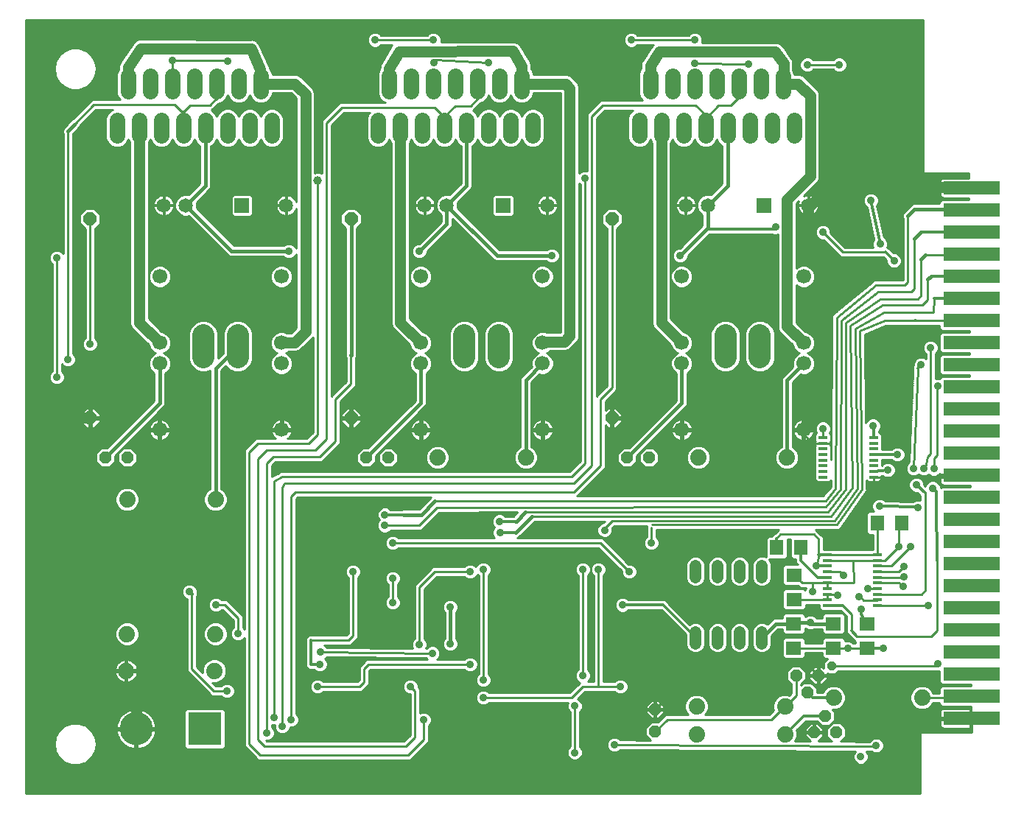
<source format=gbl>
G75*
G70*
%OFA0B0*%
%FSLAX24Y24*%
%IPPOS*%
%LPD*%
%AMOC8*
5,1,8,0,0,1.08239X$1,22.5*
%
%ADD10C,0.0709*%
%ADD11C,0.1004*%
%ADD12C,0.0669*%
%ADD13OC8,0.0520*%
%ADD14C,0.0740*%
%ADD15OC8,0.0600*%
%ADD16C,0.0650*%
%ADD17R,0.0650X0.0650*%
%ADD18R,0.1500X0.1500*%
%ADD19C,0.1500*%
%ADD20R,0.0390X0.0120*%
%ADD21R,0.0630X0.0709*%
%ADD22R,0.0709X0.0630*%
%ADD23C,0.0520*%
%ADD24R,0.2550X0.0600*%
%ADD25C,0.0357*%
%ADD26C,0.0100*%
%ADD27C,0.0160*%
%ADD28C,0.0500*%
%ADD29C,0.0120*%
%ADD30C,0.0396*%
%ADD31OC8,0.0396*%
D10*
X004571Y033168D02*
X004571Y033877D01*
X005571Y033877D02*
X005571Y033168D01*
X006571Y033168D02*
X006571Y033877D01*
X007571Y033877D02*
X007571Y033168D01*
X008571Y033168D02*
X008571Y033877D01*
X009571Y033877D02*
X009571Y033168D01*
X010571Y033168D02*
X010571Y033877D01*
X011571Y033877D02*
X011571Y033168D01*
X011071Y035168D02*
X011071Y035877D01*
X010071Y035877D02*
X010071Y035168D01*
X009071Y035168D02*
X009071Y035877D01*
X008071Y035877D02*
X008071Y035168D01*
X007071Y035168D02*
X007071Y035877D01*
X006071Y035877D02*
X006071Y035168D01*
X005071Y035168D02*
X005071Y035877D01*
X016382Y033877D02*
X016382Y033168D01*
X017382Y033168D02*
X017382Y033877D01*
X018382Y033877D02*
X018382Y033168D01*
X019382Y033168D02*
X019382Y033877D01*
X020382Y033877D02*
X020382Y033168D01*
X021382Y033168D02*
X021382Y033877D01*
X022382Y033877D02*
X022382Y033168D01*
X023382Y033168D02*
X023382Y033877D01*
X022882Y035168D02*
X022882Y035877D01*
X021882Y035877D02*
X021882Y035168D01*
X020882Y035168D02*
X020882Y035877D01*
X019882Y035877D02*
X019882Y035168D01*
X018882Y035168D02*
X018882Y035877D01*
X017882Y035877D02*
X017882Y035168D01*
X016882Y035168D02*
X016882Y035877D01*
X028193Y033877D02*
X028193Y033168D01*
X029193Y033168D02*
X029193Y033877D01*
X030193Y033877D02*
X030193Y033168D01*
X031193Y033168D02*
X031193Y033877D01*
X032193Y033877D02*
X032193Y033168D01*
X033193Y033168D02*
X033193Y033877D01*
X034193Y033877D02*
X034193Y033168D01*
X035193Y033168D02*
X035193Y033877D01*
X034693Y035168D02*
X034693Y035877D01*
X033693Y035877D02*
X033693Y035168D01*
X032693Y035168D02*
X032693Y035877D01*
X031693Y035877D02*
X031693Y035168D01*
X030693Y035168D02*
X030693Y035877D01*
X029693Y035877D02*
X029693Y035168D01*
X028693Y035168D02*
X028693Y035877D01*
D11*
X032094Y024150D02*
X032094Y023147D01*
X033653Y023147D02*
X033653Y024150D01*
X021842Y024150D02*
X021842Y023147D01*
X020283Y023147D02*
X020283Y024150D01*
X010031Y024150D02*
X010031Y023147D01*
X008472Y023147D02*
X008472Y024150D01*
D12*
X006496Y023802D03*
X006496Y022865D03*
X006496Y019865D03*
X012008Y019865D03*
X012008Y022865D03*
X012008Y023802D03*
X012008Y026802D03*
X006496Y026802D03*
X018307Y026802D03*
X018307Y023802D03*
X018307Y022865D03*
X018307Y019865D03*
X023819Y019865D03*
X023819Y022865D03*
X023819Y023802D03*
X023819Y026802D03*
X030118Y026802D03*
X030118Y023802D03*
X030118Y022865D03*
X030118Y019865D03*
X035630Y019865D03*
X035630Y022865D03*
X035630Y023802D03*
X035630Y026802D03*
D13*
X028649Y018609D03*
X027649Y018609D03*
X016838Y018609D03*
X015838Y018609D03*
X005027Y018609D03*
X004027Y018609D03*
X028911Y007215D03*
X028911Y006215D03*
X035299Y008747D03*
X035799Y007997D03*
X036299Y008747D03*
X036612Y006923D03*
X036112Y006173D03*
X037112Y006173D03*
D14*
X036990Y007741D03*
X034792Y007357D03*
X034797Y006088D03*
X030797Y006088D03*
X030792Y007357D03*
X040990Y007741D03*
X034874Y018609D03*
X030874Y018609D03*
X023063Y018609D03*
X019063Y018609D03*
X009024Y016714D03*
X005024Y016714D03*
X005018Y010630D03*
X004978Y008961D03*
X008978Y008961D03*
X009018Y010630D03*
D15*
X003346Y020408D03*
X003346Y029408D03*
X015157Y029408D03*
X015157Y020408D03*
X026968Y020408D03*
X026968Y029408D03*
D16*
X024031Y030026D03*
X019488Y030026D03*
X018488Y030026D03*
X012220Y030026D03*
X007677Y030026D03*
X006677Y030026D03*
X030299Y030026D03*
X031299Y030026D03*
X035842Y030026D03*
D17*
X033842Y030026D03*
X022031Y030026D03*
X010220Y030026D03*
D18*
X008539Y006337D03*
D19*
X005434Y006337D03*
D20*
X036501Y017728D03*
X036501Y017984D03*
X036501Y018240D03*
X036501Y018496D03*
X036501Y018752D03*
X036501Y019008D03*
X036501Y019263D03*
X036501Y019519D03*
X038799Y019519D03*
X038799Y019263D03*
X038799Y019008D03*
X038799Y018752D03*
X038799Y018496D03*
X038799Y018240D03*
X038799Y017984D03*
X038799Y017728D03*
X038989Y014215D03*
X038989Y013959D03*
X038989Y013703D03*
X038989Y013447D03*
X038989Y013191D03*
X038989Y012935D03*
X038989Y012679D03*
X038989Y012423D03*
X038989Y012167D03*
X038989Y011911D03*
X036691Y011911D03*
X036691Y012167D03*
X036691Y012423D03*
X036691Y012679D03*
X036691Y012935D03*
X036691Y013191D03*
X036691Y013447D03*
X036691Y013703D03*
X036691Y013959D03*
X036691Y014215D03*
D21*
X035510Y014532D03*
X034408Y014532D03*
X038963Y015643D03*
X040065Y015643D03*
D22*
X035210Y013294D03*
X035210Y012191D03*
X035188Y011094D03*
X035188Y009991D03*
X036988Y009991D03*
X036988Y011094D03*
X038491Y011095D03*
X038491Y009993D03*
D23*
X033741Y010196D02*
X033741Y010716D01*
X032741Y010716D02*
X032741Y010196D01*
X031741Y010196D02*
X031741Y010716D01*
X030741Y010716D02*
X030741Y010196D01*
X030741Y013196D02*
X030741Y013716D01*
X031741Y013716D02*
X031741Y013196D01*
X032741Y013196D02*
X032741Y013716D01*
X033741Y013716D02*
X033741Y013196D01*
D24*
X043224Y012814D03*
X043224Y013814D03*
X043224Y014814D03*
X043224Y015814D03*
X043224Y016814D03*
X043224Y017814D03*
X043224Y018814D03*
X043224Y019814D03*
X043224Y020814D03*
X043224Y021814D03*
X043224Y022814D03*
X043224Y023814D03*
X043224Y024814D03*
X043224Y025814D03*
X043224Y026814D03*
X043224Y027814D03*
X043224Y028814D03*
X043224Y029814D03*
X043224Y030814D03*
X043224Y011814D03*
X043224Y010814D03*
X043224Y009814D03*
X043224Y008814D03*
X043224Y007814D03*
X043224Y006814D03*
D25*
X041703Y009291D03*
X039254Y009990D03*
X037626Y009969D03*
X035946Y011149D03*
X037186Y012369D03*
X038136Y012324D03*
X038531Y012670D03*
X038244Y011760D03*
X037444Y013289D03*
X036205Y013711D03*
X036046Y012549D03*
X039941Y014593D03*
X040484Y014590D03*
X040186Y013684D03*
X040175Y013230D03*
X040156Y012768D03*
X041264Y011926D03*
X040799Y016343D03*
X040731Y017372D03*
X040616Y018121D03*
X041069Y018121D03*
X041523Y018108D03*
X041484Y017229D03*
X039878Y018749D03*
X039448Y018038D03*
X039061Y016415D03*
X038778Y020056D03*
X036508Y019920D03*
X040954Y022803D03*
X041380Y023579D03*
X041691Y021833D03*
X039724Y027518D03*
X039093Y028279D03*
X038676Y030241D03*
X036506Y028809D03*
X034362Y029037D03*
X030046Y027749D03*
X025746Y031249D03*
X024246Y027749D03*
X018246Y027949D03*
X012346Y027949D03*
X003346Y023749D03*
X002346Y023049D03*
X001846Y022249D03*
X001846Y027649D03*
X007071Y036570D03*
X009570Y036560D03*
X016246Y037509D03*
X018886Y037509D03*
X018903Y036467D03*
X021388Y036492D03*
X027846Y037509D03*
X030706Y037509D03*
X030693Y036432D03*
X033146Y036409D03*
X035796Y036392D03*
X037249Y036392D03*
X016689Y016031D03*
X016685Y015542D03*
X017046Y014749D03*
X015246Y013449D03*
X017046Y013149D03*
X017046Y012049D03*
X018246Y010149D03*
X018829Y009751D03*
X019646Y010189D03*
X020546Y009249D03*
X021146Y008549D03*
X021146Y007749D03*
X018446Y006749D03*
X017846Y008249D03*
X013646Y008249D03*
X013746Y009249D03*
X013789Y009810D03*
X012446Y006749D03*
X012046Y006449D03*
X011666Y006849D03*
X011346Y006149D03*
X009546Y008049D03*
X010046Y010649D03*
X009046Y011949D03*
X007846Y012549D03*
X019646Y011849D03*
X020546Y013449D03*
X021146Y013549D03*
X022246Y012649D03*
X024946Y012649D03*
X025646Y013549D03*
X026346Y013549D03*
X026862Y012861D03*
X027746Y013449D03*
X027445Y011938D03*
X027546Y009773D03*
X027346Y008249D03*
X025646Y008749D03*
X025288Y007366D03*
X027079Y005614D03*
X025284Y005263D03*
X028746Y014749D03*
X026626Y015329D03*
X021893Y015213D03*
X021881Y015727D03*
X038221Y005067D03*
X038922Y005582D03*
D26*
X000426Y003409D02*
X000426Y038409D01*
X041026Y038409D01*
X041026Y031489D01*
X043106Y031489D01*
X043107Y031264D01*
X041929Y031264D01*
X041891Y031254D01*
X041857Y031234D01*
X041829Y031206D01*
X041809Y031172D01*
X041799Y031134D01*
X041799Y030864D01*
X043109Y030864D01*
X043110Y030764D01*
X041799Y030764D01*
X041799Y030494D01*
X041809Y030456D01*
X041829Y030422D01*
X041857Y030394D01*
X041891Y030374D01*
X041929Y030364D01*
X043111Y030364D01*
X043112Y030284D01*
X041879Y030284D01*
X041779Y030184D01*
X041779Y030098D01*
X040596Y030098D01*
X040505Y030060D01*
X040434Y029990D01*
X040134Y029690D01*
X040096Y029598D01*
X040096Y029499D01*
X040126Y029426D01*
X040126Y026640D01*
X040120Y026634D01*
X038922Y026634D01*
X038842Y026642D01*
X038833Y026634D01*
X038820Y026634D01*
X038764Y026577D01*
X037049Y025169D01*
X037038Y025169D01*
X036980Y025112D01*
X036918Y025061D01*
X036916Y025049D01*
X036908Y025041D01*
X036908Y024960D01*
X036900Y024879D01*
X036907Y024870D01*
X036866Y018500D01*
X036866Y018621D01*
X036866Y018877D01*
X036866Y019138D01*
X036841Y019163D01*
X036846Y019184D01*
X036846Y019263D01*
X036502Y019263D01*
X036502Y019264D01*
X036846Y019264D01*
X036846Y019343D01*
X036841Y019363D01*
X036866Y019389D01*
X036866Y019650D01*
X036799Y019717D01*
X036804Y019722D01*
X036857Y019851D01*
X036857Y019989D01*
X036804Y020117D01*
X036706Y020215D01*
X036578Y020268D01*
X036439Y020268D01*
X036311Y020215D01*
X036213Y020117D01*
X036160Y019989D01*
X036160Y019851D01*
X036212Y019725D01*
X036136Y019650D01*
X036136Y019389D01*
X036162Y019363D01*
X036156Y019343D01*
X036156Y019264D01*
X036501Y019264D01*
X036501Y019263D01*
X036156Y019263D01*
X036156Y019184D01*
X036162Y019163D01*
X036136Y019138D01*
X036136Y018877D01*
X036136Y018621D01*
X036136Y018365D01*
X036136Y018109D01*
X036136Y017853D01*
X036136Y017598D01*
X036236Y017498D01*
X036767Y017498D01*
X036860Y017592D01*
X036858Y017286D01*
X036521Y016868D01*
X025377Y016868D01*
X025466Y016957D01*
X026666Y018157D01*
X026666Y018340D01*
X026666Y020074D01*
X026782Y019958D01*
X026918Y019958D01*
X026918Y020358D01*
X027018Y020358D01*
X027018Y019958D01*
X027155Y019958D01*
X027418Y020222D01*
X027418Y020358D01*
X027018Y020358D01*
X027018Y020458D01*
X027418Y020458D01*
X027418Y020595D01*
X027155Y020858D01*
X027018Y020858D01*
X027018Y020459D01*
X026918Y020459D01*
X026918Y020858D01*
X026782Y020858D01*
X026666Y020743D01*
X026666Y021157D01*
X027188Y021679D01*
X027188Y021862D01*
X027188Y028964D01*
X027438Y029214D01*
X027438Y029603D01*
X027163Y029878D01*
X026774Y029878D01*
X026498Y029603D01*
X026498Y029214D01*
X026748Y028964D01*
X026748Y021862D01*
X026355Y021468D01*
X026266Y021380D01*
X026266Y033957D01*
X026637Y034329D01*
X027913Y034329D01*
X027896Y034321D01*
X027748Y034174D01*
X027668Y033981D01*
X027668Y033064D01*
X027748Y032871D01*
X027896Y032724D01*
X028088Y032644D01*
X028297Y032644D01*
X028490Y032724D01*
X028637Y032871D01*
X028693Y033005D01*
X028748Y032871D01*
X028773Y032847D01*
X028773Y024811D01*
X028773Y024644D01*
X028837Y024489D01*
X029613Y023713D01*
X029613Y023702D01*
X029690Y023516D01*
X029832Y023374D01*
X029930Y023334D01*
X029832Y023293D01*
X029690Y023151D01*
X029613Y022965D01*
X029613Y022765D01*
X029690Y022579D01*
X029832Y022437D01*
X029868Y022422D01*
X029868Y021181D01*
X027726Y019039D01*
X027471Y019039D01*
X027219Y018787D01*
X027219Y018431D01*
X027471Y018179D01*
X027827Y018179D01*
X028079Y018431D01*
X028079Y018686D01*
X030259Y020866D01*
X030330Y020936D01*
X030368Y021028D01*
X030368Y022422D01*
X030404Y022437D01*
X030546Y022579D01*
X030622Y022765D01*
X030622Y022965D01*
X030546Y023151D01*
X030404Y023293D01*
X030305Y023334D01*
X030404Y023374D01*
X030546Y023516D01*
X030622Y023702D01*
X030622Y023902D01*
X030546Y024088D01*
X030404Y024230D01*
X030218Y024307D01*
X030207Y024307D01*
X029613Y024901D01*
X029613Y032847D01*
X029637Y032871D01*
X029693Y033005D01*
X029748Y032871D01*
X029896Y032724D01*
X030088Y032644D01*
X030297Y032644D01*
X030490Y032724D01*
X030637Y032871D01*
X030693Y033005D01*
X030748Y032871D01*
X030896Y032724D01*
X031088Y032644D01*
X031297Y032644D01*
X031490Y032724D01*
X031637Y032871D01*
X031693Y033005D01*
X031748Y032871D01*
X031896Y032724D01*
X031943Y032704D01*
X031943Y031024D01*
X031428Y030509D01*
X031397Y030521D01*
X031200Y030521D01*
X031019Y030446D01*
X030879Y030307D01*
X030804Y030125D01*
X030804Y029928D01*
X030879Y029746D01*
X031019Y029607D01*
X031049Y029594D01*
X031049Y029105D01*
X031043Y029099D01*
X030041Y028097D01*
X029977Y028097D01*
X029849Y028044D01*
X029751Y027946D01*
X029698Y027818D01*
X029698Y027679D01*
X029751Y027551D01*
X029849Y027453D01*
X029977Y027400D01*
X030115Y027400D01*
X030244Y027453D01*
X030341Y027551D01*
X030395Y027679D01*
X030395Y027743D01*
X031379Y028728D01*
X034198Y028728D01*
X034293Y028689D01*
X034431Y028689D01*
X034457Y028699D01*
X034457Y024638D01*
X034116Y024638D01*
X034034Y024720D02*
X033787Y024822D01*
X033520Y024822D01*
X033273Y024720D01*
X033084Y024531D01*
X032981Y024284D01*
X032981Y023013D01*
X033084Y022766D01*
X033273Y022577D01*
X033520Y022475D01*
X033787Y022475D01*
X034034Y022577D01*
X034223Y022766D01*
X035125Y022766D01*
X035125Y022765D02*
X035140Y022729D01*
X034662Y022251D01*
X034624Y022159D01*
X034624Y022059D01*
X034624Y019090D01*
X034568Y019067D01*
X034416Y018915D01*
X034334Y018717D01*
X034334Y018502D01*
X034416Y018303D01*
X034568Y018151D01*
X034766Y018069D01*
X034981Y018069D01*
X035180Y018151D01*
X035331Y018303D01*
X035414Y018502D01*
X035414Y018717D01*
X035331Y018915D01*
X035180Y019067D01*
X035124Y019090D01*
X035124Y022006D01*
X035493Y022375D01*
X035529Y022360D01*
X035730Y022360D01*
X035915Y022437D01*
X036057Y022579D01*
X036134Y022765D01*
X036134Y022965D01*
X036057Y023151D01*
X035915Y023293D01*
X035817Y023334D01*
X035915Y023374D01*
X036057Y023516D01*
X036134Y023702D01*
X036134Y023902D01*
X036057Y024088D01*
X035915Y024230D01*
X035730Y024307D01*
X035719Y024307D01*
X035297Y024728D01*
X035297Y026421D01*
X035344Y026374D01*
X035529Y026297D01*
X035730Y026297D01*
X035915Y026374D01*
X036057Y026516D01*
X036134Y026702D01*
X036134Y026902D01*
X036057Y027088D01*
X035915Y027230D01*
X035730Y027307D01*
X035529Y027307D01*
X035344Y027230D01*
X035297Y027183D01*
X035297Y030115D01*
X035413Y030230D01*
X035402Y030209D01*
X035379Y030138D01*
X035367Y030064D01*
X035367Y030045D01*
X035823Y030045D01*
X035823Y030007D01*
X035861Y030007D01*
X035861Y029551D01*
X035880Y029551D01*
X035953Y029563D01*
X036025Y029586D01*
X036091Y029620D01*
X036152Y029664D01*
X036204Y029717D01*
X036248Y029777D01*
X036282Y029844D01*
X036305Y029915D01*
X036317Y029989D01*
X036317Y030007D01*
X035861Y030007D01*
X035861Y030045D01*
X036317Y030045D01*
X036317Y030064D01*
X036305Y030138D01*
X036282Y030209D01*
X036248Y030275D01*
X036204Y030336D01*
X036152Y030389D01*
X036091Y030433D01*
X036025Y030467D01*
X035953Y030490D01*
X035880Y030501D01*
X035861Y030501D01*
X035861Y030046D01*
X035823Y030046D01*
X035823Y030501D01*
X035805Y030501D01*
X035731Y030490D01*
X035660Y030467D01*
X035638Y030456D01*
X036291Y031108D01*
X036355Y031262D01*
X036355Y031430D01*
X036355Y035061D01*
X036291Y035215D01*
X036173Y035333D01*
X035627Y035879D01*
X035473Y035942D01*
X035306Y035942D01*
X035217Y035942D01*
X035217Y035981D01*
X035148Y036148D01*
X035148Y036422D01*
X035155Y036472D01*
X035148Y036505D01*
X035148Y036539D01*
X035128Y036586D01*
X035116Y036635D01*
X035097Y036662D01*
X035084Y036693D01*
X035048Y036729D01*
X034723Y037175D01*
X034710Y037206D01*
X034675Y037242D01*
X034645Y037283D01*
X034616Y037301D01*
X034592Y037325D01*
X034546Y037344D01*
X034502Y037370D01*
X034469Y037376D01*
X034438Y037389D01*
X034387Y037389D01*
X034337Y037396D01*
X034305Y037389D01*
X031034Y037389D01*
X031055Y037439D01*
X031055Y037578D01*
X031001Y037706D01*
X030904Y037804D01*
X030775Y037857D01*
X030637Y037857D01*
X030509Y037804D01*
X030433Y037728D01*
X028119Y037728D01*
X028044Y037804D01*
X027915Y037857D01*
X027777Y037857D01*
X027649Y037804D01*
X027551Y037706D01*
X027498Y037578D01*
X027498Y037439D01*
X027551Y037311D01*
X027649Y037213D01*
X027777Y037160D01*
X027915Y037160D01*
X028044Y037213D01*
X028119Y037289D01*
X028840Y037289D01*
X028818Y037274D01*
X028793Y037238D01*
X028762Y037206D01*
X028746Y037169D01*
X028368Y036612D01*
X028337Y036581D01*
X028321Y036544D01*
X028298Y036510D01*
X028289Y036467D01*
X028273Y036427D01*
X028273Y036387D01*
X028264Y036347D01*
X028273Y036304D01*
X028273Y036198D01*
X028248Y036174D01*
X028168Y035981D01*
X028168Y035064D01*
X028248Y034871D01*
X028351Y034768D01*
X026637Y034768D01*
X026455Y034768D01*
X025955Y034268D01*
X025826Y034140D01*
X025826Y031592D01*
X025815Y031597D01*
X025677Y031597D01*
X025549Y031544D01*
X025472Y031467D01*
X025472Y035411D01*
X025408Y035566D01*
X025290Y035684D01*
X025095Y035879D01*
X024941Y035942D01*
X024774Y035942D01*
X023406Y035942D01*
X023406Y035981D01*
X023326Y036174D01*
X023309Y036190D01*
X023309Y036258D01*
X023317Y036289D01*
X023309Y036341D01*
X023309Y036393D01*
X023297Y036423D01*
X023293Y036454D01*
X023266Y036499D01*
X023245Y036548D01*
X023223Y036570D01*
X022845Y037201D01*
X022824Y037250D01*
X022802Y037271D01*
X022786Y037298D01*
X022743Y037330D01*
X022706Y037367D01*
X022677Y037379D01*
X022652Y037397D01*
X022600Y037410D01*
X022551Y037431D01*
X022520Y037430D01*
X022490Y037438D01*
X022437Y037430D01*
X019226Y037418D01*
X019235Y037439D01*
X019235Y037578D01*
X019181Y037706D01*
X019084Y037804D01*
X018955Y037857D01*
X018817Y037857D01*
X018689Y037804D01*
X018613Y037728D01*
X016519Y037728D01*
X016444Y037804D01*
X016315Y037857D01*
X016177Y037857D01*
X016049Y037804D01*
X015951Y037706D01*
X015898Y037578D01*
X015898Y037439D01*
X015951Y037311D01*
X016049Y037213D01*
X016177Y037160D01*
X016315Y037160D01*
X016444Y037213D01*
X016519Y037289D01*
X017021Y037289D01*
X017001Y037273D01*
X016987Y037248D01*
X016966Y037227D01*
X016945Y037176D01*
X016546Y036487D01*
X016526Y036467D01*
X016504Y036416D01*
X016476Y036367D01*
X016473Y036339D01*
X016462Y036313D01*
X016462Y036257D01*
X016454Y036202D01*
X016456Y036193D01*
X016437Y036174D01*
X016357Y035981D01*
X016357Y035064D01*
X016437Y034871D01*
X016585Y034724D01*
X016718Y034668D01*
X014837Y034668D01*
X014655Y034668D01*
X013955Y033968D01*
X013826Y033840D01*
X013826Y031472D01*
X013719Y031517D01*
X013573Y031517D01*
X013510Y031491D01*
X013510Y035130D01*
X013446Y035284D01*
X013328Y035402D01*
X012852Y035879D01*
X012697Y035942D01*
X012530Y035942D01*
X011595Y035942D01*
X011595Y035981D01*
X011515Y036174D01*
X011475Y036214D01*
X011476Y036240D01*
X011470Y036258D01*
X011470Y036276D01*
X011442Y036336D01*
X011420Y036398D01*
X011408Y036411D01*
X011014Y037275D01*
X010985Y037346D01*
X010979Y037352D01*
X010975Y037359D01*
X010921Y037410D01*
X010867Y037464D01*
X010859Y037468D01*
X010853Y037473D01*
X010783Y037500D01*
X010713Y037529D01*
X010705Y037529D01*
X010697Y037532D01*
X010622Y037529D01*
X005671Y037549D01*
X005627Y037557D01*
X005588Y037549D01*
X005548Y037549D01*
X005507Y037532D01*
X005463Y037523D01*
X005430Y037501D01*
X005394Y037486D01*
X005362Y037454D01*
X005325Y037429D01*
X005303Y037396D01*
X005275Y037368D01*
X005258Y037327D01*
X004743Y036545D01*
X004714Y036516D01*
X004698Y036476D01*
X004674Y036439D01*
X004666Y036399D01*
X004651Y036362D01*
X004651Y036318D01*
X004642Y036275D01*
X004651Y036235D01*
X004651Y036198D01*
X004626Y036174D01*
X004546Y035981D01*
X004546Y035064D01*
X004626Y034871D01*
X004695Y034802D01*
X003608Y034802D01*
X003426Y034802D01*
X002558Y033934D01*
X002555Y033934D01*
X002467Y033889D01*
X002124Y033491D01*
X002093Y033397D01*
X002101Y033298D01*
X002126Y033247D01*
X002126Y027861D01*
X002044Y027944D01*
X001915Y027997D01*
X001777Y027997D01*
X001649Y027944D01*
X001551Y027846D01*
X001498Y027718D01*
X001498Y027579D01*
X001551Y027451D01*
X001626Y027376D01*
X001626Y022521D01*
X001551Y022446D01*
X001498Y022318D01*
X001498Y022179D01*
X001551Y022051D01*
X001649Y021953D01*
X001777Y021900D01*
X001915Y021900D01*
X002044Y021953D01*
X002141Y022051D01*
X002195Y022179D01*
X002195Y022318D01*
X002141Y022446D01*
X002066Y022521D01*
X002066Y022836D01*
X002149Y022753D01*
X002277Y022700D01*
X002415Y022700D01*
X002544Y022753D01*
X002641Y022851D01*
X002695Y022979D01*
X002695Y023118D01*
X002641Y023246D01*
X002566Y023321D01*
X002566Y033239D01*
X002846Y033563D01*
X002863Y033617D01*
X003608Y034362D01*
X004372Y034362D01*
X004274Y034321D01*
X004126Y034174D01*
X004046Y033981D01*
X004046Y033064D01*
X004126Y032871D01*
X004274Y032724D01*
X004466Y032644D01*
X004675Y032644D01*
X004868Y032724D01*
X005015Y032871D01*
X005071Y033005D01*
X005126Y032871D01*
X005151Y032847D01*
X005151Y024811D01*
X005151Y024644D01*
X005214Y024489D01*
X005991Y023713D01*
X005991Y023702D01*
X006068Y023516D01*
X006210Y023374D01*
X006308Y023334D01*
X006210Y023293D01*
X006068Y023151D01*
X005991Y022965D01*
X005991Y022765D01*
X006068Y022579D01*
X006210Y022437D01*
X006246Y022422D01*
X006246Y021181D01*
X004104Y019039D01*
X003849Y019039D01*
X003597Y018787D01*
X003597Y018431D01*
X003849Y018179D01*
X004205Y018179D01*
X004457Y018431D01*
X004457Y018686D01*
X006637Y020866D01*
X006708Y020936D01*
X006746Y021028D01*
X006746Y022422D01*
X006782Y022437D01*
X006924Y022579D01*
X007000Y022765D01*
X007000Y022965D01*
X006924Y023151D01*
X006782Y023293D01*
X006683Y023334D01*
X006782Y023374D01*
X006924Y023516D01*
X007000Y023702D01*
X007000Y023902D01*
X006924Y024088D01*
X006782Y024230D01*
X006596Y024307D01*
X006585Y024307D01*
X005991Y024901D01*
X005991Y032847D01*
X006015Y032871D01*
X006071Y033005D01*
X006126Y032871D01*
X006274Y032724D01*
X006466Y032644D01*
X006675Y032644D01*
X006868Y032724D01*
X007015Y032871D01*
X007071Y033005D01*
X007126Y032871D01*
X007274Y032724D01*
X007466Y032644D01*
X007675Y032644D01*
X007868Y032724D01*
X008015Y032871D01*
X008071Y033005D01*
X008126Y032871D01*
X008274Y032724D01*
X008321Y032704D01*
X008321Y031024D01*
X007806Y030509D01*
X007775Y030521D01*
X007578Y030521D01*
X007396Y030446D01*
X007257Y030307D01*
X007182Y030125D01*
X007182Y029928D01*
X007257Y029746D01*
X007396Y029607D01*
X007578Y029531D01*
X007775Y029531D01*
X007806Y029544D01*
X009543Y027807D01*
X009613Y027737D01*
X009705Y027699D01*
X012103Y027699D01*
X012149Y027653D01*
X012277Y027600D01*
X012415Y027600D01*
X012544Y027653D01*
X012641Y027751D01*
X012670Y027821D01*
X012670Y024492D01*
X012424Y024246D01*
X012255Y024246D01*
X012108Y024307D01*
X011907Y024307D01*
X011722Y024230D01*
X011580Y024088D01*
X011503Y023902D01*
X011503Y023702D01*
X011580Y023516D01*
X011722Y023374D01*
X011820Y023334D01*
X011722Y023293D01*
X011580Y023151D01*
X011503Y022965D01*
X011503Y022765D01*
X011580Y022579D01*
X011722Y022437D01*
X011907Y022360D01*
X012108Y022360D01*
X012293Y022437D01*
X012435Y022579D01*
X012512Y022765D01*
X012512Y022965D01*
X012435Y023151D01*
X012293Y023293D01*
X012195Y023334D01*
X012293Y023374D01*
X012325Y023406D01*
X012682Y023406D01*
X012836Y023470D01*
X012954Y023588D01*
X013426Y024060D01*
X013426Y019740D01*
X013155Y019468D01*
X012286Y019468D01*
X012323Y019495D01*
X012377Y019549D01*
X012422Y019611D01*
X012457Y019679D01*
X012480Y019752D01*
X012490Y019815D01*
X012058Y019815D01*
X012058Y019915D01*
X012490Y019915D01*
X012480Y019979D01*
X012457Y020051D01*
X012422Y020119D01*
X012377Y020181D01*
X012323Y020235D01*
X012262Y020280D01*
X012194Y020314D01*
X012121Y020338D01*
X012057Y020348D01*
X012057Y019915D01*
X011958Y019915D01*
X011958Y020348D01*
X011894Y020338D01*
X011821Y020314D01*
X011754Y020280D01*
X011692Y020235D01*
X011638Y020181D01*
X011593Y020119D01*
X011558Y020051D01*
X011535Y019979D01*
X011525Y019915D01*
X011957Y019915D01*
X011957Y019815D01*
X011525Y019815D01*
X011535Y019752D01*
X011558Y019679D01*
X011593Y019611D01*
X011638Y019549D01*
X011692Y019495D01*
X011729Y019468D01*
X011037Y019468D01*
X010855Y019468D01*
X010455Y019068D01*
X010326Y018940D01*
X010326Y010861D01*
X010266Y010921D01*
X010266Y011257D01*
X010266Y011440D01*
X009666Y012040D01*
X009537Y012168D01*
X009319Y012168D01*
X009244Y012244D01*
X009115Y012297D01*
X008977Y012297D01*
X008849Y012244D01*
X008751Y012146D01*
X008698Y012018D01*
X008698Y011879D01*
X008751Y011751D01*
X008849Y011653D01*
X008977Y011600D01*
X009115Y011600D01*
X009244Y011653D01*
X009319Y011729D01*
X009355Y011729D01*
X009826Y011257D01*
X009826Y010921D01*
X009751Y010846D01*
X009698Y010718D01*
X009698Y010579D01*
X009751Y010451D01*
X009849Y010353D01*
X009977Y010300D01*
X010115Y010300D01*
X010244Y010353D01*
X010326Y010436D01*
X010326Y005740D01*
X010326Y005557D01*
X010826Y005057D01*
X010955Y004929D01*
X017655Y004929D01*
X017837Y004929D01*
X018537Y005629D01*
X018666Y005757D01*
X018666Y006476D01*
X018741Y006551D01*
X018795Y006679D01*
X018795Y006818D01*
X018741Y006946D01*
X018644Y007044D01*
X018515Y007097D01*
X018377Y007097D01*
X018266Y007051D01*
X018266Y007957D01*
X018266Y008140D01*
X018195Y008211D01*
X018195Y008318D01*
X018141Y008446D01*
X018044Y008544D01*
X017915Y008597D01*
X017777Y008597D01*
X017649Y008544D01*
X017551Y008446D01*
X017498Y008318D01*
X017498Y008179D01*
X017551Y008051D01*
X017649Y007953D01*
X017777Y007900D01*
X017826Y007900D01*
X017826Y006040D01*
X017555Y005768D01*
X011337Y005768D01*
X011306Y005800D01*
X011415Y005800D01*
X011544Y005853D01*
X011641Y005951D01*
X011695Y006079D01*
X011695Y006218D01*
X011641Y006346D01*
X011566Y006421D01*
X011566Y006513D01*
X011597Y006500D01*
X011698Y006500D01*
X011698Y006379D01*
X011751Y006251D01*
X011849Y006153D01*
X011977Y006100D01*
X012115Y006100D01*
X012244Y006153D01*
X012341Y006251D01*
X012395Y006379D01*
X012395Y006400D01*
X012515Y006400D01*
X012644Y006453D01*
X012741Y006551D01*
X012795Y006679D01*
X012795Y006818D01*
X012741Y006946D01*
X012666Y007021D01*
X012666Y016757D01*
X012737Y016829D01*
X018773Y016829D01*
X018225Y016281D01*
X017492Y016281D01*
X017444Y016261D01*
X016952Y016261D01*
X016887Y016327D01*
X016759Y016380D01*
X016620Y016380D01*
X016492Y016327D01*
X016394Y016229D01*
X016341Y016101D01*
X016341Y015962D01*
X016394Y015834D01*
X016439Y015789D01*
X016389Y015739D01*
X016336Y015611D01*
X016336Y015473D01*
X016389Y015345D01*
X016487Y015247D01*
X016616Y015194D01*
X016754Y015194D01*
X016882Y015247D01*
X016958Y015322D01*
X018149Y015322D01*
X018331Y015322D01*
X019137Y016129D01*
X022681Y016137D01*
X022501Y015957D01*
X022144Y015957D01*
X022079Y016022D01*
X021951Y016075D01*
X021812Y016075D01*
X021684Y016022D01*
X021586Y015924D01*
X021533Y015796D01*
X021533Y015657D01*
X021586Y015529D01*
X021651Y015464D01*
X021598Y015410D01*
X021545Y015282D01*
X021545Y015143D01*
X021598Y015015D01*
X021644Y014968D01*
X017319Y014968D01*
X017244Y015044D01*
X017115Y015097D01*
X016977Y015097D01*
X016849Y015044D01*
X016751Y014946D01*
X016698Y014818D01*
X016698Y014679D01*
X016751Y014551D01*
X016849Y014453D01*
X016977Y014400D01*
X017115Y014400D01*
X017244Y014453D01*
X017319Y014529D01*
X026355Y014529D01*
X027398Y013486D01*
X027398Y013379D01*
X027451Y013251D01*
X027549Y013153D01*
X027677Y013100D01*
X027815Y013100D01*
X027944Y013153D01*
X028041Y013251D01*
X028095Y013379D01*
X028095Y013518D01*
X028041Y013646D01*
X027944Y013744D01*
X027815Y013797D01*
X027709Y013797D01*
X026537Y014968D01*
X026355Y014968D01*
X022674Y014968D01*
X022752Y015001D01*
X023480Y015729D01*
X026635Y015729D01*
X026583Y015677D01*
X026557Y015677D01*
X026429Y015624D01*
X026331Y015526D01*
X026278Y015398D01*
X026278Y015259D01*
X026331Y015131D01*
X026429Y015033D01*
X026557Y014980D01*
X026695Y014980D01*
X026824Y015033D01*
X026921Y015131D01*
X026975Y015259D01*
X026975Y015398D01*
X026960Y015432D01*
X027057Y015529D01*
X028526Y015529D01*
X028526Y015021D01*
X028451Y014946D01*
X028398Y014818D01*
X028398Y014679D01*
X028451Y014551D01*
X028549Y014453D01*
X028677Y014400D01*
X028815Y014400D01*
X028944Y014453D01*
X029041Y014551D01*
X029095Y014679D01*
X029095Y014818D01*
X029041Y014946D01*
X028966Y015021D01*
X028966Y015349D01*
X034494Y015349D01*
X034369Y015224D01*
X034327Y015182D01*
X034313Y015182D01*
X034187Y015056D01*
X034023Y015056D01*
X033923Y014957D01*
X033923Y014107D01*
X033924Y014106D01*
X033827Y014146D01*
X033656Y014146D01*
X033498Y014081D01*
X033377Y013960D01*
X033311Y013802D01*
X033311Y013111D01*
X033377Y012953D01*
X033498Y012832D01*
X033656Y012766D01*
X033827Y012766D01*
X033985Y012832D01*
X034106Y012953D01*
X034171Y013111D01*
X034171Y013802D01*
X034106Y013960D01*
X034058Y014008D01*
X034793Y014008D01*
X034893Y014107D01*
X034893Y014912D01*
X035025Y014912D01*
X035025Y014107D01*
X035125Y014008D01*
X035280Y014008D01*
X035280Y013861D01*
X035362Y013779D01*
X034785Y013779D01*
X034685Y013679D01*
X034685Y012908D01*
X034785Y012809D01*
X035384Y012809D01*
X035477Y012715D01*
X035738Y012715D01*
X035698Y012618D01*
X035698Y012613D01*
X035634Y012676D01*
X034785Y012676D01*
X034685Y012577D01*
X034685Y011806D01*
X034785Y011706D01*
X035634Y011706D01*
X035734Y011806D01*
X035734Y011947D01*
X036326Y011947D01*
X036326Y011781D01*
X036426Y011681D01*
X036596Y011681D01*
X037319Y011681D01*
X037571Y011430D01*
X037571Y010889D01*
X037561Y010879D01*
X037561Y010689D01*
X037960Y010290D01*
X037966Y010290D01*
X037966Y010213D01*
X037875Y010213D01*
X037824Y010264D01*
X037695Y010317D01*
X037557Y010317D01*
X037512Y010298D01*
X037512Y010377D01*
X037412Y010476D01*
X036563Y010476D01*
X036463Y010377D01*
X036463Y010211D01*
X035712Y010211D01*
X035712Y010377D01*
X035612Y010476D01*
X034763Y010476D01*
X034663Y010377D01*
X034663Y009606D01*
X034763Y009506D01*
X035612Y009506D01*
X035712Y009606D01*
X035712Y009771D01*
X036463Y009771D01*
X036463Y009606D01*
X036563Y009506D01*
X036716Y009506D01*
X036535Y009325D01*
X036535Y009091D01*
X036469Y009157D01*
X036329Y009157D01*
X036329Y008777D01*
X036709Y008777D01*
X036709Y008846D01*
X036750Y008804D01*
X037055Y008804D01*
X037203Y008952D01*
X041541Y008952D01*
X041578Y008928D01*
X041649Y008943D01*
X041773Y008943D01*
X041779Y008945D01*
X041779Y008443D01*
X041879Y008344D01*
X043216Y008344D01*
X043216Y008284D01*
X041879Y008284D01*
X041779Y008184D01*
X041779Y007961D01*
X041484Y007961D01*
X041448Y008047D01*
X041296Y008199D01*
X041098Y008281D01*
X040883Y008281D01*
X040684Y008199D01*
X040532Y008047D01*
X040450Y007849D01*
X040450Y007634D01*
X040532Y007436D01*
X040684Y007284D01*
X040883Y007201D01*
X041098Y007201D01*
X041296Y007284D01*
X041448Y007436D01*
X041484Y007521D01*
X041779Y007521D01*
X041779Y007443D01*
X041879Y007344D01*
X043221Y007344D01*
X043223Y006864D01*
X043174Y006864D01*
X043174Y007264D01*
X041929Y007264D01*
X041891Y007254D01*
X041857Y007234D01*
X041829Y007206D01*
X041809Y007172D01*
X041799Y007134D01*
X041799Y006864D01*
X043174Y006864D01*
X043174Y006764D01*
X041799Y006764D01*
X041799Y006494D01*
X041809Y006456D01*
X041829Y006422D01*
X041857Y006394D01*
X041891Y006374D01*
X041929Y006364D01*
X043174Y006364D01*
X043174Y006764D01*
X043223Y006764D01*
X043226Y006169D01*
X040906Y006169D01*
X040906Y003409D01*
X000426Y003409D01*
X000426Y003451D02*
X040906Y003451D01*
X040906Y003550D02*
X000426Y003550D01*
X000426Y003649D02*
X040906Y003649D01*
X040906Y003747D02*
X000426Y003747D01*
X000426Y003846D02*
X040906Y003846D01*
X040906Y003944D02*
X000426Y003944D01*
X000426Y004043D02*
X040906Y004043D01*
X040906Y004141D02*
X000426Y004141D01*
X000426Y004240D02*
X040906Y004240D01*
X040906Y004338D02*
X000426Y004338D01*
X000426Y004437D02*
X040906Y004437D01*
X040906Y004535D02*
X000426Y004535D01*
X000426Y004634D02*
X040906Y004634D01*
X040906Y004732D02*
X038324Y004732D01*
X038290Y004719D02*
X038418Y004772D01*
X038516Y004870D01*
X038569Y004998D01*
X038569Y005136D01*
X038516Y005264D01*
X038464Y005317D01*
X038695Y005315D01*
X038724Y005286D01*
X038852Y005233D01*
X038991Y005233D01*
X039119Y005286D01*
X039217Y005384D01*
X039270Y005512D01*
X039270Y005651D01*
X039217Y005779D01*
X039119Y005877D01*
X038991Y005930D01*
X038852Y005930D01*
X038724Y005877D01*
X038626Y005779D01*
X038617Y005756D01*
X037312Y005765D01*
X037542Y005995D01*
X037542Y006351D01*
X037290Y006603D01*
X036934Y006603D01*
X036682Y006351D01*
X036682Y005995D01*
X036910Y005768D01*
X036290Y005772D01*
X036522Y006003D01*
X036522Y006143D01*
X036142Y006143D01*
X036142Y006203D01*
X036142Y006204D02*
X036082Y006204D01*
X036082Y006583D01*
X035942Y006583D01*
X035702Y006343D01*
X035702Y006203D01*
X036082Y006203D01*
X036082Y006143D01*
X035702Y006143D01*
X035702Y006003D01*
X035931Y005774D01*
X035252Y005779D01*
X035255Y005782D01*
X035337Y005980D01*
X035337Y006195D01*
X035306Y006271D01*
X035728Y006693D01*
X036234Y006693D01*
X036434Y006493D01*
X036790Y006493D01*
X037042Y006745D01*
X037042Y007101D01*
X036942Y007201D01*
X037098Y007201D01*
X037296Y007284D01*
X037448Y007436D01*
X037530Y007634D01*
X037530Y007849D01*
X037448Y008047D01*
X037296Y008199D01*
X037098Y008281D01*
X036883Y008281D01*
X036684Y008199D01*
X036532Y008047D01*
X036501Y007971D01*
X036229Y007971D01*
X036229Y008175D01*
X035977Y008427D01*
X035621Y008427D01*
X035519Y008325D01*
X035519Y008359D01*
X035729Y008569D01*
X035729Y008925D01*
X035477Y009177D01*
X035121Y009177D01*
X034869Y008925D01*
X034869Y008569D01*
X035079Y008359D01*
X035079Y007955D01*
X034985Y007862D01*
X034900Y007897D01*
X034685Y007897D01*
X034486Y007815D01*
X034334Y007663D01*
X034252Y007465D01*
X034252Y007250D01*
X034280Y007183D01*
X034082Y006984D01*
X031182Y006984D01*
X031250Y007052D01*
X031332Y007250D01*
X031332Y007465D01*
X031250Y007663D01*
X031098Y007815D01*
X030900Y007897D01*
X030685Y007897D01*
X030486Y007815D01*
X030334Y007663D01*
X030252Y007465D01*
X030252Y007250D01*
X030334Y007052D01*
X030402Y006984D01*
X029369Y006984D01*
X029240Y006855D01*
X029030Y006645D01*
X028733Y006645D01*
X028481Y006393D01*
X028481Y006037D01*
X028694Y005823D01*
X027353Y005832D01*
X027276Y005910D01*
X027148Y005963D01*
X027009Y005963D01*
X026881Y005910D01*
X026783Y005812D01*
X026730Y005684D01*
X026730Y005545D01*
X026783Y005417D01*
X026881Y005319D01*
X027009Y005266D01*
X027148Y005266D01*
X027276Y005319D01*
X027350Y005392D01*
X037982Y005320D01*
X037926Y005264D01*
X037873Y005136D01*
X037873Y004998D01*
X037926Y004870D01*
X038024Y004772D01*
X038152Y004719D01*
X038290Y004719D01*
X038118Y004732D02*
X002918Y004732D01*
X002852Y004709D02*
X003164Y004822D01*
X003418Y005035D01*
X003583Y005322D01*
X003641Y005648D01*
X003641Y005649D01*
X003583Y005975D01*
X003418Y006262D01*
X003164Y006475D01*
X003164Y006475D01*
X002852Y006588D01*
X002773Y006588D01*
X002686Y006588D01*
X002684Y006588D01*
X002599Y006588D01*
X002521Y006588D01*
X002521Y006588D01*
X002209Y006475D01*
X001955Y006262D01*
X001789Y005975D01*
X001732Y005648D01*
X001789Y005322D01*
X001955Y005035D01*
X002209Y004822D01*
X002521Y004709D01*
X002599Y004709D01*
X002686Y004709D01*
X002852Y004709D01*
X002852Y004709D01*
X002521Y004709D02*
X002521Y004709D01*
X002455Y004732D02*
X000426Y004732D01*
X000426Y004831D02*
X002198Y004831D01*
X002209Y004822D02*
X002209Y004822D01*
X002081Y004930D02*
X000426Y004930D01*
X000426Y005028D02*
X001963Y005028D01*
X001955Y005035D02*
X001955Y005035D01*
X001902Y005127D02*
X000426Y005127D01*
X000426Y005225D02*
X001845Y005225D01*
X001789Y005324D02*
X000426Y005324D01*
X000426Y005422D02*
X001772Y005422D01*
X001754Y005521D02*
X000426Y005521D01*
X000426Y005619D02*
X001737Y005619D01*
X001732Y005648D02*
X001732Y005648D01*
X001744Y005718D02*
X000426Y005718D01*
X000426Y005816D02*
X001762Y005816D01*
X001779Y005915D02*
X000426Y005915D01*
X000426Y006014D02*
X001812Y006014D01*
X001789Y005975D02*
X001789Y005975D01*
X001869Y006112D02*
X000426Y006112D01*
X000426Y006211D02*
X001926Y006211D01*
X001955Y006262D02*
X001955Y006262D01*
X001955Y006262D01*
X002011Y006309D02*
X000426Y006309D01*
X000426Y006408D02*
X002129Y006408D01*
X002209Y006475D02*
X002209Y006475D01*
X002295Y006506D02*
X000426Y006506D01*
X000426Y006605D02*
X004574Y006605D01*
X004580Y006627D02*
X004550Y006513D01*
X004534Y006396D01*
X004534Y006387D01*
X005384Y006387D01*
X005384Y006287D01*
X005484Y006287D01*
X005484Y005437D01*
X005493Y005437D01*
X005610Y005453D01*
X005724Y005483D01*
X005833Y005529D01*
X005935Y005588D01*
X006029Y005659D01*
X006112Y005743D01*
X006184Y005836D01*
X006243Y005939D01*
X006288Y006048D01*
X006319Y006161D01*
X006334Y006278D01*
X006334Y006287D01*
X005485Y006287D01*
X005485Y006387D01*
X006334Y006387D01*
X006334Y006396D01*
X006319Y006513D01*
X006288Y006627D01*
X006243Y006736D01*
X006184Y006839D01*
X006112Y006932D01*
X006029Y007016D01*
X005935Y007087D01*
X005833Y007146D01*
X005724Y007191D01*
X005610Y007222D01*
X005493Y007237D01*
X005484Y007237D01*
X005484Y006388D01*
X005384Y006388D01*
X005384Y007237D01*
X005375Y007237D01*
X005258Y007222D01*
X005144Y007191D01*
X005035Y007146D01*
X004933Y007087D01*
X004840Y007016D01*
X004756Y006932D01*
X004684Y006839D01*
X004625Y006736D01*
X004580Y006627D01*
X004612Y006703D02*
X000426Y006703D01*
X000426Y006802D02*
X004663Y006802D01*
X004732Y006900D02*
X000426Y006900D01*
X000426Y006999D02*
X004823Y006999D01*
X004951Y007098D02*
X000426Y007098D01*
X000426Y007196D02*
X005161Y007196D01*
X005384Y007196D02*
X005484Y007196D01*
X005484Y007098D02*
X005384Y007098D01*
X005384Y006999D02*
X005484Y006999D01*
X005484Y006900D02*
X005384Y006900D01*
X005384Y006802D02*
X005484Y006802D01*
X005484Y006703D02*
X005384Y006703D01*
X005384Y006605D02*
X005484Y006605D01*
X005484Y006506D02*
X005384Y006506D01*
X005384Y006408D02*
X005484Y006408D01*
X005485Y006309D02*
X007619Y006309D01*
X007619Y006211D02*
X006325Y006211D01*
X006306Y006112D02*
X007619Y006112D01*
X007619Y006014D02*
X006274Y006014D01*
X006230Y005915D02*
X007619Y005915D01*
X007619Y005816D02*
X006169Y005816D01*
X006088Y005718D02*
X007619Y005718D01*
X007619Y005619D02*
X005977Y005619D01*
X005815Y005521D02*
X007619Y005521D01*
X007619Y005517D02*
X007719Y005417D01*
X009359Y005417D01*
X009459Y005517D01*
X009459Y007158D01*
X009359Y007257D01*
X007719Y007257D01*
X007619Y007158D01*
X007619Y005517D01*
X007714Y005422D02*
X003601Y005422D01*
X003584Y005324D02*
X010560Y005324D01*
X010461Y005422D02*
X009364Y005422D01*
X009459Y005521D02*
X010363Y005521D01*
X010326Y005619D02*
X009459Y005619D01*
X009459Y005718D02*
X010326Y005718D01*
X010326Y005816D02*
X009459Y005816D01*
X009459Y005915D02*
X010326Y005915D01*
X010326Y006014D02*
X009459Y006014D01*
X009459Y006112D02*
X010326Y006112D01*
X010326Y006211D02*
X009459Y006211D01*
X009459Y006309D02*
X010326Y006309D01*
X010326Y006408D02*
X009459Y006408D01*
X009459Y006506D02*
X010326Y006506D01*
X010326Y006605D02*
X009459Y006605D01*
X009459Y006703D02*
X010326Y006703D01*
X010326Y006802D02*
X009459Y006802D01*
X009459Y006900D02*
X010326Y006900D01*
X010326Y006999D02*
X009459Y006999D01*
X009459Y007098D02*
X010326Y007098D01*
X010326Y007196D02*
X009421Y007196D01*
X009477Y007700D02*
X009615Y007700D01*
X009744Y007753D01*
X009841Y007851D01*
X009895Y007979D01*
X009895Y008118D01*
X009841Y008246D01*
X009744Y008344D01*
X009615Y008397D01*
X009477Y008397D01*
X009349Y008344D01*
X009273Y008268D01*
X009037Y008268D01*
X008885Y008421D01*
X009086Y008421D01*
X009284Y008503D01*
X009436Y008655D01*
X009518Y008854D01*
X009518Y009069D01*
X009436Y009267D01*
X009284Y009419D01*
X009086Y009501D01*
X008871Y009501D01*
X008673Y009419D01*
X008521Y009267D01*
X008438Y009069D01*
X008438Y008867D01*
X008166Y009140D01*
X008166Y012326D01*
X008196Y012399D01*
X008196Y012498D01*
X008195Y012502D01*
X008195Y012618D01*
X008141Y012746D01*
X008044Y012844D01*
X007915Y012897D01*
X007777Y012897D01*
X007649Y012844D01*
X007551Y012746D01*
X007498Y012618D01*
X007498Y012479D01*
X007551Y012351D01*
X007649Y012253D01*
X007726Y012221D01*
X007726Y009140D01*
X007726Y008957D01*
X008726Y007957D01*
X008855Y007829D01*
X009273Y007829D01*
X009349Y007753D01*
X009477Y007700D01*
X009315Y007787D02*
X000426Y007787D01*
X000426Y007689D02*
X010326Y007689D01*
X010326Y007787D02*
X009778Y007787D01*
X009856Y007886D02*
X010326Y007886D01*
X010326Y007984D02*
X009895Y007984D01*
X009895Y008083D02*
X010326Y008083D01*
X010326Y008181D02*
X009868Y008181D01*
X009807Y008280D02*
X010326Y008280D01*
X010326Y008379D02*
X009660Y008379D01*
X009433Y008379D02*
X008927Y008379D01*
X009026Y008280D02*
X009285Y008280D01*
X009221Y008477D02*
X010326Y008477D01*
X010326Y008576D02*
X009357Y008576D01*
X009444Y008674D02*
X010326Y008674D01*
X010326Y008773D02*
X009485Y008773D01*
X009518Y008871D02*
X010326Y008871D01*
X010326Y008970D02*
X009518Y008970D01*
X009518Y009068D02*
X010326Y009068D01*
X010326Y009167D02*
X009478Y009167D01*
X009437Y009265D02*
X010326Y009265D01*
X010326Y009364D02*
X009339Y009364D01*
X009179Y009463D02*
X010326Y009463D01*
X010326Y009561D02*
X008166Y009561D01*
X008166Y009463D02*
X008778Y009463D01*
X008618Y009364D02*
X008166Y009364D01*
X008166Y009265D02*
X008520Y009265D01*
X008479Y009167D02*
X008166Y009167D01*
X008237Y009068D02*
X008438Y009068D01*
X008438Y008970D02*
X008336Y008970D01*
X008434Y008871D02*
X008438Y008871D01*
X008108Y008576D02*
X005328Y008576D01*
X005317Y008564D02*
X005375Y008622D01*
X005423Y008689D01*
X005460Y008761D01*
X005486Y008839D01*
X005498Y008920D01*
X005498Y008922D01*
X005017Y008922D01*
X005017Y008441D01*
X005019Y008441D01*
X005100Y008454D01*
X005178Y008479D01*
X005251Y008516D01*
X005317Y008564D01*
X005413Y008674D02*
X008009Y008674D01*
X007911Y008773D02*
X005464Y008773D01*
X005491Y008871D02*
X007812Y008871D01*
X007726Y008970D02*
X005017Y008970D01*
X005017Y009000D02*
X005498Y009000D01*
X005498Y009002D01*
X005486Y009083D01*
X005460Y009161D01*
X005423Y009234D01*
X005375Y009300D01*
X005317Y009358D01*
X005251Y009406D01*
X005178Y009443D01*
X005100Y009468D01*
X005019Y009481D01*
X005017Y009481D01*
X005017Y009000D01*
X004940Y009000D01*
X004940Y009481D01*
X004937Y009481D01*
X004857Y009468D01*
X004779Y009443D01*
X004706Y009406D01*
X004640Y009358D01*
X004582Y009300D01*
X004534Y009234D01*
X004497Y009161D01*
X004471Y009083D01*
X004458Y009002D01*
X004458Y009000D01*
X004940Y009000D01*
X004940Y008922D01*
X005017Y008922D01*
X005017Y009000D01*
X005017Y009068D02*
X004940Y009068D01*
X004940Y008970D02*
X000426Y008970D01*
X000426Y009068D02*
X004469Y009068D01*
X004500Y009167D02*
X000426Y009167D01*
X000426Y009265D02*
X004557Y009265D01*
X004648Y009364D02*
X000426Y009364D01*
X000426Y009463D02*
X004839Y009463D01*
X004940Y009463D02*
X005017Y009463D01*
X005017Y009364D02*
X004940Y009364D01*
X004940Y009265D02*
X005017Y009265D01*
X005017Y009167D02*
X004940Y009167D01*
X004967Y008950D02*
X004967Y007932D01*
X004940Y008441D02*
X004940Y008922D01*
X004458Y008922D01*
X004458Y008920D01*
X004471Y008839D01*
X004497Y008761D01*
X004534Y008689D01*
X004582Y008622D01*
X004640Y008564D01*
X004706Y008516D01*
X004779Y008479D01*
X004857Y008454D01*
X004937Y008441D01*
X004940Y008441D01*
X004940Y008477D02*
X005017Y008477D01*
X005017Y008576D02*
X004940Y008576D01*
X004940Y008674D02*
X005017Y008674D01*
X005017Y008773D02*
X004940Y008773D01*
X004940Y008871D02*
X005017Y008871D01*
X005172Y008477D02*
X008206Y008477D01*
X008305Y008379D02*
X000426Y008379D01*
X000426Y008477D02*
X004785Y008477D01*
X004628Y008576D02*
X000426Y008576D01*
X000426Y008674D02*
X004544Y008674D01*
X004493Y008773D02*
X000426Y008773D01*
X000426Y008871D02*
X004466Y008871D01*
X005118Y009463D02*
X007726Y009463D01*
X007726Y009561D02*
X000426Y009561D01*
X000426Y009660D02*
X007726Y009660D01*
X007726Y009758D02*
X000426Y009758D01*
X000426Y009857D02*
X007726Y009857D01*
X007726Y009955D02*
X000426Y009955D01*
X000426Y010054D02*
X007726Y010054D01*
X007726Y010152D02*
X005275Y010152D01*
X005324Y010173D02*
X005476Y010324D01*
X005558Y010523D01*
X005558Y010738D01*
X005476Y010936D01*
X005324Y011088D01*
X005125Y011170D01*
X004910Y011170D01*
X004712Y011088D01*
X004560Y010936D01*
X004478Y010738D01*
X004478Y010523D01*
X004560Y010324D01*
X004712Y010173D01*
X004910Y010090D01*
X005125Y010090D01*
X005324Y010173D01*
X005402Y010251D02*
X007726Y010251D01*
X007726Y010349D02*
X005486Y010349D01*
X005527Y010448D02*
X007726Y010448D01*
X007726Y010547D02*
X005558Y010547D01*
X005558Y010645D02*
X007726Y010645D01*
X007726Y010744D02*
X005555Y010744D01*
X005515Y010842D02*
X007726Y010842D01*
X007726Y010941D02*
X005471Y010941D01*
X005373Y011039D02*
X007726Y011039D01*
X007726Y011138D02*
X005204Y011138D01*
X004832Y011138D02*
X000426Y011138D01*
X000426Y011236D02*
X007726Y011236D01*
X007726Y011335D02*
X000426Y011335D01*
X000426Y011433D02*
X007726Y011433D01*
X007726Y011532D02*
X000426Y011532D01*
X000426Y011631D02*
X007726Y011631D01*
X007726Y011729D02*
X000426Y011729D01*
X000426Y011828D02*
X007726Y011828D01*
X007726Y011926D02*
X000426Y011926D01*
X000426Y012025D02*
X007726Y012025D01*
X007726Y012123D02*
X000426Y012123D01*
X000426Y012222D02*
X007724Y012222D01*
X007582Y012320D02*
X000426Y012320D01*
X000426Y012419D02*
X007523Y012419D01*
X007498Y012517D02*
X000426Y012517D01*
X000426Y012616D02*
X007498Y012616D01*
X007538Y012714D02*
X000426Y012714D01*
X000426Y012813D02*
X007618Y012813D01*
X008074Y012813D02*
X010326Y012813D01*
X010326Y012714D02*
X008155Y012714D01*
X008195Y012616D02*
X010326Y012616D01*
X010326Y012517D02*
X008195Y012517D01*
X008196Y012419D02*
X010326Y012419D01*
X010326Y012320D02*
X008166Y012320D01*
X008166Y012222D02*
X008827Y012222D01*
X008741Y012123D02*
X008166Y012123D01*
X008166Y012025D02*
X008701Y012025D01*
X008698Y011926D02*
X008166Y011926D01*
X008166Y011828D02*
X008719Y011828D01*
X008773Y011729D02*
X008166Y011729D01*
X008166Y011631D02*
X008903Y011631D01*
X009189Y011631D02*
X009453Y011631D01*
X009552Y011532D02*
X008166Y011532D01*
X008166Y011433D02*
X009650Y011433D01*
X009749Y011335D02*
X008166Y011335D01*
X008166Y011236D02*
X009826Y011236D01*
X009826Y011138D02*
X009204Y011138D01*
X009125Y011170D02*
X008910Y011170D01*
X008712Y011088D01*
X008560Y010936D01*
X008478Y010738D01*
X008478Y010523D01*
X008560Y010324D01*
X008712Y010173D01*
X008910Y010090D01*
X009125Y010090D01*
X009324Y010173D01*
X009476Y010324D01*
X009558Y010523D01*
X009558Y010738D01*
X009476Y010936D01*
X009324Y011088D01*
X009125Y011170D01*
X009373Y011039D02*
X009826Y011039D01*
X009826Y010941D02*
X009471Y010941D01*
X009515Y010842D02*
X009749Y010842D01*
X009708Y010744D02*
X009555Y010744D01*
X009558Y010645D02*
X009698Y010645D01*
X009711Y010547D02*
X009558Y010547D01*
X009527Y010448D02*
X009754Y010448D01*
X009858Y010349D02*
X009486Y010349D01*
X009402Y010251D02*
X010326Y010251D01*
X010326Y010349D02*
X010235Y010349D01*
X010326Y010152D02*
X009275Y010152D01*
X008761Y010152D02*
X008166Y010152D01*
X008166Y010054D02*
X010326Y010054D01*
X010326Y009955D02*
X008166Y009955D01*
X008166Y009857D02*
X010326Y009857D01*
X010326Y009758D02*
X008166Y009758D01*
X008166Y009660D02*
X010326Y009660D01*
X010046Y010649D02*
X010046Y011349D01*
X009446Y011949D01*
X009046Y011949D01*
X009266Y012222D02*
X010326Y012222D01*
X010326Y012123D02*
X009582Y012123D01*
X009666Y012040D02*
X009666Y012040D01*
X009681Y012025D02*
X010326Y012025D01*
X010326Y011926D02*
X009780Y011926D01*
X009878Y011828D02*
X010326Y011828D01*
X010326Y011729D02*
X009977Y011729D01*
X010075Y011631D02*
X010326Y011631D01*
X010326Y011532D02*
X010174Y011532D01*
X010266Y011433D02*
X010326Y011433D01*
X010326Y011335D02*
X010266Y011335D01*
X010266Y011236D02*
X010326Y011236D01*
X010326Y011138D02*
X010266Y011138D01*
X010266Y011039D02*
X010326Y011039D01*
X010326Y010941D02*
X010266Y010941D01*
X008832Y011138D02*
X008166Y011138D01*
X008166Y011039D02*
X008663Y011039D01*
X008564Y010941D02*
X008166Y010941D01*
X008166Y010842D02*
X008521Y010842D01*
X008480Y010744D02*
X008166Y010744D01*
X008166Y010645D02*
X008478Y010645D01*
X008478Y010547D02*
X008166Y010547D01*
X008166Y010448D02*
X008509Y010448D01*
X008550Y010349D02*
X008166Y010349D01*
X008166Y010251D02*
X008634Y010251D01*
X007726Y009364D02*
X005309Y009364D01*
X005400Y009265D02*
X007726Y009265D01*
X007726Y009167D02*
X005457Y009167D01*
X005488Y009068D02*
X007726Y009068D01*
X007946Y009049D02*
X008946Y008049D01*
X009546Y008049D01*
X010326Y007590D02*
X000426Y007590D01*
X000426Y007492D02*
X010326Y007492D01*
X010326Y007393D02*
X000426Y007393D01*
X000426Y007295D02*
X010326Y007295D01*
X011666Y006849D02*
X011666Y017549D01*
X012046Y017749D01*
X025146Y017749D01*
X025746Y018349D01*
X025746Y031249D01*
X025472Y031030D02*
X025526Y030976D01*
X025526Y018440D01*
X025055Y017968D01*
X012079Y017968D01*
X012024Y017986D01*
X011992Y017968D01*
X011955Y017968D01*
X011914Y017928D01*
X011612Y017768D01*
X011575Y017768D01*
X011566Y017760D01*
X011566Y018257D01*
X011737Y018429D01*
X013837Y018429D01*
X013966Y018557D01*
X014666Y019257D01*
X014666Y019440D01*
X014666Y021157D01*
X015366Y021857D01*
X015366Y022040D01*
X015366Y023115D01*
X015369Y023118D01*
X015407Y023210D01*
X015407Y023309D01*
X015407Y028994D01*
X015627Y029214D01*
X015627Y029603D01*
X015352Y029878D01*
X014962Y029878D01*
X014687Y029603D01*
X014687Y029214D01*
X014907Y028994D01*
X014907Y023325D01*
X014896Y023298D01*
X014896Y023199D01*
X014926Y023126D01*
X014926Y022040D01*
X014355Y021468D01*
X014266Y021380D01*
X014266Y033657D01*
X014837Y034229D01*
X015992Y034229D01*
X015937Y034174D01*
X015857Y033981D01*
X015857Y033064D01*
X015937Y032871D01*
X016085Y032724D01*
X016277Y032644D01*
X016486Y032644D01*
X016679Y032724D01*
X016826Y032871D01*
X016882Y033005D01*
X016937Y032871D01*
X016962Y032847D01*
X016962Y024811D01*
X016962Y024644D01*
X017026Y024489D01*
X017802Y023713D01*
X017802Y023702D01*
X017879Y023516D01*
X018021Y023374D01*
X018119Y023334D01*
X018021Y023293D01*
X017879Y023151D01*
X017802Y022965D01*
X017802Y022765D01*
X017879Y022579D01*
X018021Y022437D01*
X018057Y022422D01*
X018057Y021181D01*
X015915Y019039D01*
X015660Y019039D01*
X015408Y018787D01*
X015408Y018431D01*
X015660Y018179D01*
X016016Y018179D01*
X016268Y018431D01*
X016268Y018686D01*
X018448Y020866D01*
X018519Y020936D01*
X018557Y021028D01*
X018557Y022422D01*
X018593Y022437D01*
X018735Y022579D01*
X018811Y022765D01*
X018811Y022965D01*
X018735Y023151D01*
X018593Y023293D01*
X018494Y023334D01*
X018593Y023374D01*
X018735Y023516D01*
X018811Y023702D01*
X018811Y023902D01*
X018735Y024088D01*
X018593Y024230D01*
X018407Y024307D01*
X018396Y024307D01*
X017802Y024901D01*
X017802Y032847D01*
X017826Y032871D01*
X017882Y033005D01*
X017937Y032871D01*
X018085Y032724D01*
X018277Y032644D01*
X018486Y032644D01*
X018679Y032724D01*
X018826Y032871D01*
X018882Y033005D01*
X018937Y032871D01*
X019085Y032724D01*
X019277Y032644D01*
X019486Y032644D01*
X019679Y032724D01*
X019826Y032871D01*
X019882Y033005D01*
X019937Y032871D01*
X020085Y032724D01*
X020132Y032704D01*
X020132Y031024D01*
X019617Y030509D01*
X019586Y030521D01*
X019389Y030521D01*
X019207Y030446D01*
X019068Y030307D01*
X018993Y030125D01*
X018993Y029928D01*
X019068Y029746D01*
X019207Y029607D01*
X019238Y029594D01*
X019238Y029294D01*
X018241Y028297D01*
X018177Y028297D01*
X018049Y028244D01*
X017951Y028146D01*
X017898Y028018D01*
X017898Y027879D01*
X017951Y027751D01*
X018049Y027653D01*
X018177Y027600D01*
X018315Y027600D01*
X018444Y027653D01*
X018541Y027751D01*
X018595Y027879D01*
X018595Y027943D01*
X019629Y028978D01*
X019700Y029049D01*
X019738Y029140D01*
X019738Y029423D01*
X021554Y027607D01*
X021554Y027607D01*
X021624Y027537D01*
X021716Y027499D01*
X024003Y027499D01*
X024049Y027453D01*
X024177Y027400D01*
X024315Y027400D01*
X024444Y027453D01*
X024541Y027551D01*
X024595Y027679D01*
X024595Y027818D01*
X024541Y027946D01*
X024444Y028044D01*
X024315Y028097D01*
X024177Y028097D01*
X024049Y028044D01*
X024003Y027998D01*
X021869Y027998D01*
X019970Y029898D01*
X019983Y029928D01*
X019983Y030125D01*
X019970Y030155D01*
X020523Y030708D01*
X020593Y030779D01*
X020632Y030870D01*
X020632Y032704D01*
X020679Y032724D01*
X020826Y032871D01*
X020882Y033005D01*
X020937Y032871D01*
X021085Y032724D01*
X021277Y032644D01*
X021486Y032644D01*
X021679Y032724D01*
X021826Y032871D01*
X021882Y033005D01*
X021937Y032871D01*
X022085Y032724D01*
X022277Y032644D01*
X022486Y032644D01*
X022679Y032724D01*
X022826Y032871D01*
X022882Y033005D01*
X022937Y032871D01*
X023085Y032724D01*
X023277Y032644D01*
X023486Y032644D01*
X023679Y032724D01*
X023826Y032871D01*
X023906Y033064D01*
X023906Y033981D01*
X023826Y034174D01*
X023679Y034321D01*
X023486Y034401D01*
X023277Y034401D01*
X023085Y034321D01*
X022937Y034174D01*
X022882Y034040D01*
X022826Y034174D01*
X022679Y034321D01*
X022486Y034401D01*
X022277Y034401D01*
X022085Y034321D01*
X021937Y034174D01*
X021882Y034040D01*
X021826Y034174D01*
X021679Y034321D01*
X021486Y034401D01*
X021277Y034401D01*
X021085Y034321D01*
X020937Y034174D01*
X020882Y034040D01*
X020826Y034174D01*
X020679Y034321D01*
X020673Y034323D01*
X020998Y034648D01*
X020999Y034650D01*
X021179Y034724D01*
X021326Y034871D01*
X021382Y035005D01*
X021437Y034871D01*
X021585Y034724D01*
X021777Y034644D01*
X021986Y034644D01*
X022179Y034724D01*
X022326Y034871D01*
X022382Y035005D01*
X022437Y034871D01*
X022585Y034724D01*
X022777Y034644D01*
X022986Y034644D01*
X023179Y034724D01*
X023326Y034871D01*
X023406Y035064D01*
X023406Y035103D01*
X024632Y035103D01*
X024632Y024288D01*
X024618Y024274D01*
X023999Y024274D01*
X023919Y024307D01*
X023718Y024307D01*
X023533Y024230D01*
X023391Y024088D01*
X023314Y023902D01*
X023314Y023702D01*
X023391Y023516D01*
X023533Y023374D01*
X023631Y023334D01*
X023533Y023293D01*
X023391Y023151D01*
X023314Y022965D01*
X023314Y022765D01*
X023329Y022729D01*
X022851Y022251D01*
X022813Y022159D01*
X022813Y022059D01*
X022813Y019090D01*
X022757Y019067D01*
X022605Y018915D01*
X022523Y018717D01*
X022523Y018502D01*
X022605Y018303D01*
X022757Y018151D01*
X022955Y018069D01*
X023170Y018069D01*
X023369Y018151D01*
X023520Y018303D01*
X023603Y018502D01*
X023603Y018717D01*
X023520Y018915D01*
X023369Y019067D01*
X023313Y019090D01*
X023313Y022006D01*
X023682Y022375D01*
X023718Y022360D01*
X023919Y022360D01*
X024104Y022437D01*
X024246Y022579D01*
X024323Y022765D01*
X024323Y022965D01*
X024246Y023151D01*
X024104Y023293D01*
X024006Y023334D01*
X024104Y023374D01*
X024164Y023434D01*
X024875Y023434D01*
X025030Y023498D01*
X025148Y023616D01*
X025408Y023876D01*
X025472Y024030D01*
X025472Y024197D01*
X025472Y031030D01*
X025472Y030945D02*
X025526Y030945D01*
X025526Y030846D02*
X025472Y030846D01*
X025472Y030748D02*
X025526Y030748D01*
X025526Y030649D02*
X025472Y030649D01*
X025472Y030551D02*
X025526Y030551D01*
X025526Y030452D02*
X025472Y030452D01*
X025472Y030354D02*
X025526Y030354D01*
X025526Y030255D02*
X025472Y030255D01*
X025472Y030157D02*
X025526Y030157D01*
X025526Y030058D02*
X025472Y030058D01*
X025472Y029960D02*
X025526Y029960D01*
X025526Y029861D02*
X025472Y029861D01*
X025472Y029762D02*
X025526Y029762D01*
X025526Y029664D02*
X025472Y029664D01*
X025472Y029565D02*
X025526Y029565D01*
X025526Y029467D02*
X025472Y029467D01*
X025472Y029368D02*
X025526Y029368D01*
X025526Y029270D02*
X025472Y029270D01*
X025472Y029171D02*
X025526Y029171D01*
X025526Y029073D02*
X025472Y029073D01*
X025472Y028974D02*
X025526Y028974D01*
X025526Y028876D02*
X025472Y028876D01*
X025472Y028777D02*
X025526Y028777D01*
X025526Y028679D02*
X025472Y028679D01*
X025472Y028580D02*
X025526Y028580D01*
X025526Y028481D02*
X025472Y028481D01*
X025472Y028383D02*
X025526Y028383D01*
X025526Y028284D02*
X025472Y028284D01*
X025472Y028186D02*
X025526Y028186D01*
X025526Y028087D02*
X025472Y028087D01*
X025472Y027989D02*
X025526Y027989D01*
X025526Y027890D02*
X025472Y027890D01*
X025472Y027792D02*
X025526Y027792D01*
X025526Y027693D02*
X025472Y027693D01*
X025472Y027595D02*
X025526Y027595D01*
X025526Y027496D02*
X025472Y027496D01*
X025472Y027397D02*
X025526Y027397D01*
X025526Y027299D02*
X025472Y027299D01*
X025472Y027200D02*
X025526Y027200D01*
X025526Y027102D02*
X025472Y027102D01*
X025472Y027003D02*
X025526Y027003D01*
X025526Y026905D02*
X025472Y026905D01*
X025472Y026806D02*
X025526Y026806D01*
X025526Y026708D02*
X025472Y026708D01*
X025472Y026609D02*
X025526Y026609D01*
X025526Y026511D02*
X025472Y026511D01*
X025472Y026412D02*
X025526Y026412D01*
X025526Y026313D02*
X025472Y026313D01*
X025472Y026215D02*
X025526Y026215D01*
X025526Y026116D02*
X025472Y026116D01*
X025472Y026018D02*
X025526Y026018D01*
X025526Y025919D02*
X025472Y025919D01*
X025472Y025821D02*
X025526Y025821D01*
X025526Y025722D02*
X025472Y025722D01*
X025472Y025624D02*
X025526Y025624D01*
X025526Y025525D02*
X025472Y025525D01*
X025472Y025427D02*
X025526Y025427D01*
X025526Y025328D02*
X025472Y025328D01*
X025472Y025229D02*
X025526Y025229D01*
X025526Y025131D02*
X025472Y025131D01*
X025472Y025032D02*
X025526Y025032D01*
X025526Y024934D02*
X025472Y024934D01*
X025472Y024835D02*
X025526Y024835D01*
X025526Y024737D02*
X025472Y024737D01*
X025472Y024638D02*
X025526Y024638D01*
X025526Y024540D02*
X025472Y024540D01*
X025472Y024441D02*
X025526Y024441D01*
X025526Y024343D02*
X025472Y024343D01*
X025472Y024244D02*
X025526Y024244D01*
X025526Y024146D02*
X025472Y024146D01*
X025472Y024047D02*
X025526Y024047D01*
X025526Y023948D02*
X025438Y023948D01*
X025382Y023850D02*
X025526Y023850D01*
X025526Y023751D02*
X025283Y023751D01*
X025185Y023653D02*
X025526Y023653D01*
X025526Y023554D02*
X025086Y023554D01*
X024929Y023456D02*
X025526Y023456D01*
X025526Y023357D02*
X024063Y023357D01*
X024139Y023259D02*
X025526Y023259D01*
X025526Y023160D02*
X024237Y023160D01*
X024283Y023062D02*
X025526Y023062D01*
X025526Y022963D02*
X024323Y022963D01*
X024323Y022864D02*
X025526Y022864D01*
X025526Y022766D02*
X024323Y022766D01*
X024283Y022667D02*
X025526Y022667D01*
X025526Y022569D02*
X024236Y022569D01*
X024137Y022470D02*
X025526Y022470D01*
X025526Y022372D02*
X023946Y022372D01*
X023691Y022372D02*
X023679Y022372D01*
X023580Y022273D02*
X025526Y022273D01*
X025526Y022175D02*
X023482Y022175D01*
X023383Y022076D02*
X025526Y022076D01*
X025526Y021978D02*
X023313Y021978D01*
X023313Y021879D02*
X025526Y021879D01*
X025526Y021780D02*
X023313Y021780D01*
X023313Y021682D02*
X025526Y021682D01*
X025526Y021583D02*
X023313Y021583D01*
X023313Y021485D02*
X025526Y021485D01*
X025526Y021386D02*
X023313Y021386D01*
X023313Y021288D02*
X025526Y021288D01*
X025526Y021189D02*
X023313Y021189D01*
X023313Y021091D02*
X025526Y021091D01*
X025526Y020992D02*
X023313Y020992D01*
X023313Y020894D02*
X025526Y020894D01*
X025526Y020795D02*
X023313Y020795D01*
X023313Y020696D02*
X025526Y020696D01*
X025526Y020598D02*
X023313Y020598D01*
X023313Y020499D02*
X025526Y020499D01*
X025526Y020401D02*
X023313Y020401D01*
X023313Y020302D02*
X023609Y020302D01*
X023633Y020314D02*
X023565Y020280D01*
X023503Y020235D01*
X023449Y020181D01*
X023404Y020119D01*
X023369Y020051D01*
X023346Y019979D01*
X023336Y019915D01*
X023768Y019915D01*
X023768Y019815D01*
X023336Y019815D01*
X023346Y019752D01*
X023369Y019679D01*
X023404Y019611D01*
X023449Y019549D01*
X023503Y019495D01*
X023565Y019451D01*
X023633Y019416D01*
X023705Y019392D01*
X023769Y019382D01*
X023769Y019815D01*
X023869Y019815D01*
X023869Y019915D01*
X024301Y019915D01*
X024291Y019979D01*
X024268Y020051D01*
X024233Y020119D01*
X024188Y020181D01*
X024134Y020235D01*
X024073Y020280D01*
X024005Y020314D01*
X023932Y020338D01*
X023869Y020348D01*
X023869Y019915D01*
X023769Y019915D01*
X023769Y020348D01*
X023705Y020338D01*
X023633Y020314D01*
X023769Y020302D02*
X023869Y020302D01*
X023869Y020204D02*
X023769Y020204D01*
X023769Y020105D02*
X023869Y020105D01*
X023869Y020007D02*
X023769Y020007D01*
X023768Y019908D02*
X023313Y019908D01*
X023313Y019810D02*
X023337Y019810D01*
X023313Y019711D02*
X023359Y019711D01*
X023403Y019613D02*
X023313Y019613D01*
X023313Y019514D02*
X023484Y019514D01*
X023634Y019415D02*
X023313Y019415D01*
X023313Y019317D02*
X025526Y019317D01*
X025526Y019415D02*
X024003Y019415D01*
X024005Y019416D02*
X024073Y019451D01*
X024134Y019495D01*
X024188Y019549D01*
X024233Y019611D01*
X024268Y019679D01*
X024291Y019752D01*
X024301Y019815D01*
X023869Y019815D01*
X023869Y019382D01*
X023932Y019392D01*
X024005Y019416D01*
X023869Y019415D02*
X023769Y019415D01*
X023769Y019514D02*
X023869Y019514D01*
X023869Y019613D02*
X023769Y019613D01*
X023769Y019711D02*
X023869Y019711D01*
X023869Y019810D02*
X023769Y019810D01*
X023869Y019908D02*
X025526Y019908D01*
X025526Y019810D02*
X024300Y019810D01*
X024278Y019711D02*
X025526Y019711D01*
X025526Y019613D02*
X024234Y019613D01*
X024153Y019514D02*
X025526Y019514D01*
X025526Y019218D02*
X023313Y019218D01*
X023313Y019120D02*
X025526Y019120D01*
X025526Y019021D02*
X023414Y019021D01*
X023513Y018923D02*
X025526Y018923D01*
X025526Y018824D02*
X023558Y018824D01*
X023599Y018726D02*
X025526Y018726D01*
X025526Y018627D02*
X023603Y018627D01*
X023603Y018529D02*
X025526Y018529D01*
X025517Y018430D02*
X023573Y018430D01*
X023532Y018331D02*
X025418Y018331D01*
X025319Y018233D02*
X023450Y018233D01*
X023328Y018134D02*
X025221Y018134D01*
X025122Y018036D02*
X011566Y018036D01*
X011566Y018134D02*
X018798Y018134D01*
X018757Y018151D02*
X018955Y018069D01*
X019170Y018069D01*
X019369Y018151D01*
X019520Y018303D01*
X019603Y018502D01*
X019603Y018717D01*
X019520Y018915D01*
X019369Y019067D01*
X019170Y019149D01*
X018955Y019149D01*
X018757Y019067D01*
X018605Y018915D01*
X018523Y018717D01*
X018523Y018502D01*
X018605Y018303D01*
X018757Y018151D01*
X018675Y018233D02*
X017070Y018233D01*
X017016Y018179D02*
X017268Y018431D01*
X017268Y018787D01*
X017016Y019039D01*
X016660Y019039D01*
X016408Y018787D01*
X016408Y018431D01*
X016660Y018179D01*
X017016Y018179D01*
X017169Y018331D02*
X018593Y018331D01*
X018552Y018430D02*
X017267Y018430D01*
X017268Y018529D02*
X018523Y018529D01*
X018523Y018627D02*
X017268Y018627D01*
X017268Y018726D02*
X018526Y018726D01*
X018567Y018824D02*
X017231Y018824D01*
X017133Y018923D02*
X018613Y018923D01*
X018711Y019021D02*
X017034Y019021D01*
X016801Y019218D02*
X022813Y019218D01*
X022813Y019120D02*
X019241Y019120D01*
X019414Y019021D02*
X022711Y019021D01*
X022613Y018923D02*
X019513Y018923D01*
X019558Y018824D02*
X022567Y018824D01*
X022526Y018726D02*
X019599Y018726D01*
X019603Y018627D02*
X022523Y018627D01*
X022523Y018529D02*
X019603Y018529D01*
X019573Y018430D02*
X022552Y018430D01*
X022593Y018331D02*
X019532Y018331D01*
X019450Y018233D02*
X022675Y018233D01*
X022798Y018134D02*
X019328Y018134D01*
X018885Y019120D02*
X016702Y019120D01*
X016642Y019021D02*
X016604Y019021D01*
X016544Y018923D02*
X016505Y018923D01*
X016445Y018824D02*
X016407Y018824D01*
X016408Y018726D02*
X016308Y018726D01*
X016268Y018627D02*
X016408Y018627D01*
X016408Y018529D02*
X016268Y018529D01*
X016267Y018430D02*
X016409Y018430D01*
X016508Y018331D02*
X016169Y018331D01*
X016070Y018233D02*
X016606Y018233D01*
X015606Y018233D02*
X011566Y018233D01*
X011640Y018331D02*
X015508Y018331D01*
X015409Y018430D02*
X013839Y018430D01*
X013937Y018529D02*
X015408Y018529D01*
X015408Y018627D02*
X014036Y018627D01*
X014134Y018726D02*
X015408Y018726D01*
X015445Y018824D02*
X014233Y018824D01*
X014331Y018923D02*
X015544Y018923D01*
X015642Y019021D02*
X014430Y019021D01*
X014529Y019120D02*
X015995Y019120D01*
X016094Y019218D02*
X014627Y019218D01*
X014666Y019317D02*
X016193Y019317D01*
X016291Y019415D02*
X014666Y019415D01*
X014666Y019514D02*
X016390Y019514D01*
X016488Y019613D02*
X014666Y019613D01*
X014666Y019711D02*
X016587Y019711D01*
X016685Y019810D02*
X014666Y019810D01*
X014666Y019908D02*
X016784Y019908D01*
X016882Y020007D02*
X015392Y020007D01*
X015344Y019958D02*
X015607Y020222D01*
X015607Y020358D01*
X015207Y020358D01*
X015207Y019958D01*
X015344Y019958D01*
X015207Y020007D02*
X015107Y020007D01*
X015107Y019958D02*
X015107Y020358D01*
X015207Y020358D01*
X015207Y020458D01*
X015607Y020458D01*
X015607Y020595D01*
X015344Y020858D01*
X015207Y020858D01*
X015207Y020459D01*
X015107Y020459D01*
X015107Y020858D01*
X014971Y020858D01*
X014707Y020595D01*
X014707Y020458D01*
X015107Y020458D01*
X015107Y020358D01*
X014707Y020358D01*
X014707Y020222D01*
X014971Y019958D01*
X015107Y019958D01*
X015107Y020105D02*
X015207Y020105D01*
X015207Y020204D02*
X015107Y020204D01*
X015107Y020302D02*
X015207Y020302D01*
X015207Y020401D02*
X017276Y020401D01*
X017178Y020302D02*
X015607Y020302D01*
X015589Y020204D02*
X017079Y020204D01*
X016981Y020105D02*
X015490Y020105D01*
X015607Y020499D02*
X017375Y020499D01*
X017474Y020598D02*
X015604Y020598D01*
X015505Y020696D02*
X017572Y020696D01*
X017671Y020795D02*
X015407Y020795D01*
X015207Y020795D02*
X015107Y020795D01*
X015107Y020696D02*
X015207Y020696D01*
X015207Y020598D02*
X015107Y020598D01*
X015107Y020499D02*
X015207Y020499D01*
X015107Y020401D02*
X014666Y020401D01*
X014666Y020499D02*
X014707Y020499D01*
X014710Y020598D02*
X014666Y020598D01*
X014666Y020696D02*
X014809Y020696D01*
X014907Y020795D02*
X014666Y020795D01*
X014666Y020894D02*
X017769Y020894D01*
X017868Y020992D02*
X014666Y020992D01*
X014666Y021091D02*
X017966Y021091D01*
X018057Y021189D02*
X014698Y021189D01*
X014796Y021288D02*
X018057Y021288D01*
X018057Y021386D02*
X014895Y021386D01*
X014994Y021485D02*
X018057Y021485D01*
X018057Y021583D02*
X015092Y021583D01*
X015191Y021682D02*
X018057Y021682D01*
X018057Y021780D02*
X015289Y021780D01*
X015366Y021879D02*
X018057Y021879D01*
X018057Y021978D02*
X015366Y021978D01*
X015366Y022076D02*
X018057Y022076D01*
X018057Y022175D02*
X015366Y022175D01*
X015366Y022273D02*
X018057Y022273D01*
X018057Y022372D02*
X015366Y022372D01*
X015366Y022470D02*
X017988Y022470D01*
X017889Y022569D02*
X015366Y022569D01*
X015366Y022667D02*
X017842Y022667D01*
X017802Y022766D02*
X015366Y022766D01*
X015366Y022864D02*
X017802Y022864D01*
X017802Y022963D02*
X015366Y022963D01*
X015366Y023062D02*
X017842Y023062D01*
X017888Y023160D02*
X015386Y023160D01*
X015407Y023259D02*
X017987Y023259D01*
X018062Y023357D02*
X015407Y023357D01*
X015407Y023456D02*
X017939Y023456D01*
X017863Y023554D02*
X015407Y023554D01*
X015407Y023653D02*
X017822Y023653D01*
X017764Y023751D02*
X015407Y023751D01*
X015407Y023850D02*
X017665Y023850D01*
X017566Y023948D02*
X015407Y023948D01*
X015407Y024047D02*
X017468Y024047D01*
X017369Y024146D02*
X015407Y024146D01*
X015407Y024244D02*
X017271Y024244D01*
X017172Y024343D02*
X015407Y024343D01*
X015407Y024441D02*
X017074Y024441D01*
X017005Y024540D02*
X015407Y024540D01*
X015407Y024638D02*
X016964Y024638D01*
X016962Y024737D02*
X015407Y024737D01*
X015407Y024835D02*
X016962Y024835D01*
X016962Y024934D02*
X015407Y024934D01*
X015407Y025032D02*
X016962Y025032D01*
X016962Y025131D02*
X015407Y025131D01*
X015407Y025229D02*
X016962Y025229D01*
X016962Y025328D02*
X015407Y025328D01*
X015407Y025427D02*
X016962Y025427D01*
X016962Y025525D02*
X015407Y025525D01*
X015407Y025624D02*
X016962Y025624D01*
X016962Y025722D02*
X015407Y025722D01*
X015407Y025821D02*
X016962Y025821D01*
X016962Y025919D02*
X015407Y025919D01*
X015407Y026018D02*
X016962Y026018D01*
X016962Y026116D02*
X015407Y026116D01*
X015407Y026215D02*
X016962Y026215D01*
X016962Y026313D02*
X015407Y026313D01*
X015407Y026412D02*
X016962Y026412D01*
X016962Y026511D02*
X015407Y026511D01*
X015407Y026609D02*
X016962Y026609D01*
X016962Y026708D02*
X015407Y026708D01*
X015407Y026806D02*
X016962Y026806D01*
X016962Y026905D02*
X015407Y026905D01*
X015407Y027003D02*
X016962Y027003D01*
X016962Y027102D02*
X015407Y027102D01*
X015407Y027200D02*
X016962Y027200D01*
X016962Y027299D02*
X015407Y027299D01*
X015407Y027397D02*
X016962Y027397D01*
X016962Y027496D02*
X015407Y027496D01*
X015407Y027595D02*
X016962Y027595D01*
X016962Y027693D02*
X015407Y027693D01*
X015407Y027792D02*
X016962Y027792D01*
X016962Y027890D02*
X015407Y027890D01*
X015407Y027989D02*
X016962Y027989D01*
X016962Y028087D02*
X015407Y028087D01*
X015407Y028186D02*
X016962Y028186D01*
X016962Y028284D02*
X015407Y028284D01*
X015407Y028383D02*
X016962Y028383D01*
X016962Y028481D02*
X015407Y028481D01*
X015407Y028580D02*
X016962Y028580D01*
X016962Y028679D02*
X015407Y028679D01*
X015407Y028777D02*
X016962Y028777D01*
X016962Y028876D02*
X015407Y028876D01*
X015407Y028974D02*
X016962Y028974D01*
X016962Y029073D02*
X015486Y029073D01*
X015585Y029171D02*
X016962Y029171D01*
X016962Y029270D02*
X015627Y029270D01*
X015627Y029368D02*
X016962Y029368D01*
X016962Y029467D02*
X015627Y029467D01*
X015627Y029565D02*
X016962Y029565D01*
X016962Y029664D02*
X015566Y029664D01*
X015468Y029762D02*
X016962Y029762D01*
X016962Y029861D02*
X015369Y029861D01*
X014945Y029861D02*
X014266Y029861D01*
X014266Y029762D02*
X014847Y029762D01*
X014748Y029664D02*
X014266Y029664D01*
X014266Y029565D02*
X014687Y029565D01*
X014687Y029467D02*
X014266Y029467D01*
X014266Y029368D02*
X014687Y029368D01*
X014687Y029270D02*
X014266Y029270D01*
X014266Y029171D02*
X014730Y029171D01*
X014828Y029073D02*
X014266Y029073D01*
X014266Y028974D02*
X014907Y028974D01*
X014907Y028876D02*
X014266Y028876D01*
X014266Y028777D02*
X014907Y028777D01*
X014907Y028679D02*
X014266Y028679D01*
X014266Y028580D02*
X014907Y028580D01*
X014907Y028481D02*
X014266Y028481D01*
X014266Y028383D02*
X014907Y028383D01*
X014907Y028284D02*
X014266Y028284D01*
X014266Y028186D02*
X014907Y028186D01*
X014907Y028087D02*
X014266Y028087D01*
X014266Y027989D02*
X014907Y027989D01*
X014907Y027890D02*
X014266Y027890D01*
X014266Y027792D02*
X014907Y027792D01*
X014907Y027693D02*
X014266Y027693D01*
X014266Y027595D02*
X014907Y027595D01*
X014907Y027496D02*
X014266Y027496D01*
X014266Y027397D02*
X014907Y027397D01*
X014907Y027299D02*
X014266Y027299D01*
X014266Y027200D02*
X014907Y027200D01*
X014907Y027102D02*
X014266Y027102D01*
X014266Y027003D02*
X014907Y027003D01*
X014907Y026905D02*
X014266Y026905D01*
X014266Y026806D02*
X014907Y026806D01*
X014907Y026708D02*
X014266Y026708D01*
X014266Y026609D02*
X014907Y026609D01*
X014907Y026511D02*
X014266Y026511D01*
X014266Y026412D02*
X014907Y026412D01*
X014907Y026313D02*
X014266Y026313D01*
X014266Y026215D02*
X014907Y026215D01*
X014907Y026116D02*
X014266Y026116D01*
X014266Y026018D02*
X014907Y026018D01*
X014907Y025919D02*
X014266Y025919D01*
X014266Y025821D02*
X014907Y025821D01*
X014907Y025722D02*
X014266Y025722D01*
X014266Y025624D02*
X014907Y025624D01*
X014907Y025525D02*
X014266Y025525D01*
X014266Y025427D02*
X014907Y025427D01*
X014907Y025328D02*
X014266Y025328D01*
X014266Y025229D02*
X014907Y025229D01*
X014907Y025131D02*
X014266Y025131D01*
X014266Y025032D02*
X014907Y025032D01*
X014907Y024934D02*
X014266Y024934D01*
X014266Y024835D02*
X014907Y024835D01*
X014907Y024737D02*
X014266Y024737D01*
X014266Y024638D02*
X014907Y024638D01*
X014907Y024540D02*
X014266Y024540D01*
X014266Y024441D02*
X014907Y024441D01*
X014907Y024343D02*
X014266Y024343D01*
X014266Y024244D02*
X014907Y024244D01*
X014907Y024146D02*
X014266Y024146D01*
X014266Y024047D02*
X014907Y024047D01*
X014907Y023948D02*
X014266Y023948D01*
X014266Y023850D02*
X014907Y023850D01*
X014907Y023751D02*
X014266Y023751D01*
X014266Y023653D02*
X014907Y023653D01*
X014907Y023554D02*
X014266Y023554D01*
X014266Y023456D02*
X014907Y023456D01*
X014907Y023357D02*
X014266Y023357D01*
X014266Y023259D02*
X014896Y023259D01*
X014912Y023160D02*
X014266Y023160D01*
X014266Y023062D02*
X014926Y023062D01*
X014926Y022963D02*
X014266Y022963D01*
X014266Y022864D02*
X014926Y022864D01*
X014926Y022766D02*
X014266Y022766D01*
X014266Y022667D02*
X014926Y022667D01*
X014926Y022569D02*
X014266Y022569D01*
X014266Y022470D02*
X014926Y022470D01*
X014926Y022372D02*
X014266Y022372D01*
X014266Y022273D02*
X014926Y022273D01*
X014926Y022175D02*
X014266Y022175D01*
X014266Y022076D02*
X014926Y022076D01*
X014864Y021978D02*
X014266Y021978D01*
X014266Y021879D02*
X014766Y021879D01*
X014667Y021780D02*
X014266Y021780D01*
X014266Y021682D02*
X014568Y021682D01*
X014470Y021583D02*
X014266Y021583D01*
X014266Y021485D02*
X014371Y021485D01*
X014273Y021386D02*
X014266Y021386D01*
X014446Y021249D02*
X014446Y019349D01*
X013746Y018649D01*
X011646Y018649D01*
X011346Y018349D01*
X011346Y006149D01*
X011580Y006408D02*
X011698Y006408D01*
X011727Y006309D02*
X011657Y006309D01*
X011695Y006211D02*
X011791Y006211D01*
X011695Y006112D02*
X011948Y006112D01*
X012144Y006112D02*
X017826Y006112D01*
X017826Y006211D02*
X012301Y006211D01*
X012366Y006309D02*
X017826Y006309D01*
X017826Y006408D02*
X012534Y006408D01*
X012697Y006506D02*
X017826Y006506D01*
X017826Y006605D02*
X012764Y006605D01*
X012795Y006703D02*
X017826Y006703D01*
X017826Y006802D02*
X012795Y006802D01*
X012760Y006900D02*
X017826Y006900D01*
X017826Y006999D02*
X012688Y006999D01*
X012666Y007098D02*
X017826Y007098D01*
X017826Y007196D02*
X012666Y007196D01*
X012666Y007295D02*
X017826Y007295D01*
X017826Y007393D02*
X012666Y007393D01*
X012666Y007492D02*
X017826Y007492D01*
X017826Y007590D02*
X012666Y007590D01*
X012666Y007689D02*
X017826Y007689D01*
X017826Y007787D02*
X012666Y007787D01*
X012666Y007886D02*
X017826Y007886D01*
X017617Y007984D02*
X013875Y007984D01*
X013844Y007953D02*
X013919Y008029D01*
X015455Y008029D01*
X015637Y008029D01*
X015837Y008229D01*
X015966Y008357D01*
X015966Y008957D01*
X016037Y009029D01*
X020273Y009029D01*
X020349Y008953D01*
X020477Y008900D01*
X020615Y008900D01*
X020744Y008953D01*
X020841Y009051D01*
X020895Y009179D01*
X020895Y009318D01*
X020841Y009446D01*
X020744Y009544D01*
X020615Y009597D01*
X020477Y009597D01*
X020349Y009544D01*
X020273Y009468D01*
X019039Y009468D01*
X019124Y009553D01*
X019177Y009682D01*
X019177Y009820D01*
X019124Y009948D01*
X019026Y010046D01*
X018898Y010099D01*
X018759Y010099D01*
X018631Y010046D01*
X018559Y009974D01*
X018551Y009974D01*
X018595Y010079D01*
X018595Y010218D01*
X018541Y010346D01*
X018466Y010421D01*
X018466Y012657D01*
X019037Y013229D01*
X020273Y013229D01*
X020349Y013153D01*
X020477Y013100D01*
X020615Y013100D01*
X020744Y013153D01*
X020841Y013251D01*
X020874Y013328D01*
X020926Y013276D01*
X020926Y008821D01*
X020851Y008746D01*
X020798Y008618D01*
X020798Y008479D01*
X020851Y008351D01*
X020949Y008253D01*
X021077Y008200D01*
X021215Y008200D01*
X021344Y008253D01*
X021441Y008351D01*
X021495Y008479D01*
X021495Y008618D01*
X021441Y008746D01*
X021366Y008821D01*
X021366Y013276D01*
X021441Y013351D01*
X021495Y013479D01*
X021495Y013618D01*
X021441Y013746D01*
X021344Y013844D01*
X021215Y013897D01*
X021077Y013897D01*
X020949Y013844D01*
X020851Y013746D01*
X020819Y013669D01*
X020744Y013744D01*
X020615Y013797D01*
X020477Y013797D01*
X020349Y013744D01*
X020273Y013668D01*
X018855Y013668D01*
X018726Y013540D01*
X018026Y012840D01*
X018026Y012657D01*
X018026Y010421D01*
X017951Y010346D01*
X017898Y010218D01*
X017898Y010079D01*
X017938Y009981D01*
X014065Y010027D01*
X013987Y010105D01*
X013931Y010129D01*
X015137Y010129D01*
X015266Y010257D01*
X015466Y010457D01*
X015466Y010640D01*
X015466Y013176D01*
X015541Y013251D01*
X015595Y013379D01*
X015595Y013518D01*
X015541Y013646D01*
X015444Y013744D01*
X015315Y013797D01*
X015177Y013797D01*
X015049Y013744D01*
X014951Y013646D01*
X014898Y013518D01*
X014898Y013379D01*
X014951Y013251D01*
X015026Y013176D01*
X015026Y010640D01*
X014955Y010568D01*
X013451Y010568D01*
X013441Y010578D01*
X013251Y010578D01*
X013116Y010444D01*
X013116Y009344D01*
X013116Y009153D01*
X013251Y009019D01*
X013483Y009019D01*
X013549Y008953D01*
X013677Y008900D01*
X013815Y008900D01*
X013944Y008953D01*
X014041Y009051D01*
X014095Y009179D01*
X014095Y009318D01*
X014041Y009446D01*
X013977Y009510D01*
X013987Y009515D01*
X014059Y009587D01*
X018553Y009534D01*
X018618Y009468D01*
X015855Y009468D01*
X015726Y009340D01*
X015526Y009140D01*
X015526Y008957D01*
X015526Y008540D01*
X015455Y008468D01*
X013919Y008468D01*
X013844Y008544D01*
X013715Y008597D01*
X013577Y008597D01*
X013449Y008544D01*
X013351Y008446D01*
X013298Y008318D01*
X013298Y008179D01*
X013351Y008051D01*
X013449Y007953D01*
X013577Y007900D01*
X013715Y007900D01*
X013844Y007953D01*
X013646Y008249D02*
X015546Y008249D01*
X015746Y008449D01*
X015746Y009049D01*
X015946Y009249D01*
X020546Y009249D01*
X020390Y009561D02*
X019127Y009561D01*
X019168Y009660D02*
X020926Y009660D01*
X020926Y009758D02*
X019177Y009758D01*
X019162Y009857D02*
X019537Y009857D01*
X019577Y009840D02*
X019715Y009840D01*
X019844Y009893D01*
X019941Y009991D01*
X019995Y010119D01*
X019995Y010258D01*
X019941Y010386D01*
X019896Y010431D01*
X019896Y011606D01*
X019941Y011651D01*
X019995Y011779D01*
X019995Y011918D01*
X019941Y012046D01*
X019844Y012144D01*
X019715Y012197D01*
X019577Y012197D01*
X019449Y012144D01*
X019351Y012046D01*
X019298Y011918D01*
X019298Y011779D01*
X019351Y011651D01*
X019396Y011606D01*
X019396Y010431D01*
X019351Y010386D01*
X019298Y010258D01*
X019298Y010119D01*
X019351Y009991D01*
X019449Y009893D01*
X019577Y009840D01*
X019756Y009857D02*
X020926Y009857D01*
X020926Y009955D02*
X019906Y009955D01*
X019967Y010054D02*
X020926Y010054D01*
X020926Y010152D02*
X019995Y010152D01*
X019995Y010251D02*
X020926Y010251D01*
X020926Y010349D02*
X019957Y010349D01*
X019896Y010448D02*
X020926Y010448D01*
X020926Y010547D02*
X019896Y010547D01*
X019896Y010645D02*
X020926Y010645D01*
X020926Y010744D02*
X019896Y010744D01*
X019896Y010842D02*
X020926Y010842D01*
X020926Y010941D02*
X019896Y010941D01*
X019896Y011039D02*
X020926Y011039D01*
X020926Y011138D02*
X019896Y011138D01*
X019896Y011236D02*
X020926Y011236D01*
X020926Y011335D02*
X019896Y011335D01*
X019896Y011433D02*
X020926Y011433D01*
X020926Y011532D02*
X019896Y011532D01*
X019921Y011631D02*
X020926Y011631D01*
X020926Y011729D02*
X019974Y011729D01*
X019995Y011828D02*
X020926Y011828D01*
X020926Y011926D02*
X019991Y011926D01*
X019950Y012025D02*
X020926Y012025D01*
X020926Y012123D02*
X019864Y012123D01*
X019428Y012123D02*
X018466Y012123D01*
X018466Y012025D02*
X019342Y012025D01*
X019301Y011926D02*
X018466Y011926D01*
X018466Y011828D02*
X019298Y011828D01*
X019318Y011729D02*
X018466Y011729D01*
X018466Y011631D02*
X019371Y011631D01*
X019396Y011532D02*
X018466Y011532D01*
X018466Y011433D02*
X019396Y011433D01*
X019396Y011335D02*
X018466Y011335D01*
X018466Y011236D02*
X019396Y011236D01*
X019396Y011138D02*
X018466Y011138D01*
X018466Y011039D02*
X019396Y011039D01*
X019396Y010941D02*
X018466Y010941D01*
X018466Y010842D02*
X019396Y010842D01*
X019396Y010744D02*
X018466Y010744D01*
X018466Y010645D02*
X019396Y010645D01*
X019396Y010547D02*
X018466Y010547D01*
X018466Y010448D02*
X019396Y010448D01*
X019336Y010349D02*
X018538Y010349D01*
X018581Y010251D02*
X019298Y010251D01*
X019298Y010152D02*
X018595Y010152D01*
X018584Y010054D02*
X018650Y010054D01*
X018829Y009751D02*
X013789Y009810D01*
X014038Y010054D02*
X017908Y010054D01*
X017898Y010152D02*
X015161Y010152D01*
X015260Y010251D02*
X017911Y010251D01*
X017954Y010349D02*
X015358Y010349D01*
X015457Y010448D02*
X018026Y010448D01*
X018026Y010547D02*
X015466Y010547D01*
X015466Y010645D02*
X018026Y010645D01*
X018026Y010744D02*
X015466Y010744D01*
X015466Y010842D02*
X018026Y010842D01*
X018026Y010941D02*
X015466Y010941D01*
X015466Y011039D02*
X018026Y011039D01*
X018026Y011138D02*
X015466Y011138D01*
X015466Y011236D02*
X018026Y011236D01*
X018026Y011335D02*
X015466Y011335D01*
X015466Y011433D02*
X018026Y011433D01*
X018026Y011532D02*
X015466Y011532D01*
X015466Y011631D02*
X018026Y011631D01*
X018026Y011729D02*
X017185Y011729D01*
X017244Y011753D02*
X017341Y011851D01*
X017395Y011979D01*
X017395Y012118D01*
X017341Y012246D01*
X017266Y012321D01*
X017266Y012876D01*
X017341Y012951D01*
X017395Y013079D01*
X017395Y013218D01*
X017341Y013346D01*
X017244Y013444D01*
X017115Y013497D01*
X016977Y013497D01*
X016849Y013444D01*
X016751Y013346D01*
X016698Y013218D01*
X016698Y013079D01*
X016751Y012951D01*
X016826Y012876D01*
X016826Y012321D01*
X016751Y012246D01*
X016698Y012118D01*
X016698Y011979D01*
X016751Y011851D01*
X016849Y011753D01*
X016977Y011700D01*
X017115Y011700D01*
X017244Y011753D01*
X017318Y011828D02*
X018026Y011828D01*
X018026Y011926D02*
X017373Y011926D01*
X017395Y012025D02*
X018026Y012025D01*
X018026Y012123D02*
X017392Y012123D01*
X017351Y012222D02*
X018026Y012222D01*
X018026Y012320D02*
X017267Y012320D01*
X017266Y012419D02*
X018026Y012419D01*
X018026Y012517D02*
X017266Y012517D01*
X017266Y012616D02*
X018026Y012616D01*
X018026Y012714D02*
X017266Y012714D01*
X017266Y012813D02*
X018026Y012813D01*
X018098Y012912D02*
X017302Y012912D01*
X017366Y013010D02*
X018197Y013010D01*
X018295Y013109D02*
X017395Y013109D01*
X017395Y013207D02*
X018394Y013207D01*
X018492Y013306D02*
X017358Y013306D01*
X017283Y013404D02*
X018591Y013404D01*
X018689Y013503D02*
X015595Y013503D01*
X015595Y013404D02*
X016809Y013404D01*
X016734Y013306D02*
X015564Y013306D01*
X015498Y013207D02*
X016698Y013207D01*
X016698Y013109D02*
X015466Y013109D01*
X015466Y013010D02*
X016726Y013010D01*
X016790Y012912D02*
X015466Y012912D01*
X015466Y012813D02*
X016826Y012813D01*
X016826Y012714D02*
X015466Y012714D01*
X015466Y012616D02*
X016826Y012616D01*
X016826Y012517D02*
X015466Y012517D01*
X015466Y012419D02*
X016826Y012419D01*
X016825Y012320D02*
X015466Y012320D01*
X015466Y012222D02*
X016741Y012222D01*
X016700Y012123D02*
X015466Y012123D01*
X015466Y012025D02*
X016698Y012025D01*
X016720Y011926D02*
X015466Y011926D01*
X015466Y011828D02*
X016774Y011828D01*
X016907Y011729D02*
X015466Y011729D01*
X015026Y011729D02*
X012666Y011729D01*
X012666Y011631D02*
X015026Y011631D01*
X015026Y011532D02*
X012666Y011532D01*
X012666Y011433D02*
X015026Y011433D01*
X015026Y011335D02*
X012666Y011335D01*
X012666Y011236D02*
X015026Y011236D01*
X015026Y011138D02*
X012666Y011138D01*
X012666Y011039D02*
X015026Y011039D01*
X015026Y010941D02*
X012666Y010941D01*
X012666Y010842D02*
X015026Y010842D01*
X015026Y010744D02*
X012666Y010744D01*
X012666Y010645D02*
X015026Y010645D01*
X015246Y010549D02*
X015046Y010349D01*
X013346Y010349D01*
X013116Y010349D02*
X012666Y010349D01*
X012666Y010251D02*
X013116Y010251D01*
X013116Y010152D02*
X012666Y010152D01*
X012666Y010054D02*
X013116Y010054D01*
X013116Y009955D02*
X012666Y009955D01*
X012666Y009857D02*
X013116Y009857D01*
X013116Y009758D02*
X012666Y009758D01*
X012666Y009660D02*
X013116Y009660D01*
X013116Y009561D02*
X012666Y009561D01*
X012666Y009463D02*
X013116Y009463D01*
X013116Y009364D02*
X012666Y009364D01*
X012666Y009265D02*
X013116Y009265D01*
X013116Y009167D02*
X012666Y009167D01*
X012666Y009068D02*
X013201Y009068D01*
X013532Y008970D02*
X012666Y008970D01*
X012666Y008871D02*
X015526Y008871D01*
X015526Y008773D02*
X012666Y008773D01*
X012666Y008674D02*
X015526Y008674D01*
X015526Y008576D02*
X013767Y008576D01*
X013910Y008477D02*
X015464Y008477D01*
X015790Y008181D02*
X017498Y008181D01*
X017498Y008280D02*
X015889Y008280D01*
X015966Y008379D02*
X017523Y008379D01*
X017582Y008477D02*
X015966Y008477D01*
X015966Y008576D02*
X017726Y008576D01*
X017967Y008576D02*
X020798Y008576D01*
X020799Y008477D02*
X018110Y008477D01*
X018169Y008379D02*
X020839Y008379D01*
X020922Y008280D02*
X018195Y008280D01*
X018224Y008181D02*
X025268Y008181D01*
X025169Y008083D02*
X021249Y008083D01*
X021215Y008097D02*
X021077Y008097D01*
X020949Y008044D01*
X020851Y007946D01*
X020798Y007818D01*
X020798Y007679D01*
X020851Y007551D01*
X020949Y007453D01*
X021077Y007400D01*
X021215Y007400D01*
X021344Y007453D01*
X021419Y007529D01*
X024978Y007529D01*
X024940Y007435D01*
X024940Y007296D01*
X024993Y007168D01*
X025064Y007097D01*
X025064Y005536D01*
X024988Y005460D01*
X024935Y005332D01*
X024935Y005194D01*
X024988Y005066D01*
X025086Y004968D01*
X025214Y004915D01*
X025353Y004915D01*
X025481Y004968D01*
X025579Y005066D01*
X025632Y005194D01*
X025632Y005332D01*
X025579Y005460D01*
X025504Y005536D01*
X025504Y007089D01*
X025583Y007168D01*
X025636Y007296D01*
X025636Y007435D01*
X025583Y007563D01*
X025485Y007661D01*
X025404Y007695D01*
X025737Y008029D01*
X026255Y008029D01*
X026437Y008029D01*
X027073Y008029D01*
X027149Y007953D01*
X027277Y007900D01*
X027415Y007900D01*
X027544Y007953D01*
X027641Y008051D01*
X027695Y008179D01*
X027695Y008318D01*
X027641Y008446D01*
X027544Y008544D01*
X027415Y008597D01*
X027277Y008597D01*
X027149Y008544D01*
X027073Y008468D01*
X026566Y008468D01*
X026566Y013276D01*
X026641Y013351D01*
X026695Y013479D01*
X026695Y013618D01*
X026641Y013746D01*
X026544Y013844D01*
X026415Y013897D01*
X026277Y013897D01*
X026149Y013844D01*
X026051Y013746D01*
X025998Y013618D01*
X025998Y013479D01*
X026051Y013351D01*
X026126Y013276D01*
X026126Y008468D01*
X025859Y008468D01*
X025941Y008551D01*
X025995Y008679D01*
X025995Y008818D01*
X025941Y008946D01*
X025866Y009021D01*
X025866Y013276D01*
X025941Y013351D01*
X025995Y013479D01*
X025995Y013618D01*
X025941Y013746D01*
X025844Y013844D01*
X025715Y013897D01*
X025577Y013897D01*
X025449Y013844D01*
X025351Y013746D01*
X025298Y013618D01*
X025298Y013479D01*
X025351Y013351D01*
X025426Y013276D01*
X025426Y009021D01*
X025351Y008946D01*
X025298Y008818D01*
X025298Y008679D01*
X025351Y008551D01*
X025449Y008453D01*
X025513Y008426D01*
X025426Y008340D01*
X025055Y007968D01*
X021419Y007968D01*
X021344Y008044D01*
X021215Y008097D01*
X021043Y008083D02*
X018266Y008083D01*
X018266Y007984D02*
X020889Y007984D01*
X020826Y007886D02*
X018266Y007886D01*
X018266Y007787D02*
X020798Y007787D01*
X020798Y007689D02*
X018266Y007689D01*
X018266Y007590D02*
X020835Y007590D01*
X020910Y007492D02*
X018266Y007492D01*
X018266Y007393D02*
X024940Y007393D01*
X024940Y007295D02*
X018266Y007295D01*
X018266Y007196D02*
X024981Y007196D01*
X025063Y007098D02*
X018266Y007098D01*
X018446Y006749D02*
X018446Y005849D01*
X017746Y005149D01*
X011046Y005149D01*
X010546Y005649D01*
X010546Y018849D01*
X010946Y019249D01*
X013246Y019249D01*
X013646Y019649D01*
X013646Y031149D01*
X013510Y031536D02*
X013826Y031536D01*
X013826Y031635D02*
X013510Y031635D01*
X013510Y031733D02*
X013826Y031733D01*
X013826Y031832D02*
X013510Y031832D01*
X013510Y031930D02*
X013826Y031930D01*
X013826Y032029D02*
X013510Y032029D01*
X013510Y032128D02*
X013826Y032128D01*
X013826Y032226D02*
X013510Y032226D01*
X013510Y032325D02*
X013826Y032325D01*
X013826Y032423D02*
X013510Y032423D01*
X013510Y032522D02*
X013826Y032522D01*
X013826Y032620D02*
X013510Y032620D01*
X013510Y032719D02*
X013826Y032719D01*
X013826Y032817D02*
X013510Y032817D01*
X013510Y032916D02*
X013826Y032916D01*
X013826Y033014D02*
X013510Y033014D01*
X013510Y033113D02*
X013826Y033113D01*
X013826Y033211D02*
X013510Y033211D01*
X013510Y033310D02*
X013826Y033310D01*
X013826Y033409D02*
X013510Y033409D01*
X013510Y033507D02*
X013826Y033507D01*
X013826Y033606D02*
X013510Y033606D01*
X013510Y033704D02*
X013826Y033704D01*
X013826Y033803D02*
X013510Y033803D01*
X013510Y033901D02*
X013888Y033901D01*
X013986Y034000D02*
X013510Y034000D01*
X013510Y034098D02*
X014085Y034098D01*
X014183Y034197D02*
X013510Y034197D01*
X013510Y034295D02*
X014282Y034295D01*
X014381Y034394D02*
X013510Y034394D01*
X013510Y034493D02*
X014479Y034493D01*
X014578Y034591D02*
X013510Y034591D01*
X013510Y034690D02*
X016667Y034690D01*
X016520Y034788D02*
X013510Y034788D01*
X013510Y034887D02*
X016431Y034887D01*
X016390Y034985D02*
X013510Y034985D01*
X013510Y035084D02*
X016357Y035084D01*
X016357Y035182D02*
X013488Y035182D01*
X013448Y035281D02*
X016357Y035281D01*
X016357Y035379D02*
X013351Y035379D01*
X013252Y035478D02*
X016357Y035478D01*
X016357Y035577D02*
X013154Y035577D01*
X013055Y035675D02*
X016357Y035675D01*
X016357Y035774D02*
X012957Y035774D01*
X012858Y035872D02*
X016357Y035872D01*
X016357Y035971D02*
X011595Y035971D01*
X011558Y036069D02*
X016394Y036069D01*
X016435Y036168D02*
X011518Y036168D01*
X011470Y036266D02*
X016462Y036266D01*
X016476Y036365D02*
X011432Y036365D01*
X011384Y036463D02*
X016524Y036463D01*
X016589Y036562D02*
X011339Y036562D01*
X011294Y036661D02*
X016646Y036661D01*
X016703Y036759D02*
X011249Y036759D01*
X011204Y036858D02*
X016761Y036858D01*
X016818Y036956D02*
X011159Y036956D01*
X011114Y037055D02*
X016875Y037055D01*
X016932Y037153D02*
X011069Y037153D01*
X011024Y037252D02*
X016010Y037252D01*
X015934Y037350D02*
X010980Y037350D01*
X010883Y037449D02*
X015898Y037449D01*
X015898Y037547D02*
X005981Y037547D01*
X005544Y037547D02*
X000426Y037547D01*
X000426Y037449D02*
X005354Y037449D01*
X005267Y037350D02*
X000426Y037350D01*
X000426Y037252D02*
X005208Y037252D01*
X005143Y037153D02*
X000426Y037153D01*
X000426Y037055D02*
X002292Y037055D01*
X002209Y037024D02*
X002209Y037024D01*
X001955Y036811D01*
X001789Y036524D01*
X001732Y036198D01*
X001732Y036198D01*
X001789Y035871D01*
X001955Y035584D01*
X002209Y035371D01*
X002521Y035258D01*
X002686Y035258D01*
X002773Y035258D01*
X002852Y035258D01*
X002852Y035258D01*
X003164Y035371D01*
X003418Y035584D01*
X003418Y035584D01*
X003418Y035584D01*
X003583Y035871D01*
X003583Y035871D01*
X003641Y036198D01*
X003583Y036524D01*
X003583Y036524D01*
X003418Y036811D01*
X003164Y037024D01*
X003164Y037024D01*
X002852Y037138D01*
X002773Y037138D01*
X002686Y037138D01*
X002673Y037138D01*
X002599Y037138D01*
X002521Y037138D01*
X002521Y037138D01*
X002209Y037024D01*
X002128Y036956D02*
X000426Y036956D01*
X000426Y036858D02*
X002010Y036858D01*
X001955Y036811D02*
X001955Y036811D01*
X001955Y036811D01*
X001925Y036759D02*
X000426Y036759D01*
X000426Y036661D02*
X001868Y036661D01*
X001811Y036562D02*
X000426Y036562D01*
X000426Y036463D02*
X001779Y036463D01*
X001789Y036524D02*
X001789Y036524D01*
X001761Y036365D02*
X000426Y036365D01*
X000426Y036266D02*
X001744Y036266D01*
X001737Y036168D02*
X000426Y036168D01*
X000426Y036069D02*
X001755Y036069D01*
X001772Y035971D02*
X000426Y035971D01*
X000426Y035872D02*
X001789Y035872D01*
X001789Y035871D02*
X001789Y035871D01*
X001846Y035774D02*
X000426Y035774D01*
X000426Y035675D02*
X001903Y035675D01*
X001955Y035584D02*
X001955Y035584D01*
X001964Y035577D02*
X000426Y035577D01*
X000426Y035478D02*
X002082Y035478D01*
X002199Y035379D02*
X000426Y035379D01*
X000426Y035281D02*
X002457Y035281D01*
X002521Y035258D02*
X002521Y035258D01*
X002209Y035371D02*
X002209Y035371D01*
X002915Y035281D02*
X004546Y035281D01*
X004546Y035379D02*
X003173Y035379D01*
X003164Y035371D02*
X003164Y035371D01*
X003291Y035478D02*
X004546Y035478D01*
X004546Y035577D02*
X003408Y035577D01*
X003470Y035675D02*
X004546Y035675D01*
X004546Y035774D02*
X003527Y035774D01*
X003583Y035872D02*
X004546Y035872D01*
X004546Y035971D02*
X003601Y035971D01*
X003618Y036069D02*
X004583Y036069D01*
X004624Y036168D02*
X003636Y036168D01*
X003641Y036198D02*
X003641Y036198D01*
X003629Y036266D02*
X004644Y036266D01*
X004652Y036365D02*
X003611Y036365D01*
X003594Y036463D02*
X004690Y036463D01*
X004754Y036562D02*
X003562Y036562D01*
X003505Y036661D02*
X004819Y036661D01*
X004884Y036759D02*
X003448Y036759D01*
X003418Y036811D02*
X003418Y036811D01*
X003362Y036858D02*
X004949Y036858D01*
X005014Y036956D02*
X003245Y036956D01*
X003081Y037055D02*
X005079Y037055D01*
X002852Y037138D02*
X002852Y037138D01*
X004546Y035182D02*
X000426Y035182D01*
X000426Y035084D02*
X004546Y035084D01*
X004579Y034985D02*
X000426Y034985D01*
X000426Y034887D02*
X004620Y034887D01*
X004248Y034295D02*
X003542Y034295D01*
X003443Y034197D02*
X004149Y034197D01*
X004095Y034098D02*
X003344Y034098D01*
X003246Y034000D02*
X004054Y034000D01*
X004046Y033901D02*
X003147Y033901D01*
X003049Y033803D02*
X004046Y033803D01*
X004046Y033704D02*
X002950Y033704D01*
X002859Y033606D02*
X004046Y033606D01*
X004046Y033507D02*
X002797Y033507D01*
X002712Y033409D02*
X004046Y033409D01*
X004046Y033310D02*
X002628Y033310D01*
X002566Y033211D02*
X004046Y033211D01*
X004046Y033113D02*
X002566Y033113D01*
X002566Y033014D02*
X004067Y033014D01*
X004107Y032916D02*
X002566Y032916D01*
X002566Y032817D02*
X004180Y032817D01*
X004285Y032719D02*
X002566Y032719D01*
X002566Y032620D02*
X005151Y032620D01*
X005151Y032522D02*
X002566Y032522D01*
X002566Y032423D02*
X005151Y032423D01*
X005151Y032325D02*
X002566Y032325D01*
X002566Y032226D02*
X005151Y032226D01*
X005151Y032128D02*
X002566Y032128D01*
X002566Y032029D02*
X005151Y032029D01*
X005151Y031930D02*
X002566Y031930D01*
X002566Y031832D02*
X005151Y031832D01*
X005151Y031733D02*
X002566Y031733D01*
X002566Y031635D02*
X005151Y031635D01*
X005151Y031536D02*
X002566Y031536D01*
X002566Y031438D02*
X005151Y031438D01*
X005151Y031339D02*
X002566Y031339D01*
X002566Y031241D02*
X005151Y031241D01*
X005151Y031142D02*
X002566Y031142D01*
X002566Y031044D02*
X005151Y031044D01*
X005151Y030945D02*
X002566Y030945D01*
X002566Y030846D02*
X005151Y030846D01*
X005151Y030748D02*
X002566Y030748D01*
X002566Y030649D02*
X005151Y030649D01*
X005151Y030551D02*
X002566Y030551D01*
X002566Y030452D02*
X005151Y030452D01*
X005151Y030354D02*
X002566Y030354D01*
X002566Y030255D02*
X005151Y030255D01*
X005151Y030157D02*
X002566Y030157D01*
X002566Y030058D02*
X005151Y030058D01*
X005151Y029960D02*
X002566Y029960D01*
X002566Y029861D02*
X003134Y029861D01*
X003151Y029878D02*
X002876Y029603D01*
X002876Y029214D01*
X003126Y028964D01*
X003126Y024021D01*
X003051Y023946D01*
X002998Y023818D01*
X002998Y023679D01*
X003051Y023551D01*
X003149Y023453D01*
X003277Y023400D01*
X003415Y023400D01*
X003544Y023453D01*
X003641Y023551D01*
X003695Y023679D01*
X003695Y023818D01*
X003641Y023946D01*
X003566Y024021D01*
X003566Y028964D01*
X003816Y029214D01*
X003816Y029603D01*
X003541Y029878D01*
X003151Y029878D01*
X003036Y029762D02*
X002566Y029762D01*
X002566Y029664D02*
X002937Y029664D01*
X002876Y029565D02*
X002566Y029565D01*
X002566Y029467D02*
X002876Y029467D01*
X002876Y029368D02*
X002566Y029368D01*
X002566Y029270D02*
X002876Y029270D01*
X002919Y029171D02*
X002566Y029171D01*
X002566Y029073D02*
X003017Y029073D01*
X003116Y028974D02*
X002566Y028974D01*
X002566Y028876D02*
X003126Y028876D01*
X003126Y028777D02*
X002566Y028777D01*
X002566Y028679D02*
X003126Y028679D01*
X003126Y028580D02*
X002566Y028580D01*
X002566Y028481D02*
X003126Y028481D01*
X003126Y028383D02*
X002566Y028383D01*
X002566Y028284D02*
X003126Y028284D01*
X003126Y028186D02*
X002566Y028186D01*
X002566Y028087D02*
X003126Y028087D01*
X003126Y027989D02*
X002566Y027989D01*
X002566Y027890D02*
X003126Y027890D01*
X003126Y027792D02*
X002566Y027792D01*
X002566Y027693D02*
X003126Y027693D01*
X003126Y027595D02*
X002566Y027595D01*
X002566Y027496D02*
X003126Y027496D01*
X003126Y027397D02*
X002566Y027397D01*
X002566Y027299D02*
X003126Y027299D01*
X003126Y027200D02*
X002566Y027200D01*
X002566Y027102D02*
X003126Y027102D01*
X003126Y027003D02*
X002566Y027003D01*
X002566Y026905D02*
X003126Y026905D01*
X003126Y026806D02*
X002566Y026806D01*
X002566Y026708D02*
X003126Y026708D01*
X003126Y026609D02*
X002566Y026609D01*
X002566Y026511D02*
X003126Y026511D01*
X003126Y026412D02*
X002566Y026412D01*
X002566Y026313D02*
X003126Y026313D01*
X003126Y026215D02*
X002566Y026215D01*
X002566Y026116D02*
X003126Y026116D01*
X003126Y026018D02*
X002566Y026018D01*
X002566Y025919D02*
X003126Y025919D01*
X003126Y025821D02*
X002566Y025821D01*
X002566Y025722D02*
X003126Y025722D01*
X003126Y025624D02*
X002566Y025624D01*
X002566Y025525D02*
X003126Y025525D01*
X003126Y025427D02*
X002566Y025427D01*
X002566Y025328D02*
X003126Y025328D01*
X003126Y025229D02*
X002566Y025229D01*
X002566Y025131D02*
X003126Y025131D01*
X003126Y025032D02*
X002566Y025032D01*
X002566Y024934D02*
X003126Y024934D01*
X003126Y024835D02*
X002566Y024835D01*
X002566Y024737D02*
X003126Y024737D01*
X003126Y024638D02*
X002566Y024638D01*
X002566Y024540D02*
X003126Y024540D01*
X003126Y024441D02*
X002566Y024441D01*
X002566Y024343D02*
X003126Y024343D01*
X003126Y024244D02*
X002566Y024244D01*
X002566Y024146D02*
X003126Y024146D01*
X003126Y024047D02*
X002566Y024047D01*
X002566Y023948D02*
X003053Y023948D01*
X003011Y023850D02*
X002566Y023850D01*
X002566Y023751D02*
X002998Y023751D01*
X003009Y023653D02*
X002566Y023653D01*
X002566Y023554D02*
X003049Y023554D01*
X003146Y023456D02*
X002566Y023456D01*
X002566Y023357D02*
X006251Y023357D01*
X006176Y023259D02*
X002629Y023259D01*
X002677Y023160D02*
X006077Y023160D01*
X006031Y023062D02*
X002695Y023062D01*
X002688Y022963D02*
X005991Y022963D01*
X005991Y022864D02*
X002647Y022864D01*
X002556Y022766D02*
X005991Y022766D01*
X006031Y022667D02*
X002066Y022667D01*
X002066Y022569D02*
X006078Y022569D01*
X006177Y022470D02*
X002117Y022470D01*
X002172Y022372D02*
X006246Y022372D01*
X006246Y022273D02*
X002195Y022273D01*
X002193Y022175D02*
X006246Y022175D01*
X006246Y022076D02*
X002152Y022076D01*
X002068Y021978D02*
X006246Y021978D01*
X006246Y021879D02*
X000426Y021879D01*
X000426Y021978D02*
X001624Y021978D01*
X001540Y022076D02*
X000426Y022076D01*
X000426Y022175D02*
X001500Y022175D01*
X001498Y022273D02*
X000426Y022273D01*
X000426Y022372D02*
X001520Y022372D01*
X001575Y022470D02*
X000426Y022470D01*
X000426Y022569D02*
X001626Y022569D01*
X001626Y022667D02*
X000426Y022667D01*
X000426Y022766D02*
X001626Y022766D01*
X001626Y022864D02*
X000426Y022864D01*
X000426Y022963D02*
X001626Y022963D01*
X001626Y023062D02*
X000426Y023062D01*
X000426Y023160D02*
X001626Y023160D01*
X001626Y023259D02*
X000426Y023259D01*
X000426Y023357D02*
X001626Y023357D01*
X001626Y023456D02*
X000426Y023456D01*
X000426Y023554D02*
X001626Y023554D01*
X001626Y023653D02*
X000426Y023653D01*
X000426Y023751D02*
X001626Y023751D01*
X001626Y023850D02*
X000426Y023850D01*
X000426Y023948D02*
X001626Y023948D01*
X001626Y024047D02*
X000426Y024047D01*
X000426Y024146D02*
X001626Y024146D01*
X001626Y024244D02*
X000426Y024244D01*
X000426Y024343D02*
X001626Y024343D01*
X001626Y024441D02*
X000426Y024441D01*
X000426Y024540D02*
X001626Y024540D01*
X001626Y024638D02*
X000426Y024638D01*
X000426Y024737D02*
X001626Y024737D01*
X001626Y024835D02*
X000426Y024835D01*
X000426Y024934D02*
X001626Y024934D01*
X001626Y025032D02*
X000426Y025032D01*
X000426Y025131D02*
X001626Y025131D01*
X001626Y025229D02*
X000426Y025229D01*
X000426Y025328D02*
X001626Y025328D01*
X001626Y025427D02*
X000426Y025427D01*
X000426Y025525D02*
X001626Y025525D01*
X001626Y025624D02*
X000426Y025624D01*
X000426Y025722D02*
X001626Y025722D01*
X001626Y025821D02*
X000426Y025821D01*
X000426Y025919D02*
X001626Y025919D01*
X001626Y026018D02*
X000426Y026018D01*
X000426Y026116D02*
X001626Y026116D01*
X001626Y026215D02*
X000426Y026215D01*
X000426Y026313D02*
X001626Y026313D01*
X001626Y026412D02*
X000426Y026412D01*
X000426Y026511D02*
X001626Y026511D01*
X001626Y026609D02*
X000426Y026609D01*
X000426Y026708D02*
X001626Y026708D01*
X001626Y026806D02*
X000426Y026806D01*
X000426Y026905D02*
X001626Y026905D01*
X001626Y027003D02*
X000426Y027003D01*
X000426Y027102D02*
X001626Y027102D01*
X001626Y027200D02*
X000426Y027200D01*
X000426Y027299D02*
X001626Y027299D01*
X001604Y027397D02*
X000426Y027397D01*
X000426Y027496D02*
X001532Y027496D01*
X001498Y027595D02*
X000426Y027595D01*
X000426Y027693D02*
X001498Y027693D01*
X001528Y027792D02*
X000426Y027792D01*
X000426Y027890D02*
X001595Y027890D01*
X001757Y027989D02*
X000426Y027989D01*
X000426Y028087D02*
X002126Y028087D01*
X002126Y027989D02*
X001935Y027989D01*
X002097Y027890D02*
X002126Y027890D01*
X002126Y028186D02*
X000426Y028186D01*
X000426Y028284D02*
X002126Y028284D01*
X002126Y028383D02*
X000426Y028383D01*
X000426Y028481D02*
X002126Y028481D01*
X002126Y028580D02*
X000426Y028580D01*
X000426Y028679D02*
X002126Y028679D01*
X002126Y028777D02*
X000426Y028777D01*
X000426Y028876D02*
X002126Y028876D01*
X002126Y028974D02*
X000426Y028974D01*
X000426Y029073D02*
X002126Y029073D01*
X002126Y029171D02*
X000426Y029171D01*
X000426Y029270D02*
X002126Y029270D01*
X002126Y029368D02*
X000426Y029368D01*
X000426Y029467D02*
X002126Y029467D01*
X002126Y029565D02*
X000426Y029565D01*
X000426Y029664D02*
X002126Y029664D01*
X002126Y029762D02*
X000426Y029762D01*
X000426Y029861D02*
X002126Y029861D01*
X002126Y029960D02*
X000426Y029960D01*
X000426Y030058D02*
X002126Y030058D01*
X002126Y030157D02*
X000426Y030157D01*
X000426Y030255D02*
X002126Y030255D01*
X002126Y030354D02*
X000426Y030354D01*
X000426Y030452D02*
X002126Y030452D01*
X002126Y030551D02*
X000426Y030551D01*
X000426Y030649D02*
X002126Y030649D01*
X002126Y030748D02*
X000426Y030748D01*
X000426Y030846D02*
X002126Y030846D01*
X002126Y030945D02*
X000426Y030945D01*
X000426Y031044D02*
X002126Y031044D01*
X002126Y031142D02*
X000426Y031142D01*
X000426Y031241D02*
X002126Y031241D01*
X002126Y031339D02*
X000426Y031339D01*
X000426Y031438D02*
X002126Y031438D01*
X002126Y031536D02*
X000426Y031536D01*
X000426Y031635D02*
X002126Y031635D01*
X002126Y031733D02*
X000426Y031733D01*
X000426Y031832D02*
X002126Y031832D01*
X002126Y031930D02*
X000426Y031930D01*
X000426Y032029D02*
X002126Y032029D01*
X002126Y032128D02*
X000426Y032128D01*
X000426Y032226D02*
X002126Y032226D01*
X002126Y032325D02*
X000426Y032325D01*
X000426Y032423D02*
X002126Y032423D01*
X002126Y032522D02*
X000426Y032522D01*
X000426Y032620D02*
X002126Y032620D01*
X002126Y032719D02*
X000426Y032719D01*
X000426Y032817D02*
X002126Y032817D01*
X002126Y032916D02*
X000426Y032916D01*
X000426Y033014D02*
X002126Y033014D01*
X002126Y033113D02*
X000426Y033113D01*
X000426Y033211D02*
X002126Y033211D01*
X002100Y033310D02*
X000426Y033310D01*
X000426Y033409D02*
X002097Y033409D01*
X002138Y033507D02*
X000426Y033507D01*
X000426Y033606D02*
X002222Y033606D01*
X002307Y033704D02*
X000426Y033704D01*
X000426Y033803D02*
X002392Y033803D01*
X002490Y033901D02*
X000426Y033901D01*
X000426Y034000D02*
X002624Y034000D01*
X002722Y034098D02*
X000426Y034098D01*
X000426Y034197D02*
X002821Y034197D01*
X002919Y034295D02*
X000426Y034295D01*
X000426Y034394D02*
X003018Y034394D01*
X003116Y034493D02*
X000426Y034493D01*
X000426Y034591D02*
X003215Y034591D01*
X003314Y034690D02*
X000426Y034690D01*
X000426Y034788D02*
X003412Y034788D01*
X003517Y034582D02*
X002624Y033689D01*
X002346Y033366D02*
X002346Y023049D01*
X002136Y022766D02*
X002066Y022766D01*
X001846Y022249D02*
X001846Y027649D01*
X003566Y027693D02*
X005151Y027693D01*
X005151Y027595D02*
X003566Y027595D01*
X003566Y027496D02*
X005151Y027496D01*
X005151Y027397D02*
X003566Y027397D01*
X003566Y027299D02*
X005151Y027299D01*
X005151Y027200D02*
X003566Y027200D01*
X003566Y027102D02*
X005151Y027102D01*
X005151Y027003D02*
X003566Y027003D01*
X003566Y026905D02*
X005151Y026905D01*
X005151Y026806D02*
X003566Y026806D01*
X003566Y026708D02*
X005151Y026708D01*
X005151Y026609D02*
X003566Y026609D01*
X003566Y026511D02*
X005151Y026511D01*
X005151Y026412D02*
X003566Y026412D01*
X003566Y026313D02*
X005151Y026313D01*
X005151Y026215D02*
X003566Y026215D01*
X003566Y026116D02*
X005151Y026116D01*
X005151Y026018D02*
X003566Y026018D01*
X003566Y025919D02*
X005151Y025919D01*
X005151Y025821D02*
X003566Y025821D01*
X003566Y025722D02*
X005151Y025722D01*
X005151Y025624D02*
X003566Y025624D01*
X003566Y025525D02*
X005151Y025525D01*
X005151Y025427D02*
X003566Y025427D01*
X003566Y025328D02*
X005151Y025328D01*
X005151Y025229D02*
X003566Y025229D01*
X003566Y025131D02*
X005151Y025131D01*
X005151Y025032D02*
X003566Y025032D01*
X003566Y024934D02*
X005151Y024934D01*
X005151Y024835D02*
X003566Y024835D01*
X003566Y024737D02*
X005151Y024737D01*
X005153Y024638D02*
X003566Y024638D01*
X003566Y024540D02*
X005194Y024540D01*
X005263Y024441D02*
X003566Y024441D01*
X003566Y024343D02*
X005361Y024343D01*
X005460Y024244D02*
X003566Y024244D01*
X003566Y024146D02*
X005558Y024146D01*
X005657Y024047D02*
X003566Y024047D01*
X003639Y023948D02*
X005755Y023948D01*
X005854Y023850D02*
X003681Y023850D01*
X003695Y023751D02*
X005952Y023751D01*
X006011Y023653D02*
X003684Y023653D01*
X003643Y023554D02*
X006052Y023554D01*
X006128Y023456D02*
X003546Y023456D01*
X003346Y023749D02*
X003346Y029408D01*
X003675Y029073D02*
X005151Y029073D01*
X005151Y029171D02*
X003774Y029171D01*
X003816Y029270D02*
X005151Y029270D01*
X005151Y029368D02*
X003816Y029368D01*
X003816Y029467D02*
X005151Y029467D01*
X005151Y029565D02*
X003816Y029565D01*
X003755Y029664D02*
X005151Y029664D01*
X005151Y029762D02*
X003657Y029762D01*
X003558Y029861D02*
X005151Y029861D01*
X005991Y029861D02*
X006231Y029861D01*
X006237Y029844D02*
X006271Y029777D01*
X006315Y029717D01*
X006367Y029664D01*
X006428Y029620D01*
X006494Y029586D01*
X006566Y029563D01*
X006639Y029551D01*
X006658Y029551D01*
X006658Y030007D01*
X006696Y030007D01*
X006696Y029551D01*
X006714Y029551D01*
X006788Y029563D01*
X006859Y029586D01*
X006926Y029620D01*
X006986Y029664D01*
X007339Y029664D01*
X007250Y029762D02*
X007072Y029762D01*
X007083Y029777D02*
X007117Y029844D01*
X007140Y029915D01*
X007152Y029989D01*
X007152Y030007D01*
X006696Y030007D01*
X006696Y030045D01*
X007152Y030045D01*
X007152Y030064D01*
X007140Y030138D01*
X007117Y030209D01*
X007083Y030275D01*
X007039Y030336D01*
X006986Y030389D01*
X006926Y030433D01*
X006859Y030467D01*
X006788Y030490D01*
X006714Y030501D01*
X006696Y030501D01*
X006696Y030046D01*
X006658Y030046D01*
X006658Y030501D01*
X006639Y030501D01*
X006566Y030490D01*
X006494Y030467D01*
X006428Y030433D01*
X006367Y030389D01*
X006315Y030336D01*
X006271Y030275D01*
X006237Y030209D01*
X006214Y030138D01*
X006202Y030064D01*
X006202Y030045D01*
X006658Y030045D01*
X006658Y030007D01*
X006202Y030007D01*
X006202Y029989D01*
X006214Y029915D01*
X006237Y029844D01*
X006281Y029762D02*
X005991Y029762D01*
X005991Y029664D02*
X006368Y029664D01*
X006559Y029565D02*
X005991Y029565D01*
X005991Y029467D02*
X007883Y029467D01*
X007981Y029368D02*
X005991Y029368D01*
X005991Y029270D02*
X008080Y029270D01*
X008179Y029171D02*
X005991Y029171D01*
X005991Y029073D02*
X008277Y029073D01*
X008376Y028974D02*
X005991Y028974D01*
X005991Y028876D02*
X008474Y028876D01*
X008573Y028777D02*
X005991Y028777D01*
X005991Y028679D02*
X008671Y028679D01*
X008770Y028580D02*
X005991Y028580D01*
X005991Y028481D02*
X008868Y028481D01*
X008967Y028383D02*
X005991Y028383D01*
X005991Y028284D02*
X009065Y028284D01*
X009164Y028186D02*
X005991Y028186D01*
X005991Y028087D02*
X009263Y028087D01*
X009361Y027989D02*
X005991Y027989D01*
X005991Y027890D02*
X009460Y027890D01*
X009558Y027792D02*
X005991Y027792D01*
X005991Y027693D02*
X012109Y027693D01*
X012108Y027307D02*
X011907Y027307D01*
X011722Y027230D01*
X011580Y027088D01*
X011503Y026902D01*
X011503Y026702D01*
X011580Y026516D01*
X011722Y026374D01*
X011907Y026297D01*
X012108Y026297D01*
X012293Y026374D01*
X012435Y026516D01*
X012512Y026702D01*
X012512Y026902D01*
X012435Y027088D01*
X012293Y027230D01*
X012108Y027307D01*
X012127Y027299D02*
X012670Y027299D01*
X012670Y027397D02*
X005991Y027397D01*
X005991Y027299D02*
X006377Y027299D01*
X006395Y027307D02*
X006210Y027230D01*
X006068Y027088D01*
X005991Y026902D01*
X005991Y026702D01*
X006068Y026516D01*
X006210Y026374D01*
X006395Y026297D01*
X006596Y026297D01*
X006782Y026374D01*
X006924Y026516D01*
X007000Y026702D01*
X007000Y026902D01*
X006924Y027088D01*
X006782Y027230D01*
X006596Y027307D01*
X006395Y027307D01*
X006615Y027299D02*
X011888Y027299D01*
X011692Y027200D02*
X006811Y027200D01*
X006910Y027102D02*
X011594Y027102D01*
X011545Y027003D02*
X006959Y027003D01*
X006999Y026905D02*
X011504Y026905D01*
X011503Y026806D02*
X007000Y026806D01*
X007000Y026708D02*
X011503Y026708D01*
X011541Y026609D02*
X006962Y026609D01*
X006918Y026511D02*
X011585Y026511D01*
X011684Y026412D02*
X006819Y026412D01*
X006635Y026313D02*
X011868Y026313D01*
X012147Y026313D02*
X012670Y026313D01*
X012670Y026215D02*
X005991Y026215D01*
X005991Y026313D02*
X006357Y026313D01*
X006172Y026412D02*
X005991Y026412D01*
X005991Y026511D02*
X006074Y026511D01*
X006029Y026609D02*
X005991Y026609D01*
X005991Y026708D02*
X005991Y026708D01*
X005991Y026806D02*
X005991Y026806D01*
X005991Y026905D02*
X005992Y026905D01*
X005991Y027003D02*
X006033Y027003D01*
X005991Y027102D02*
X006082Y027102D01*
X005991Y027200D02*
X006180Y027200D01*
X005991Y027496D02*
X012670Y027496D01*
X012670Y027595D02*
X005991Y027595D01*
X005151Y027792D02*
X003566Y027792D01*
X003566Y027890D02*
X005151Y027890D01*
X005151Y027989D02*
X003566Y027989D01*
X003566Y028087D02*
X005151Y028087D01*
X005151Y028186D02*
X003566Y028186D01*
X003566Y028284D02*
X005151Y028284D01*
X005151Y028383D02*
X003566Y028383D01*
X003566Y028481D02*
X005151Y028481D01*
X005151Y028580D02*
X003566Y028580D01*
X003566Y028679D02*
X005151Y028679D01*
X005151Y028777D02*
X003566Y028777D01*
X003566Y028876D02*
X005151Y028876D01*
X005151Y028974D02*
X003577Y028974D01*
X005991Y029960D02*
X006206Y029960D01*
X006202Y030058D02*
X005991Y030058D01*
X005991Y030157D02*
X006220Y030157D01*
X006260Y030255D02*
X005991Y030255D01*
X005991Y030354D02*
X006332Y030354D01*
X006466Y030452D02*
X005991Y030452D01*
X005991Y030551D02*
X007848Y030551D01*
X007946Y030649D02*
X005991Y030649D01*
X005991Y030748D02*
X008045Y030748D01*
X008143Y030846D02*
X005991Y030846D01*
X005991Y030945D02*
X008242Y030945D01*
X008321Y031044D02*
X005991Y031044D01*
X005991Y031142D02*
X008321Y031142D01*
X008321Y031241D02*
X005991Y031241D01*
X005991Y031339D02*
X008321Y031339D01*
X008321Y031438D02*
X005991Y031438D01*
X005991Y031536D02*
X008321Y031536D01*
X008321Y031635D02*
X005991Y031635D01*
X005991Y031733D02*
X008321Y031733D01*
X008321Y031832D02*
X005991Y031832D01*
X005991Y031930D02*
X008321Y031930D01*
X008321Y032029D02*
X005991Y032029D01*
X005991Y032128D02*
X008321Y032128D01*
X008321Y032226D02*
X005991Y032226D01*
X005991Y032325D02*
X008321Y032325D01*
X008321Y032423D02*
X005991Y032423D01*
X005991Y032522D02*
X008321Y032522D01*
X008321Y032620D02*
X005991Y032620D01*
X005991Y032719D02*
X006285Y032719D01*
X006180Y032817D02*
X005991Y032817D01*
X006034Y032916D02*
X006108Y032916D01*
X006856Y032719D02*
X007285Y032719D01*
X007180Y032817D02*
X006961Y032817D01*
X007034Y032916D02*
X007108Y032916D01*
X007856Y032719D02*
X008285Y032719D01*
X008180Y032817D02*
X007961Y032817D01*
X008034Y032916D02*
X008108Y032916D01*
X008821Y032704D02*
X008868Y032724D01*
X009015Y032871D01*
X009071Y033005D01*
X009126Y032871D01*
X009274Y032724D01*
X009466Y032644D01*
X009675Y032644D01*
X009868Y032724D01*
X010015Y032871D01*
X010071Y033005D01*
X010126Y032871D01*
X010274Y032724D01*
X010466Y032644D01*
X010675Y032644D01*
X010868Y032724D01*
X011015Y032871D01*
X011071Y033005D01*
X011126Y032871D01*
X011274Y032724D01*
X011466Y032644D01*
X011675Y032644D01*
X011868Y032724D01*
X012015Y032871D01*
X012095Y033064D01*
X012095Y033981D01*
X012015Y034174D01*
X011868Y034321D01*
X011675Y034401D01*
X011466Y034401D01*
X011274Y034321D01*
X011126Y034174D01*
X011071Y034040D01*
X011015Y034174D01*
X010868Y034321D01*
X010675Y034401D01*
X010466Y034401D01*
X010274Y034321D01*
X010126Y034174D01*
X010071Y034040D01*
X010015Y034174D01*
X009868Y034321D01*
X009675Y034401D01*
X009466Y034401D01*
X009274Y034321D01*
X009126Y034174D01*
X009071Y034040D01*
X009015Y034174D01*
X008868Y034321D01*
X008837Y034334D01*
X008851Y034334D01*
X009124Y034607D01*
X009196Y034637D01*
X009223Y034664D01*
X009368Y034724D01*
X009515Y034871D01*
X009571Y035005D01*
X009626Y034871D01*
X009774Y034724D01*
X009966Y034644D01*
X010175Y034644D01*
X010368Y034724D01*
X010515Y034871D01*
X010571Y035005D01*
X010626Y034871D01*
X010774Y034724D01*
X010966Y034644D01*
X011175Y034644D01*
X011368Y034724D01*
X011515Y034871D01*
X011595Y035064D01*
X011595Y035103D01*
X012440Y035103D01*
X012670Y034872D01*
X012670Y030178D01*
X012660Y030209D01*
X012626Y030275D01*
X012582Y030336D01*
X012530Y030389D01*
X012469Y030433D01*
X012402Y030467D01*
X012331Y030490D01*
X012258Y030501D01*
X012239Y030501D01*
X012239Y030046D01*
X012201Y030046D01*
X012201Y030501D01*
X012183Y030501D01*
X012109Y030490D01*
X012038Y030467D01*
X011971Y030433D01*
X011911Y030389D01*
X011858Y030336D01*
X011814Y030275D01*
X011780Y030209D01*
X011757Y030138D01*
X011745Y030064D01*
X011745Y030045D01*
X012201Y030045D01*
X012201Y030007D01*
X012239Y030007D01*
X012239Y029551D01*
X012258Y029551D01*
X012331Y029563D01*
X012402Y029586D01*
X012469Y029620D01*
X012530Y029664D01*
X012582Y029717D01*
X012626Y029777D01*
X012660Y029844D01*
X012670Y029875D01*
X012670Y028076D01*
X012641Y028146D01*
X012544Y028244D01*
X012415Y028297D01*
X012277Y028297D01*
X012149Y028244D01*
X012103Y028198D01*
X009858Y028198D01*
X008159Y029898D01*
X008172Y029928D01*
X008172Y030125D01*
X008159Y030155D01*
X008712Y030708D01*
X008782Y030779D01*
X008821Y030870D01*
X008821Y032704D01*
X008856Y032719D02*
X009285Y032719D01*
X009180Y032817D02*
X008961Y032817D01*
X009034Y032916D02*
X009107Y032916D01*
X008821Y032620D02*
X012670Y032620D01*
X012670Y032522D02*
X008821Y032522D01*
X008821Y032423D02*
X012670Y032423D01*
X012670Y032325D02*
X008821Y032325D01*
X008821Y032226D02*
X012670Y032226D01*
X012670Y032128D02*
X008821Y032128D01*
X008821Y032029D02*
X012670Y032029D01*
X012670Y031930D02*
X008821Y031930D01*
X008821Y031832D02*
X012670Y031832D01*
X012670Y031733D02*
X008821Y031733D01*
X008821Y031635D02*
X012670Y031635D01*
X012670Y031536D02*
X008821Y031536D01*
X008821Y031438D02*
X012670Y031438D01*
X012670Y031339D02*
X008821Y031339D01*
X008821Y031241D02*
X012670Y031241D01*
X012670Y031142D02*
X008821Y031142D01*
X008821Y031044D02*
X012670Y031044D01*
X012670Y030945D02*
X008821Y030945D01*
X008811Y030846D02*
X012670Y030846D01*
X012670Y030748D02*
X008752Y030748D01*
X008653Y030649D02*
X012670Y030649D01*
X012670Y030551D02*
X008555Y030551D01*
X008456Y030452D02*
X009756Y030452D01*
X009725Y030422D02*
X009825Y030521D01*
X010616Y030521D01*
X010715Y030422D01*
X010715Y029631D01*
X010616Y029531D01*
X009825Y029531D01*
X009725Y029631D01*
X009725Y030422D01*
X009725Y030354D02*
X008358Y030354D01*
X008259Y030255D02*
X009725Y030255D01*
X009725Y030157D02*
X008161Y030157D01*
X008172Y030058D02*
X009725Y030058D01*
X009725Y029960D02*
X008172Y029960D01*
X008196Y029861D02*
X009725Y029861D01*
X009725Y029762D02*
X008294Y029762D01*
X008393Y029664D02*
X009725Y029664D01*
X009791Y029565D02*
X008491Y029565D01*
X008590Y029467D02*
X012670Y029467D01*
X012670Y029565D02*
X012338Y029565D01*
X012239Y029565D02*
X012201Y029565D01*
X012201Y029551D02*
X012201Y030007D01*
X011745Y030007D01*
X011745Y029989D01*
X011757Y029915D01*
X011780Y029844D01*
X011814Y029777D01*
X011858Y029717D01*
X011911Y029664D01*
X010715Y029664D01*
X010715Y029762D02*
X011825Y029762D01*
X011774Y029861D02*
X010715Y029861D01*
X010715Y029960D02*
X011750Y029960D01*
X011745Y030058D02*
X010715Y030058D01*
X010715Y030157D02*
X011763Y030157D01*
X011804Y030255D02*
X010715Y030255D01*
X010715Y030354D02*
X011876Y030354D01*
X012010Y030452D02*
X010685Y030452D01*
X010649Y029565D02*
X012102Y029565D01*
X012109Y029563D02*
X012183Y029551D01*
X012201Y029551D01*
X012109Y029563D02*
X012038Y029586D01*
X011971Y029620D01*
X011911Y029664D01*
X012201Y029664D02*
X012239Y029664D01*
X012239Y029762D02*
X012201Y029762D01*
X012201Y029861D02*
X012239Y029861D01*
X012239Y029960D02*
X012201Y029960D01*
X012201Y030058D02*
X012239Y030058D01*
X012239Y030157D02*
X012201Y030157D01*
X012201Y030255D02*
X012239Y030255D01*
X012239Y030354D02*
X012201Y030354D01*
X012201Y030452D02*
X012239Y030452D01*
X012431Y030452D02*
X012670Y030452D01*
X012670Y030354D02*
X012565Y030354D01*
X012637Y030255D02*
X012670Y030255D01*
X012666Y029861D02*
X012670Y029861D01*
X012670Y029762D02*
X012615Y029762D01*
X012670Y029664D02*
X012529Y029664D01*
X012670Y029368D02*
X008688Y029368D01*
X008787Y029270D02*
X012670Y029270D01*
X012670Y029171D02*
X008886Y029171D01*
X008984Y029073D02*
X012670Y029073D01*
X012670Y028974D02*
X009083Y028974D01*
X009181Y028876D02*
X012670Y028876D01*
X012670Y028777D02*
X009280Y028777D01*
X009378Y028679D02*
X012670Y028679D01*
X012670Y028580D02*
X009477Y028580D01*
X009575Y028481D02*
X012670Y028481D01*
X012670Y028383D02*
X009674Y028383D01*
X009772Y028284D02*
X012246Y028284D01*
X012446Y028284D02*
X012670Y028284D01*
X012670Y028186D02*
X012602Y028186D01*
X012666Y028087D02*
X012670Y028087D01*
X012658Y027792D02*
X012670Y027792D01*
X012670Y027693D02*
X012583Y027693D01*
X012670Y027200D02*
X012323Y027200D01*
X012421Y027102D02*
X012670Y027102D01*
X012670Y027003D02*
X012470Y027003D01*
X012511Y026905D02*
X012670Y026905D01*
X012670Y026806D02*
X012512Y026806D01*
X012512Y026708D02*
X012670Y026708D01*
X012670Y026609D02*
X012474Y026609D01*
X012430Y026511D02*
X012670Y026511D01*
X012670Y026412D02*
X012331Y026412D01*
X012670Y026116D02*
X005991Y026116D01*
X005991Y026018D02*
X012670Y026018D01*
X012670Y025919D02*
X005991Y025919D01*
X005991Y025821D02*
X012670Y025821D01*
X012670Y025722D02*
X005991Y025722D01*
X005991Y025624D02*
X012670Y025624D01*
X012670Y025525D02*
X005991Y025525D01*
X005991Y025427D02*
X012670Y025427D01*
X012670Y025328D02*
X005991Y025328D01*
X005991Y025229D02*
X012670Y025229D01*
X012670Y025131D02*
X005991Y025131D01*
X005991Y025032D02*
X012670Y025032D01*
X012670Y024934D02*
X005991Y024934D01*
X006056Y024835D02*
X012670Y024835D01*
X012670Y024737D02*
X010372Y024737D01*
X010412Y024720D02*
X010165Y024822D01*
X009897Y024822D01*
X009651Y024720D01*
X009461Y024531D01*
X009359Y024284D01*
X009359Y023330D01*
X009144Y023115D01*
X009144Y024284D01*
X009042Y024531D01*
X008853Y024720D01*
X008606Y024822D01*
X008338Y024822D01*
X008091Y024720D01*
X007902Y024531D01*
X007800Y024284D01*
X007800Y023013D01*
X007902Y022766D01*
X007000Y022766D01*
X007000Y022864D02*
X007862Y022864D01*
X007902Y022766D02*
X008091Y022577D01*
X008338Y022475D01*
X008606Y022475D01*
X008774Y022544D01*
X008774Y017195D01*
X008718Y017171D01*
X008566Y017020D01*
X008484Y016821D01*
X008484Y016606D01*
X008566Y016408D01*
X008718Y016256D01*
X008917Y016174D01*
X009132Y016174D01*
X009330Y016256D01*
X009482Y016408D01*
X009564Y016606D01*
X009564Y016821D01*
X009482Y017020D01*
X009330Y017171D01*
X009274Y017195D01*
X009274Y022538D01*
X009482Y022746D01*
X009651Y022577D01*
X009897Y022475D01*
X010165Y022475D01*
X010412Y022577D01*
X010601Y022766D01*
X011503Y022766D01*
X011503Y022864D02*
X010642Y022864D01*
X010601Y022766D02*
X010703Y023013D01*
X010703Y024284D01*
X010601Y024531D01*
X010412Y024720D01*
X010494Y024638D02*
X012670Y024638D01*
X012670Y024540D02*
X010592Y024540D01*
X010638Y024441D02*
X012620Y024441D01*
X012521Y024343D02*
X010679Y024343D01*
X010703Y024244D02*
X011756Y024244D01*
X011637Y024146D02*
X010703Y024146D01*
X010703Y024047D02*
X011563Y024047D01*
X011522Y023948D02*
X010703Y023948D01*
X010703Y023850D02*
X011503Y023850D01*
X011503Y023751D02*
X010703Y023751D01*
X010703Y023653D02*
X011523Y023653D01*
X011564Y023554D02*
X010703Y023554D01*
X010703Y023456D02*
X011640Y023456D01*
X011763Y023357D02*
X010703Y023357D01*
X010703Y023259D02*
X011687Y023259D01*
X011589Y023160D02*
X010703Y023160D01*
X010703Y023062D02*
X011543Y023062D01*
X011503Y022963D02*
X010682Y022963D01*
X010502Y022667D02*
X011543Y022667D01*
X011590Y022569D02*
X010392Y022569D01*
X009670Y022569D02*
X009305Y022569D01*
X009274Y022470D02*
X011689Y022470D01*
X011880Y022372D02*
X009274Y022372D01*
X009274Y022273D02*
X013426Y022273D01*
X013426Y022175D02*
X009274Y022175D01*
X009274Y022076D02*
X013426Y022076D01*
X013426Y021978D02*
X009274Y021978D01*
X009274Y021879D02*
X013426Y021879D01*
X013426Y021780D02*
X009274Y021780D01*
X009274Y021682D02*
X013426Y021682D01*
X013426Y021583D02*
X009274Y021583D01*
X009274Y021485D02*
X013426Y021485D01*
X013426Y021386D02*
X009274Y021386D01*
X009274Y021288D02*
X013426Y021288D01*
X013426Y021189D02*
X009274Y021189D01*
X009274Y021091D02*
X013426Y021091D01*
X013426Y020992D02*
X009274Y020992D01*
X009274Y020894D02*
X013426Y020894D01*
X013426Y020795D02*
X009274Y020795D01*
X009274Y020696D02*
X013426Y020696D01*
X013426Y020598D02*
X009274Y020598D01*
X009274Y020499D02*
X013426Y020499D01*
X013426Y020401D02*
X009274Y020401D01*
X009274Y020302D02*
X011798Y020302D01*
X011958Y020302D02*
X012057Y020302D01*
X012057Y020204D02*
X011958Y020204D01*
X011958Y020105D02*
X012057Y020105D01*
X012057Y020007D02*
X011958Y020007D01*
X011957Y019908D02*
X009274Y019908D01*
X009274Y019810D02*
X011526Y019810D01*
X011548Y019711D02*
X009274Y019711D01*
X009274Y019613D02*
X011592Y019613D01*
X011673Y019514D02*
X009274Y019514D01*
X009274Y019415D02*
X010802Y019415D01*
X010703Y019317D02*
X009274Y019317D01*
X009274Y019218D02*
X010605Y019218D01*
X010506Y019120D02*
X009274Y019120D01*
X009274Y019021D02*
X010408Y019021D01*
X010326Y018923D02*
X009274Y018923D01*
X009274Y018824D02*
X010326Y018824D01*
X010326Y018726D02*
X009274Y018726D01*
X009274Y018627D02*
X010326Y018627D01*
X010326Y018529D02*
X009274Y018529D01*
X009274Y018430D02*
X010326Y018430D01*
X010326Y018331D02*
X009274Y018331D01*
X009274Y018233D02*
X010326Y018233D01*
X010326Y018134D02*
X009274Y018134D01*
X009274Y018036D02*
X010326Y018036D01*
X010326Y017937D02*
X009274Y017937D01*
X009274Y017839D02*
X010326Y017839D01*
X010326Y017740D02*
X009274Y017740D01*
X009274Y017642D02*
X010326Y017642D01*
X010326Y017543D02*
X009274Y017543D01*
X009274Y017445D02*
X010326Y017445D01*
X010326Y017346D02*
X009274Y017346D01*
X009274Y017247D02*
X010326Y017247D01*
X010326Y017149D02*
X009353Y017149D01*
X009451Y017050D02*
X010326Y017050D01*
X010326Y016952D02*
X009510Y016952D01*
X009551Y016853D02*
X010326Y016853D01*
X010326Y016755D02*
X009564Y016755D01*
X009564Y016656D02*
X010326Y016656D01*
X010326Y016558D02*
X009544Y016558D01*
X009503Y016459D02*
X010326Y016459D01*
X010326Y016361D02*
X009435Y016361D01*
X009336Y016262D02*
X010326Y016262D01*
X010326Y016164D02*
X000426Y016164D01*
X000426Y016262D02*
X004712Y016262D01*
X004718Y016256D02*
X004917Y016174D01*
X005132Y016174D01*
X005330Y016256D01*
X005482Y016408D01*
X005564Y016606D01*
X005564Y016821D01*
X005482Y017020D01*
X005330Y017171D01*
X005132Y017254D01*
X004917Y017254D01*
X004718Y017171D01*
X004566Y017020D01*
X004484Y016821D01*
X004484Y016606D01*
X004566Y016408D01*
X004718Y016256D01*
X004614Y016361D02*
X000426Y016361D01*
X000426Y016459D02*
X004545Y016459D01*
X004504Y016558D02*
X000426Y016558D01*
X000426Y016656D02*
X004484Y016656D01*
X004484Y016755D02*
X000426Y016755D01*
X000426Y016853D02*
X004498Y016853D01*
X004538Y016952D02*
X000426Y016952D01*
X000426Y017050D02*
X004597Y017050D01*
X004696Y017149D02*
X000426Y017149D01*
X000426Y017247D02*
X004902Y017247D01*
X005147Y017247D02*
X008774Y017247D01*
X008774Y017346D02*
X000426Y017346D01*
X000426Y017445D02*
X008774Y017445D01*
X008774Y017543D02*
X000426Y017543D01*
X000426Y017642D02*
X008774Y017642D01*
X008774Y017740D02*
X000426Y017740D01*
X000426Y017839D02*
X008774Y017839D01*
X008774Y017937D02*
X000426Y017937D01*
X000426Y018036D02*
X008774Y018036D01*
X008774Y018134D02*
X000426Y018134D01*
X000426Y018233D02*
X003795Y018233D01*
X003697Y018331D02*
X000426Y018331D01*
X000426Y018430D02*
X003598Y018430D01*
X003597Y018529D02*
X000426Y018529D01*
X000426Y018627D02*
X003597Y018627D01*
X003597Y018726D02*
X000426Y018726D01*
X000426Y018824D02*
X003634Y018824D01*
X003733Y018923D02*
X000426Y018923D01*
X000426Y019021D02*
X003831Y019021D01*
X004184Y019120D02*
X000426Y019120D01*
X000426Y019218D02*
X004283Y019218D01*
X004381Y019317D02*
X000426Y019317D01*
X000426Y019415D02*
X004480Y019415D01*
X004579Y019514D02*
X000426Y019514D01*
X000426Y019613D02*
X004677Y019613D01*
X004776Y019711D02*
X000426Y019711D01*
X000426Y019810D02*
X004874Y019810D01*
X004973Y019908D02*
X000426Y019908D01*
X000426Y020007D02*
X003111Y020007D01*
X003160Y019958D02*
X002896Y020222D01*
X002896Y020358D01*
X003296Y020358D01*
X003396Y020358D01*
X003396Y019958D01*
X003533Y019958D01*
X003796Y020222D01*
X003796Y020358D01*
X003396Y020358D01*
X003396Y020458D01*
X003796Y020458D01*
X003796Y020595D01*
X003533Y020858D01*
X003396Y020858D01*
X003396Y020459D01*
X003296Y020459D01*
X003296Y020858D01*
X003160Y020858D01*
X002896Y020595D01*
X002896Y020458D01*
X003296Y020458D01*
X003296Y020358D01*
X003296Y019958D01*
X003160Y019958D01*
X003296Y020007D02*
X003396Y020007D01*
X003396Y020105D02*
X003296Y020105D01*
X003296Y020204D02*
X003396Y020204D01*
X003396Y020302D02*
X003296Y020302D01*
X003296Y020401D02*
X000426Y020401D01*
X000426Y020499D02*
X002896Y020499D01*
X002899Y020598D02*
X000426Y020598D01*
X000426Y020696D02*
X002998Y020696D01*
X003096Y020795D02*
X000426Y020795D01*
X000426Y020894D02*
X005958Y020894D01*
X006057Y020992D02*
X000426Y020992D01*
X000426Y021091D02*
X006155Y021091D01*
X006246Y021189D02*
X000426Y021189D01*
X000426Y021288D02*
X006246Y021288D01*
X006246Y021386D02*
X000426Y021386D01*
X000426Y021485D02*
X006246Y021485D01*
X006246Y021583D02*
X000426Y021583D01*
X000426Y021682D02*
X006246Y021682D01*
X006246Y021780D02*
X000426Y021780D01*
X000426Y020302D02*
X002896Y020302D01*
X002914Y020204D02*
X000426Y020204D01*
X000426Y020105D02*
X003013Y020105D01*
X003396Y020401D02*
X005465Y020401D01*
X005367Y020302D02*
X003796Y020302D01*
X003778Y020204D02*
X005268Y020204D01*
X005170Y020105D02*
X003679Y020105D01*
X003581Y020007D02*
X005071Y020007D01*
X005384Y019613D02*
X006080Y019613D01*
X006081Y019611D02*
X006126Y019549D01*
X006180Y019495D01*
X006242Y019451D01*
X006310Y019416D01*
X006382Y019392D01*
X006446Y019382D01*
X006446Y019815D01*
X006546Y019815D01*
X006546Y019915D01*
X006978Y019915D01*
X006968Y019979D01*
X006945Y020051D01*
X006910Y020119D01*
X006865Y020181D01*
X006811Y020235D01*
X006750Y020280D01*
X006682Y020314D01*
X006609Y020338D01*
X006546Y020348D01*
X006546Y019915D01*
X006446Y019915D01*
X006446Y020348D01*
X006382Y020338D01*
X006310Y020314D01*
X006242Y020280D01*
X006180Y020235D01*
X006126Y020181D01*
X006081Y020119D01*
X006047Y020051D01*
X006023Y019979D01*
X006013Y019915D01*
X006446Y019915D01*
X006446Y019815D01*
X006013Y019815D01*
X006023Y019752D01*
X006047Y019679D01*
X006081Y019611D01*
X006036Y019711D02*
X005483Y019711D01*
X005581Y019810D02*
X006014Y019810D01*
X006032Y020007D02*
X005778Y020007D01*
X005877Y020105D02*
X006074Y020105D01*
X006149Y020204D02*
X005975Y020204D01*
X006074Y020302D02*
X006286Y020302D01*
X006172Y020401D02*
X008774Y020401D01*
X008774Y020499D02*
X006271Y020499D01*
X006370Y020598D02*
X008774Y020598D01*
X008774Y020696D02*
X006468Y020696D01*
X006567Y020795D02*
X008774Y020795D01*
X008774Y020894D02*
X006665Y020894D01*
X006731Y020992D02*
X008774Y020992D01*
X008774Y021091D02*
X006746Y021091D01*
X006746Y021189D02*
X008774Y021189D01*
X008774Y021288D02*
X006746Y021288D01*
X006746Y021386D02*
X008774Y021386D01*
X008774Y021485D02*
X006746Y021485D01*
X006746Y021583D02*
X008774Y021583D01*
X008774Y021682D02*
X006746Y021682D01*
X006746Y021780D02*
X008774Y021780D01*
X008774Y021879D02*
X006746Y021879D01*
X006746Y021978D02*
X008774Y021978D01*
X008774Y022076D02*
X006746Y022076D01*
X006746Y022175D02*
X008774Y022175D01*
X008774Y022273D02*
X006746Y022273D01*
X006746Y022372D02*
X008774Y022372D01*
X008774Y022470D02*
X006815Y022470D01*
X006913Y022569D02*
X008111Y022569D01*
X008001Y022667D02*
X006960Y022667D01*
X007000Y022963D02*
X007821Y022963D01*
X007800Y023062D02*
X006961Y023062D01*
X006914Y023160D02*
X007800Y023160D01*
X007800Y023259D02*
X006816Y023259D01*
X006740Y023357D02*
X007800Y023357D01*
X007800Y023456D02*
X006863Y023456D01*
X006939Y023554D02*
X007800Y023554D01*
X007800Y023653D02*
X006980Y023653D01*
X007000Y023751D02*
X007800Y023751D01*
X007800Y023850D02*
X007000Y023850D01*
X006981Y023948D02*
X007800Y023948D01*
X007800Y024047D02*
X006941Y024047D01*
X006866Y024146D02*
X007800Y024146D01*
X007800Y024244D02*
X006747Y024244D01*
X006549Y024343D02*
X007824Y024343D01*
X007865Y024441D02*
X006451Y024441D01*
X006352Y024540D02*
X007911Y024540D01*
X008010Y024638D02*
X006253Y024638D01*
X006155Y024737D02*
X008132Y024737D01*
X008813Y024737D02*
X009691Y024737D01*
X009569Y024638D02*
X008935Y024638D01*
X009033Y024540D02*
X009470Y024540D01*
X009424Y024441D02*
X009079Y024441D01*
X009120Y024343D02*
X009383Y024343D01*
X009359Y024244D02*
X009144Y024244D01*
X009144Y024146D02*
X009359Y024146D01*
X009359Y024047D02*
X009144Y024047D01*
X009144Y023948D02*
X009359Y023948D01*
X009359Y023850D02*
X009144Y023850D01*
X009144Y023751D02*
X009359Y023751D01*
X009359Y023653D02*
X009144Y023653D01*
X009144Y023554D02*
X009359Y023554D01*
X009359Y023456D02*
X009144Y023456D01*
X009144Y023357D02*
X009359Y023357D01*
X009288Y023259D02*
X009144Y023259D01*
X009144Y023160D02*
X009189Y023160D01*
X009404Y022667D02*
X009560Y022667D01*
X012135Y022372D02*
X013426Y022372D01*
X013426Y022470D02*
X012326Y022470D01*
X012425Y022569D02*
X013426Y022569D01*
X013426Y022667D02*
X012472Y022667D01*
X012512Y022766D02*
X013426Y022766D01*
X013426Y022864D02*
X012512Y022864D01*
X012512Y022963D02*
X013426Y022963D01*
X013426Y023062D02*
X012472Y023062D01*
X012426Y023160D02*
X013426Y023160D01*
X013426Y023259D02*
X012328Y023259D01*
X012252Y023357D02*
X013426Y023357D01*
X013426Y023456D02*
X012802Y023456D01*
X012921Y023554D02*
X013426Y023554D01*
X013426Y023653D02*
X013019Y023653D01*
X013118Y023751D02*
X013426Y023751D01*
X013426Y023850D02*
X013216Y023850D01*
X013315Y023948D02*
X013426Y023948D01*
X013413Y024047D02*
X013426Y024047D01*
X015146Y023249D02*
X015146Y021949D01*
X014446Y021249D01*
X014666Y020302D02*
X014707Y020302D01*
X014725Y020204D02*
X014666Y020204D01*
X014666Y020105D02*
X014824Y020105D01*
X014922Y020007D02*
X014666Y020007D01*
X014046Y019449D02*
X013546Y018949D01*
X011346Y018949D01*
X010946Y018549D01*
X010946Y005849D01*
X011246Y005549D01*
X017646Y005549D01*
X018046Y005949D01*
X018046Y008049D01*
X017846Y008249D01*
X017538Y008083D02*
X015692Y008083D01*
X015966Y008674D02*
X020821Y008674D01*
X020878Y008773D02*
X015966Y008773D01*
X015966Y008871D02*
X020926Y008871D01*
X020926Y008970D02*
X020760Y008970D01*
X020849Y009068D02*
X020926Y009068D01*
X020926Y009167D02*
X020889Y009167D01*
X020895Y009265D02*
X020926Y009265D01*
X020926Y009364D02*
X020875Y009364D01*
X020825Y009463D02*
X020926Y009463D01*
X020926Y009561D02*
X020702Y009561D01*
X021366Y009561D02*
X025426Y009561D01*
X025426Y009463D02*
X021366Y009463D01*
X021366Y009364D02*
X025426Y009364D01*
X025426Y009265D02*
X021366Y009265D01*
X021366Y009167D02*
X025426Y009167D01*
X025426Y009068D02*
X021366Y009068D01*
X021366Y008970D02*
X025375Y008970D01*
X025320Y008871D02*
X021366Y008871D01*
X021415Y008773D02*
X025298Y008773D01*
X025300Y008674D02*
X021471Y008674D01*
X021495Y008576D02*
X025341Y008576D01*
X025425Y008477D02*
X021494Y008477D01*
X021453Y008379D02*
X025465Y008379D01*
X025367Y008280D02*
X021370Y008280D01*
X021403Y007984D02*
X025071Y007984D01*
X025146Y007749D02*
X025646Y008249D01*
X026346Y008249D01*
X026346Y013549D01*
X026103Y013798D02*
X025889Y013798D01*
X025961Y013700D02*
X026032Y013700D01*
X025998Y013601D02*
X025995Y013601D01*
X025995Y013503D02*
X025998Y013503D01*
X026029Y013404D02*
X025964Y013404D01*
X025896Y013306D02*
X026096Y013306D01*
X026126Y013207D02*
X025866Y013207D01*
X025866Y013109D02*
X026126Y013109D01*
X026126Y013010D02*
X025866Y013010D01*
X025866Y012912D02*
X026126Y012912D01*
X026126Y012813D02*
X025866Y012813D01*
X025866Y012714D02*
X026126Y012714D01*
X026126Y012616D02*
X025866Y012616D01*
X025866Y012517D02*
X026126Y012517D01*
X026126Y012419D02*
X025866Y012419D01*
X025866Y012320D02*
X026126Y012320D01*
X026126Y012222D02*
X025866Y012222D01*
X025866Y012123D02*
X026126Y012123D01*
X026126Y012025D02*
X025866Y012025D01*
X025866Y011926D02*
X026126Y011926D01*
X026126Y011828D02*
X025866Y011828D01*
X025866Y011729D02*
X026126Y011729D01*
X026126Y011631D02*
X025866Y011631D01*
X025866Y011532D02*
X026126Y011532D01*
X026126Y011433D02*
X025866Y011433D01*
X025866Y011335D02*
X026126Y011335D01*
X026126Y011236D02*
X025866Y011236D01*
X025866Y011138D02*
X026126Y011138D01*
X026126Y011039D02*
X025866Y011039D01*
X025866Y010941D02*
X026126Y010941D01*
X026126Y010842D02*
X025866Y010842D01*
X025866Y010744D02*
X026126Y010744D01*
X026126Y010645D02*
X025866Y010645D01*
X025866Y010547D02*
X026126Y010547D01*
X026126Y010448D02*
X025866Y010448D01*
X025866Y010349D02*
X026126Y010349D01*
X026126Y010251D02*
X025866Y010251D01*
X025866Y010152D02*
X026126Y010152D01*
X026126Y010054D02*
X025866Y010054D01*
X025866Y009955D02*
X026126Y009955D01*
X026126Y009857D02*
X025866Y009857D01*
X025866Y009758D02*
X026126Y009758D01*
X026126Y009660D02*
X025866Y009660D01*
X025866Y009561D02*
X026126Y009561D01*
X026126Y009463D02*
X025866Y009463D01*
X025866Y009364D02*
X026126Y009364D01*
X026126Y009265D02*
X025866Y009265D01*
X025866Y009167D02*
X026126Y009167D01*
X026126Y009068D02*
X025866Y009068D01*
X025918Y008970D02*
X026126Y008970D01*
X026126Y008871D02*
X025972Y008871D01*
X025995Y008773D02*
X026126Y008773D01*
X026126Y008674D02*
X025992Y008674D01*
X025952Y008576D02*
X026126Y008576D01*
X026126Y008477D02*
X025867Y008477D01*
X025646Y008749D02*
X025646Y013549D01*
X025403Y013798D02*
X021389Y013798D01*
X021461Y013700D02*
X025332Y013700D01*
X025298Y013601D02*
X021495Y013601D01*
X021495Y013503D02*
X025298Y013503D01*
X025329Y013404D02*
X021464Y013404D01*
X021396Y013306D02*
X025396Y013306D01*
X025426Y013207D02*
X021366Y013207D01*
X021366Y013109D02*
X025426Y013109D01*
X025426Y013010D02*
X021366Y013010D01*
X021366Y012912D02*
X025426Y012912D01*
X025426Y012813D02*
X021366Y012813D01*
X021366Y012714D02*
X025426Y012714D01*
X025426Y012616D02*
X021366Y012616D01*
X021366Y012517D02*
X025426Y012517D01*
X025426Y012419D02*
X021366Y012419D01*
X021366Y012320D02*
X025426Y012320D01*
X025426Y012222D02*
X021366Y012222D01*
X021366Y012123D02*
X025426Y012123D01*
X025426Y012025D02*
X021366Y012025D01*
X021366Y011926D02*
X025426Y011926D01*
X025426Y011828D02*
X021366Y011828D01*
X021366Y011729D02*
X025426Y011729D01*
X025426Y011631D02*
X021366Y011631D01*
X021366Y011532D02*
X025426Y011532D01*
X025426Y011433D02*
X021366Y011433D01*
X021366Y011335D02*
X025426Y011335D01*
X025426Y011236D02*
X021366Y011236D01*
X021366Y011138D02*
X025426Y011138D01*
X025426Y011039D02*
X021366Y011039D01*
X021366Y010941D02*
X025426Y010941D01*
X025426Y010842D02*
X021366Y010842D01*
X021366Y010744D02*
X025426Y010744D01*
X025426Y010645D02*
X021366Y010645D01*
X021366Y010547D02*
X025426Y010547D01*
X025426Y010448D02*
X021366Y010448D01*
X021366Y010349D02*
X025426Y010349D01*
X025426Y010251D02*
X021366Y010251D01*
X021366Y010152D02*
X025426Y010152D01*
X025426Y010054D02*
X021366Y010054D01*
X021366Y009955D02*
X025426Y009955D01*
X025426Y009857D02*
X021366Y009857D01*
X021366Y009758D02*
X025426Y009758D01*
X025426Y009660D02*
X021366Y009660D01*
X021146Y008549D02*
X021146Y013549D01*
X020903Y013798D02*
X012666Y013798D01*
X012666Y013700D02*
X015005Y013700D01*
X014932Y013601D02*
X012666Y013601D01*
X012666Y013503D02*
X014898Y013503D01*
X014898Y013404D02*
X012666Y013404D01*
X012666Y013306D02*
X014928Y013306D01*
X014995Y013207D02*
X012666Y013207D01*
X012666Y013109D02*
X015026Y013109D01*
X015026Y013010D02*
X012666Y013010D01*
X012666Y012912D02*
X015026Y012912D01*
X015026Y012813D02*
X012666Y012813D01*
X012666Y012714D02*
X015026Y012714D01*
X015026Y012616D02*
X012666Y012616D01*
X012666Y012517D02*
X015026Y012517D01*
X015026Y012419D02*
X012666Y012419D01*
X012666Y012320D02*
X015026Y012320D01*
X015026Y012222D02*
X012666Y012222D01*
X012666Y012123D02*
X015026Y012123D01*
X015026Y012025D02*
X012666Y012025D01*
X012666Y011926D02*
X015026Y011926D01*
X015026Y011828D02*
X012666Y011828D01*
X012666Y010547D02*
X013219Y010547D01*
X013120Y010448D02*
X012666Y010448D01*
X014033Y009561D02*
X016249Y009561D01*
X015849Y009463D02*
X014025Y009463D01*
X014075Y009364D02*
X015751Y009364D01*
X015652Y009265D02*
X014095Y009265D01*
X014089Y009167D02*
X015553Y009167D01*
X015526Y009068D02*
X014049Y009068D01*
X013960Y008970D02*
X015526Y008970D01*
X015979Y008970D02*
X020332Y008970D01*
X019387Y009955D02*
X019117Y009955D01*
X019008Y010054D02*
X019325Y010054D01*
X018246Y010149D02*
X018246Y012749D01*
X018946Y013449D01*
X020546Y013449D01*
X020305Y013700D02*
X015487Y013700D01*
X015560Y013601D02*
X018788Y013601D01*
X019016Y013207D02*
X020295Y013207D01*
X020456Y013109D02*
X018917Y013109D01*
X018819Y013010D02*
X020926Y013010D01*
X020926Y012912D02*
X018720Y012912D01*
X018622Y012813D02*
X020926Y012813D01*
X020926Y012714D02*
X018523Y012714D01*
X018466Y012616D02*
X020926Y012616D01*
X020926Y012517D02*
X018466Y012517D01*
X018466Y012419D02*
X020926Y012419D01*
X020926Y012320D02*
X018466Y012320D01*
X018466Y012222D02*
X020926Y012222D01*
X020926Y013109D02*
X020636Y013109D01*
X020798Y013207D02*
X020926Y013207D01*
X020896Y013306D02*
X020864Y013306D01*
X020832Y013700D02*
X020787Y013700D01*
X021632Y014981D02*
X017306Y014981D01*
X017157Y015080D02*
X021571Y015080D01*
X021545Y015178D02*
X012666Y015178D01*
X012666Y015080D02*
X016935Y015080D01*
X016786Y014981D02*
X012666Y014981D01*
X012666Y014882D02*
X016724Y014882D01*
X016698Y014784D02*
X012666Y014784D01*
X012666Y014685D02*
X016698Y014685D01*
X016736Y014587D02*
X012666Y014587D01*
X012666Y014488D02*
X016814Y014488D01*
X017046Y014749D02*
X026446Y014749D01*
X027746Y013449D01*
X027987Y013700D02*
X030311Y013700D01*
X030311Y013798D02*
X027707Y013798D01*
X027609Y013897D02*
X030351Y013897D01*
X030377Y013960D02*
X030311Y013802D01*
X030311Y013111D01*
X030377Y012953D01*
X030498Y012832D01*
X030656Y012766D01*
X030827Y012766D01*
X030985Y012832D01*
X031106Y012953D01*
X031171Y013111D01*
X031171Y013802D01*
X031106Y013960D01*
X030985Y014081D01*
X030827Y014146D01*
X030656Y014146D01*
X030498Y014081D01*
X030377Y013960D01*
X030413Y013996D02*
X027510Y013996D01*
X027412Y014094D02*
X030530Y014094D01*
X030953Y014094D02*
X031530Y014094D01*
X031498Y014081D02*
X031656Y014146D01*
X031827Y014146D01*
X031985Y014081D01*
X032106Y013960D01*
X032171Y013802D01*
X032171Y013111D01*
X032106Y012953D01*
X031985Y012832D01*
X031827Y012766D01*
X031656Y012766D01*
X031498Y012832D01*
X031377Y012953D01*
X031311Y013111D01*
X031311Y013802D01*
X031377Y013960D01*
X031498Y014081D01*
X031413Y013996D02*
X031070Y013996D01*
X031132Y013897D02*
X031351Y013897D01*
X031311Y013798D02*
X031171Y013798D01*
X031171Y013700D02*
X031311Y013700D01*
X031311Y013601D02*
X031171Y013601D01*
X031171Y013503D02*
X031311Y013503D01*
X031311Y013404D02*
X031171Y013404D01*
X031171Y013306D02*
X031311Y013306D01*
X031311Y013207D02*
X031171Y013207D01*
X031170Y013109D02*
X031312Y013109D01*
X031353Y013010D02*
X031130Y013010D01*
X031065Y012912D02*
X031418Y012912D01*
X031543Y012813D02*
X030940Y012813D01*
X030543Y012813D02*
X026566Y012813D01*
X026566Y012714D02*
X035738Y012714D01*
X035698Y012616D02*
X035695Y012616D01*
X035568Y012935D02*
X036046Y012935D01*
X036046Y012549D01*
X036046Y012935D02*
X036691Y012935D01*
X036691Y012679D01*
X036691Y012934D02*
X037900Y012934D01*
X037888Y013959D01*
X037331Y013959D01*
X036691Y013959D01*
X036691Y014215D02*
X038989Y014215D01*
X038989Y014680D01*
X038963Y015643D01*
X038478Y015671D02*
X037484Y015671D01*
X037552Y015769D02*
X038478Y015769D01*
X038478Y015868D02*
X037619Y015868D01*
X037687Y015966D02*
X038478Y015966D01*
X038478Y016065D02*
X037755Y016065D01*
X037823Y016164D02*
X038574Y016164D01*
X038577Y016167D02*
X038478Y016068D01*
X038478Y015218D01*
X038577Y015119D01*
X038757Y015119D01*
X038769Y014678D01*
X038769Y014444D01*
X038723Y014444D01*
X038713Y014434D01*
X036967Y014434D01*
X036957Y014444D01*
X036787Y014444D01*
X036786Y014445D01*
X036595Y014445D01*
X036594Y014444D01*
X036531Y014444D01*
X036531Y015002D01*
X036402Y015131D01*
X036185Y015349D01*
X037078Y015349D01*
X037096Y015336D01*
X037166Y015349D01*
X037237Y015349D01*
X037253Y015365D01*
X037276Y015369D01*
X037316Y015427D01*
X037366Y015477D01*
X037366Y015500D01*
X038434Y017050D01*
X038485Y017102D01*
X038484Y017123D01*
X038496Y017141D01*
X038483Y017212D01*
X038479Y017584D01*
X038484Y017576D01*
X038512Y017548D01*
X038546Y017528D01*
X038584Y017518D01*
X038799Y017518D01*
X039013Y017518D01*
X039052Y017528D01*
X039086Y017548D01*
X039114Y017576D01*
X039133Y017610D01*
X039144Y017648D01*
X039144Y017728D01*
X039144Y017783D01*
X039205Y017788D01*
X039250Y017742D01*
X039378Y017689D01*
X039517Y017689D01*
X039645Y017742D01*
X039743Y017840D01*
X039796Y017968D01*
X039796Y018107D01*
X039743Y018235D01*
X039645Y018333D01*
X039517Y018386D01*
X039378Y018386D01*
X039250Y018333D01*
X039164Y018247D01*
X039164Y018370D01*
X039164Y018519D01*
X039615Y018519D01*
X039681Y018453D01*
X039809Y018400D01*
X039947Y018400D01*
X040076Y018453D01*
X040174Y018551D01*
X040227Y018680D01*
X040227Y018818D01*
X040174Y018946D01*
X040076Y019044D01*
X039947Y019097D01*
X039809Y019097D01*
X039681Y019044D01*
X039615Y018979D01*
X039164Y018979D01*
X039164Y019138D01*
X039164Y019394D01*
X039164Y019650D01*
X039064Y019749D01*
X039029Y019749D01*
X039029Y019814D01*
X039074Y019859D01*
X039127Y019987D01*
X039127Y020125D01*
X039074Y020253D01*
X038976Y020351D01*
X038847Y020404D01*
X038709Y020404D01*
X038581Y020351D01*
X038483Y020253D01*
X038450Y020174D01*
X038405Y024188D01*
X039349Y024587D01*
X040578Y024587D01*
X040588Y024577D01*
X040779Y024577D01*
X040796Y024594D01*
X041779Y024594D01*
X041779Y024443D01*
X041879Y024344D01*
X043140Y024344D01*
X043140Y024284D01*
X041879Y024284D01*
X041779Y024184D01*
X041779Y023443D01*
X041879Y023344D01*
X043145Y023344D01*
X043145Y023284D01*
X041879Y023284D01*
X041779Y023184D01*
X041779Y022443D01*
X041879Y022344D01*
X043149Y022344D01*
X043150Y022284D01*
X041879Y022284D01*
X041779Y022184D01*
X041779Y022174D01*
X041760Y022181D01*
X041621Y022181D01*
X041600Y022173D01*
X041600Y023306D01*
X041676Y023382D01*
X041729Y023510D01*
X041729Y023648D01*
X041676Y023776D01*
X041578Y023874D01*
X041450Y023927D01*
X041311Y023927D01*
X041183Y023874D01*
X041085Y023776D01*
X041032Y023648D01*
X041032Y023510D01*
X041085Y023382D01*
X041160Y023306D01*
X041160Y023089D01*
X041151Y023098D01*
X041023Y023151D01*
X040884Y023151D01*
X040756Y023098D01*
X040658Y023000D01*
X040605Y022872D01*
X040605Y022780D01*
X040581Y022756D01*
X040581Y022566D01*
X040587Y022560D01*
X040408Y018406D01*
X040321Y018319D01*
X040268Y018190D01*
X040268Y018052D01*
X040321Y017924D01*
X040419Y017826D01*
X040547Y017773D01*
X040685Y017773D01*
X040814Y017826D01*
X040842Y017855D01*
X040871Y017826D01*
X040999Y017773D01*
X041138Y017773D01*
X041266Y017826D01*
X041289Y017849D01*
X041325Y017813D01*
X041453Y017760D01*
X041592Y017760D01*
X041720Y017813D01*
X041799Y017892D01*
X041799Y017864D01*
X043171Y017864D01*
X043171Y017764D01*
X041799Y017764D01*
X041799Y017494D01*
X041809Y017456D01*
X041829Y017422D01*
X041857Y017394D01*
X041891Y017374D01*
X041929Y017364D01*
X043173Y017364D01*
X043173Y017284D01*
X041879Y017284D01*
X041832Y017237D01*
X041832Y017298D01*
X041779Y017426D01*
X041681Y017524D01*
X041553Y017577D01*
X041414Y017577D01*
X041286Y017524D01*
X041188Y017426D01*
X041141Y017312D01*
X041080Y017368D01*
X041080Y017441D01*
X041027Y017570D01*
X040929Y017668D01*
X040801Y017721D01*
X040662Y017721D01*
X040534Y017668D01*
X040436Y017570D01*
X040383Y017441D01*
X040383Y017303D01*
X040436Y017175D01*
X040534Y017077D01*
X040662Y017024D01*
X040774Y017024D01*
X040919Y016893D01*
X040919Y016671D01*
X040868Y016692D01*
X040729Y016692D01*
X040601Y016639D01*
X040587Y016624D01*
X039328Y016641D01*
X039259Y016710D01*
X039131Y016763D01*
X038992Y016763D01*
X038864Y016710D01*
X038766Y016612D01*
X038713Y016484D01*
X038713Y016345D01*
X038766Y016217D01*
X038816Y016167D01*
X038577Y016167D01*
X038748Y016262D02*
X037891Y016262D01*
X037959Y016361D02*
X038713Y016361D01*
X038713Y016459D02*
X038027Y016459D01*
X038095Y016558D02*
X038744Y016558D01*
X038810Y016656D02*
X038163Y016656D01*
X038230Y016755D02*
X038972Y016755D01*
X039151Y016755D02*
X040919Y016755D01*
X040919Y016853D02*
X038298Y016853D01*
X038366Y016952D02*
X040854Y016952D01*
X040598Y017050D02*
X038434Y017050D01*
X038495Y017149D02*
X040462Y017149D01*
X040406Y017247D02*
X038483Y017247D01*
X038482Y017346D02*
X040383Y017346D01*
X040384Y017445D02*
X038481Y017445D01*
X038480Y017543D02*
X038520Y017543D01*
X038799Y017543D02*
X038799Y017543D01*
X038799Y017518D02*
X038799Y017728D01*
X039144Y017728D01*
X038799Y017728D01*
X038799Y017728D01*
X043138Y017728D01*
X043171Y017839D02*
X041746Y017839D01*
X041799Y017740D02*
X039640Y017740D01*
X039741Y017839D02*
X040406Y017839D01*
X040315Y017937D02*
X039783Y017937D01*
X039796Y018036D02*
X040274Y018036D01*
X040268Y018134D02*
X039785Y018134D01*
X039744Y018233D02*
X040285Y018233D01*
X040334Y018331D02*
X039646Y018331D01*
X039737Y018430D02*
X039164Y018430D01*
X039164Y018331D02*
X039249Y018331D01*
X039255Y017740D02*
X039144Y017740D01*
X039142Y017642D02*
X040508Y017642D01*
X040425Y017543D02*
X039077Y017543D01*
X038799Y017518D02*
X038799Y017728D01*
X038799Y017728D01*
X038799Y017642D02*
X038799Y017642D01*
X038264Y017191D02*
X037146Y015569D01*
X028787Y015569D01*
X028746Y015447D02*
X028746Y014749D01*
X028424Y014882D02*
X026623Y014882D01*
X026555Y014981D02*
X022704Y014981D01*
X022831Y015080D02*
X026382Y015080D01*
X026311Y015178D02*
X022929Y015178D01*
X023028Y015277D02*
X026278Y015277D01*
X026278Y015375D02*
X023126Y015375D01*
X023225Y015474D02*
X026309Y015474D01*
X026377Y015572D02*
X023323Y015572D01*
X023422Y015671D02*
X026542Y015671D01*
X026626Y015409D02*
X026626Y015329D01*
X026626Y015409D02*
X026966Y015749D01*
X037026Y015749D01*
X038060Y017229D01*
X037961Y024452D01*
X039280Y025182D01*
X041513Y025182D01*
X041544Y025814D01*
X041246Y025749D02*
X041010Y025512D01*
X039210Y025512D01*
X037748Y024581D01*
X037828Y017255D01*
X036886Y015949D01*
X023346Y015949D01*
X023046Y016149D02*
X036746Y016149D01*
X037534Y017171D01*
X037535Y024700D01*
X039095Y025797D01*
X040795Y025797D01*
X040946Y025949D01*
X040946Y027597D01*
X041146Y027797D02*
X043207Y027797D01*
X041246Y026668D02*
X041246Y025749D01*
X040646Y026249D02*
X040646Y028515D01*
X040126Y028481D02*
X039383Y028481D01*
X039388Y028476D02*
X039290Y028574D01*
X039263Y028586D01*
X038956Y030028D01*
X038971Y030043D01*
X039024Y030171D01*
X039024Y030310D01*
X038971Y030438D01*
X038873Y030536D01*
X038745Y030589D01*
X038606Y030589D01*
X038478Y030536D01*
X038380Y030438D01*
X038327Y030310D01*
X038327Y030171D01*
X038380Y030043D01*
X038478Y029945D01*
X038506Y029934D01*
X038813Y028491D01*
X038798Y028476D01*
X038744Y028348D01*
X038744Y028210D01*
X038781Y028121D01*
X037504Y028121D01*
X036855Y028771D01*
X036855Y028878D01*
X036801Y029006D01*
X036704Y029104D01*
X036575Y029157D01*
X036437Y029157D01*
X036309Y029104D01*
X036211Y029006D01*
X036158Y028878D01*
X036158Y028739D01*
X036211Y028611D01*
X036309Y028513D01*
X036437Y028460D01*
X036543Y028460D01*
X037322Y027681D01*
X037504Y027681D01*
X039235Y027681D01*
X039376Y027541D01*
X039376Y027448D01*
X039429Y027320D01*
X039527Y027222D01*
X039655Y027169D01*
X039794Y027169D01*
X039922Y027222D01*
X040020Y027320D01*
X040073Y027448D01*
X040073Y027587D01*
X040020Y027715D01*
X039922Y027813D01*
X039794Y027866D01*
X039701Y027866D01*
X039436Y028131D01*
X039409Y028131D01*
X039441Y028210D01*
X039441Y028348D01*
X039388Y028476D01*
X039427Y028383D02*
X040126Y028383D01*
X040126Y028284D02*
X039441Y028284D01*
X039431Y028186D02*
X040126Y028186D01*
X040126Y028087D02*
X039480Y028087D01*
X039579Y027989D02*
X040126Y027989D01*
X040126Y027890D02*
X039677Y027890D01*
X039943Y027792D02*
X040126Y027792D01*
X040126Y027693D02*
X040029Y027693D01*
X040070Y027595D02*
X040126Y027595D01*
X040126Y027496D02*
X040073Y027496D01*
X040052Y027397D02*
X040126Y027397D01*
X040126Y027299D02*
X039998Y027299D01*
X040126Y027200D02*
X039869Y027200D01*
X040126Y027102D02*
X036043Y027102D01*
X036092Y027003D02*
X040126Y027003D01*
X040126Y026905D02*
X036133Y026905D01*
X036134Y026806D02*
X040126Y026806D01*
X040126Y026708D02*
X036134Y026708D01*
X036096Y026609D02*
X038796Y026609D01*
X038683Y026511D02*
X036052Y026511D01*
X035953Y026412D02*
X038563Y026412D01*
X038443Y026313D02*
X035769Y026313D01*
X035490Y026313D02*
X035297Y026313D01*
X035297Y026215D02*
X038323Y026215D01*
X038203Y026116D02*
X035297Y026116D01*
X035297Y026018D02*
X038083Y026018D01*
X037963Y025919D02*
X035297Y025919D01*
X035297Y025821D02*
X037843Y025821D01*
X037723Y025722D02*
X035297Y025722D01*
X035297Y025624D02*
X037603Y025624D01*
X037483Y025525D02*
X035297Y025525D01*
X035297Y025427D02*
X037363Y025427D01*
X037243Y025328D02*
X035297Y025328D01*
X035297Y025229D02*
X037123Y025229D01*
X036999Y025131D02*
X035297Y025131D01*
X035297Y025032D02*
X036908Y025032D01*
X036905Y024934D02*
X035297Y024934D01*
X035297Y024835D02*
X036907Y024835D01*
X036906Y024737D02*
X035297Y024737D01*
X035387Y024638D02*
X036906Y024638D01*
X036905Y024540D02*
X035486Y024540D01*
X035584Y024441D02*
X036904Y024441D01*
X036904Y024343D02*
X035683Y024343D01*
X035881Y024244D02*
X036903Y024244D01*
X036902Y024146D02*
X036000Y024146D01*
X036074Y024047D02*
X036902Y024047D01*
X036901Y023948D02*
X036115Y023948D01*
X036134Y023850D02*
X036901Y023850D01*
X036900Y023751D02*
X036134Y023751D01*
X036114Y023653D02*
X036899Y023653D01*
X036899Y023554D02*
X036073Y023554D01*
X035997Y023456D02*
X036898Y023456D01*
X036897Y023357D02*
X035874Y023357D01*
X035950Y023259D02*
X036897Y023259D01*
X036896Y023160D02*
X036048Y023160D01*
X036094Y023062D02*
X036896Y023062D01*
X036895Y022963D02*
X036134Y022963D01*
X036134Y022864D02*
X036894Y022864D01*
X036894Y022766D02*
X036134Y022766D01*
X036094Y022667D02*
X036893Y022667D01*
X036892Y022569D02*
X036047Y022569D01*
X035949Y022470D02*
X036892Y022470D01*
X036891Y022372D02*
X035757Y022372D01*
X035502Y022372D02*
X035490Y022372D01*
X035391Y022273D02*
X036890Y022273D01*
X036890Y022175D02*
X035293Y022175D01*
X035194Y022076D02*
X036889Y022076D01*
X036889Y021978D02*
X035124Y021978D01*
X035124Y021879D02*
X036888Y021879D01*
X036887Y021780D02*
X035124Y021780D01*
X035124Y021682D02*
X036887Y021682D01*
X036886Y021583D02*
X035124Y021583D01*
X035124Y021485D02*
X036885Y021485D01*
X036885Y021386D02*
X035124Y021386D01*
X035124Y021288D02*
X036884Y021288D01*
X036884Y021189D02*
X035124Y021189D01*
X035124Y021091D02*
X036883Y021091D01*
X036882Y020992D02*
X035124Y020992D01*
X035124Y020894D02*
X036882Y020894D01*
X036881Y020795D02*
X035124Y020795D01*
X035124Y020696D02*
X036880Y020696D01*
X036880Y020598D02*
X035124Y020598D01*
X035124Y020499D02*
X036879Y020499D01*
X036878Y020401D02*
X035124Y020401D01*
X035124Y020302D02*
X035420Y020302D01*
X035444Y020314D02*
X035376Y020280D01*
X035314Y020235D01*
X035260Y020181D01*
X035215Y020119D01*
X035180Y020051D01*
X035157Y019979D01*
X035147Y019915D01*
X035579Y019915D01*
X035579Y019815D01*
X035147Y019815D01*
X035157Y019752D01*
X035180Y019679D01*
X035215Y019611D01*
X035260Y019549D01*
X035314Y019495D01*
X035376Y019451D01*
X035444Y019416D01*
X035516Y019392D01*
X035580Y019382D01*
X035580Y019815D01*
X035680Y019815D01*
X035680Y019915D01*
X036112Y019915D01*
X036102Y019979D01*
X036079Y020051D01*
X036044Y020119D01*
X035999Y020181D01*
X035945Y020235D01*
X035884Y020280D01*
X035816Y020314D01*
X035743Y020338D01*
X035680Y020348D01*
X035680Y019915D01*
X035580Y019915D01*
X035580Y020348D01*
X035516Y020338D01*
X035444Y020314D01*
X035580Y020302D02*
X035680Y020302D01*
X035680Y020204D02*
X035580Y020204D01*
X035580Y020105D02*
X035680Y020105D01*
X035680Y020007D02*
X035580Y020007D01*
X035579Y019908D02*
X035124Y019908D01*
X035124Y019810D02*
X035148Y019810D01*
X035124Y019711D02*
X035170Y019711D01*
X035214Y019613D02*
X035124Y019613D01*
X035124Y019514D02*
X035295Y019514D01*
X035445Y019415D02*
X035124Y019415D01*
X035124Y019317D02*
X036156Y019317D01*
X036156Y019218D02*
X035124Y019218D01*
X035124Y019120D02*
X036136Y019120D01*
X036136Y019021D02*
X035225Y019021D01*
X035324Y018923D02*
X036136Y018923D01*
X036136Y018824D02*
X035369Y018824D01*
X035410Y018726D02*
X036136Y018726D01*
X036136Y018627D02*
X035414Y018627D01*
X035414Y018529D02*
X036136Y018529D01*
X036136Y018430D02*
X035384Y018430D01*
X035343Y018331D02*
X036136Y018331D01*
X036136Y018233D02*
X035261Y018233D01*
X035139Y018134D02*
X036136Y018134D01*
X036136Y018036D02*
X026545Y018036D01*
X026643Y018134D02*
X030609Y018134D01*
X030568Y018151D02*
X030766Y018069D01*
X030981Y018069D01*
X031180Y018151D01*
X031331Y018303D01*
X031414Y018502D01*
X031414Y018717D01*
X031331Y018915D01*
X031180Y019067D01*
X030981Y019149D01*
X030766Y019149D01*
X030568Y019067D01*
X030416Y018915D01*
X030334Y018717D01*
X030334Y018502D01*
X030416Y018303D01*
X030568Y018151D01*
X030486Y018233D02*
X028881Y018233D01*
X028827Y018179D02*
X029079Y018431D01*
X029079Y018787D01*
X028827Y019039D01*
X028471Y019039D01*
X028219Y018787D01*
X028219Y018431D01*
X028471Y018179D01*
X028827Y018179D01*
X028980Y018331D02*
X030404Y018331D01*
X030363Y018430D02*
X029078Y018430D01*
X029079Y018529D02*
X030334Y018529D01*
X030334Y018627D02*
X029079Y018627D01*
X029079Y018726D02*
X030337Y018726D01*
X030378Y018824D02*
X029042Y018824D01*
X028944Y018923D02*
X030424Y018923D01*
X030522Y019021D02*
X028845Y019021D01*
X028612Y019218D02*
X034624Y019218D01*
X034624Y019120D02*
X031052Y019120D01*
X031225Y019021D02*
X034522Y019021D01*
X034424Y018923D02*
X031324Y018923D01*
X031369Y018824D02*
X034378Y018824D01*
X034337Y018726D02*
X031410Y018726D01*
X031414Y018627D02*
X034334Y018627D01*
X034334Y018529D02*
X031414Y018529D01*
X031384Y018430D02*
X034363Y018430D01*
X034404Y018331D02*
X031343Y018331D01*
X031261Y018233D02*
X034486Y018233D01*
X034609Y018134D02*
X031139Y018134D01*
X030696Y019120D02*
X028513Y019120D01*
X028453Y019021D02*
X028415Y019021D01*
X028355Y018923D02*
X028316Y018923D01*
X028256Y018824D02*
X028218Y018824D01*
X028219Y018726D02*
X028119Y018726D01*
X028079Y018627D02*
X028219Y018627D01*
X028219Y018529D02*
X028079Y018529D01*
X028078Y018430D02*
X028220Y018430D01*
X028319Y018331D02*
X027980Y018331D01*
X027881Y018233D02*
X028417Y018233D01*
X027417Y018233D02*
X026666Y018233D01*
X026666Y018331D02*
X027319Y018331D01*
X027220Y018430D02*
X026666Y018430D01*
X026666Y018529D02*
X027219Y018529D01*
X027219Y018627D02*
X026666Y018627D01*
X026666Y018726D02*
X027219Y018726D01*
X027256Y018824D02*
X026666Y018824D01*
X026666Y018923D02*
X027355Y018923D01*
X027453Y019021D02*
X026666Y019021D01*
X026666Y019120D02*
X027806Y019120D01*
X027905Y019218D02*
X026666Y019218D01*
X026666Y019317D02*
X028004Y019317D01*
X028102Y019415D02*
X026666Y019415D01*
X026666Y019514D02*
X028201Y019514D01*
X028299Y019613D02*
X026666Y019613D01*
X026666Y019711D02*
X028398Y019711D01*
X028496Y019810D02*
X026666Y019810D01*
X026666Y019908D02*
X028595Y019908D01*
X028693Y020007D02*
X027203Y020007D01*
X027301Y020105D02*
X028792Y020105D01*
X028890Y020204D02*
X027400Y020204D01*
X027418Y020302D02*
X028989Y020302D01*
X029088Y020401D02*
X027018Y020401D01*
X027018Y020499D02*
X026918Y020499D01*
X026918Y020598D02*
X027018Y020598D01*
X027018Y020696D02*
X026918Y020696D01*
X026918Y020795D02*
X027018Y020795D01*
X027218Y020795D02*
X029482Y020795D01*
X029580Y020894D02*
X026666Y020894D01*
X026666Y020992D02*
X029679Y020992D01*
X029777Y021091D02*
X026666Y021091D01*
X026698Y021189D02*
X029868Y021189D01*
X029868Y021288D02*
X026796Y021288D01*
X026895Y021386D02*
X029868Y021386D01*
X029868Y021485D02*
X026994Y021485D01*
X027092Y021583D02*
X029868Y021583D01*
X029868Y021682D02*
X027188Y021682D01*
X027188Y021780D02*
X029868Y021780D01*
X029868Y021879D02*
X027188Y021879D01*
X027188Y021978D02*
X029868Y021978D01*
X029868Y022076D02*
X027188Y022076D01*
X027188Y022175D02*
X029868Y022175D01*
X029868Y022273D02*
X027188Y022273D01*
X027188Y022372D02*
X029868Y022372D01*
X029799Y022470D02*
X027188Y022470D01*
X027188Y022569D02*
X029700Y022569D01*
X029653Y022667D02*
X027188Y022667D01*
X027188Y022766D02*
X029613Y022766D01*
X029613Y022864D02*
X027188Y022864D01*
X027188Y022963D02*
X029613Y022963D01*
X029653Y023062D02*
X027188Y023062D01*
X027188Y023160D02*
X029699Y023160D01*
X029798Y023259D02*
X027188Y023259D01*
X027188Y023357D02*
X029873Y023357D01*
X029750Y023456D02*
X027188Y023456D01*
X027188Y023554D02*
X029674Y023554D01*
X029633Y023653D02*
X027188Y023653D01*
X027188Y023751D02*
X029575Y023751D01*
X029476Y023850D02*
X027188Y023850D01*
X027188Y023948D02*
X029377Y023948D01*
X029279Y024047D02*
X027188Y024047D01*
X027188Y024146D02*
X029180Y024146D01*
X029082Y024244D02*
X027188Y024244D01*
X027188Y024343D02*
X028983Y024343D01*
X028885Y024441D02*
X027188Y024441D01*
X027188Y024540D02*
X028816Y024540D01*
X028775Y024638D02*
X027188Y024638D01*
X027188Y024737D02*
X028773Y024737D01*
X028773Y024835D02*
X027188Y024835D01*
X027188Y024934D02*
X028773Y024934D01*
X028773Y025032D02*
X027188Y025032D01*
X027188Y025131D02*
X028773Y025131D01*
X028773Y025229D02*
X027188Y025229D01*
X027188Y025328D02*
X028773Y025328D01*
X028773Y025427D02*
X027188Y025427D01*
X027188Y025525D02*
X028773Y025525D01*
X028773Y025624D02*
X027188Y025624D01*
X027188Y025722D02*
X028773Y025722D01*
X028773Y025821D02*
X027188Y025821D01*
X027188Y025919D02*
X028773Y025919D01*
X028773Y026018D02*
X027188Y026018D01*
X027188Y026116D02*
X028773Y026116D01*
X028773Y026215D02*
X027188Y026215D01*
X027188Y026313D02*
X028773Y026313D01*
X028773Y026412D02*
X027188Y026412D01*
X027188Y026511D02*
X028773Y026511D01*
X028773Y026609D02*
X027188Y026609D01*
X027188Y026708D02*
X028773Y026708D01*
X028773Y026806D02*
X027188Y026806D01*
X027188Y026905D02*
X028773Y026905D01*
X028773Y027003D02*
X027188Y027003D01*
X027188Y027102D02*
X028773Y027102D01*
X028773Y027200D02*
X027188Y027200D01*
X027188Y027299D02*
X028773Y027299D01*
X028773Y027397D02*
X027188Y027397D01*
X027188Y027496D02*
X028773Y027496D01*
X028773Y027595D02*
X027188Y027595D01*
X027188Y027693D02*
X028773Y027693D01*
X028773Y027792D02*
X027188Y027792D01*
X027188Y027890D02*
X028773Y027890D01*
X028773Y027989D02*
X027188Y027989D01*
X027188Y028087D02*
X028773Y028087D01*
X028773Y028186D02*
X027188Y028186D01*
X027188Y028284D02*
X028773Y028284D01*
X028773Y028383D02*
X027188Y028383D01*
X027188Y028481D02*
X028773Y028481D01*
X028773Y028580D02*
X027188Y028580D01*
X027188Y028679D02*
X028773Y028679D01*
X028773Y028777D02*
X027188Y028777D01*
X027188Y028876D02*
X028773Y028876D01*
X028773Y028974D02*
X027199Y028974D01*
X027297Y029073D02*
X028773Y029073D01*
X028773Y029171D02*
X027396Y029171D01*
X027438Y029270D02*
X028773Y029270D01*
X028773Y029368D02*
X027438Y029368D01*
X027438Y029467D02*
X028773Y029467D01*
X028773Y029565D02*
X027438Y029565D01*
X027377Y029664D02*
X028773Y029664D01*
X028773Y029762D02*
X027279Y029762D01*
X027180Y029861D02*
X028773Y029861D01*
X028773Y029960D02*
X026266Y029960D01*
X026266Y030058D02*
X028773Y030058D01*
X028773Y030157D02*
X026266Y030157D01*
X026266Y030255D02*
X028773Y030255D01*
X028773Y030354D02*
X026266Y030354D01*
X026266Y030452D02*
X028773Y030452D01*
X028773Y030551D02*
X026266Y030551D01*
X026266Y030649D02*
X028773Y030649D01*
X028773Y030748D02*
X026266Y030748D01*
X026266Y030846D02*
X028773Y030846D01*
X028773Y030945D02*
X026266Y030945D01*
X026266Y031044D02*
X028773Y031044D01*
X028773Y031142D02*
X026266Y031142D01*
X026266Y031241D02*
X028773Y031241D01*
X028773Y031339D02*
X026266Y031339D01*
X026266Y031438D02*
X028773Y031438D01*
X028773Y031536D02*
X026266Y031536D01*
X026266Y031635D02*
X028773Y031635D01*
X028773Y031733D02*
X026266Y031733D01*
X026266Y031832D02*
X028773Y031832D01*
X028773Y031930D02*
X026266Y031930D01*
X026266Y032029D02*
X028773Y032029D01*
X028773Y032128D02*
X026266Y032128D01*
X026266Y032226D02*
X028773Y032226D01*
X028773Y032325D02*
X026266Y032325D01*
X026266Y032423D02*
X028773Y032423D01*
X028773Y032522D02*
X026266Y032522D01*
X026266Y032620D02*
X028773Y032620D01*
X028773Y032719D02*
X028478Y032719D01*
X028583Y032817D02*
X028773Y032817D01*
X028730Y032916D02*
X028656Y032916D01*
X027907Y032719D02*
X026266Y032719D01*
X026266Y032817D02*
X027802Y032817D01*
X027730Y032916D02*
X026266Y032916D01*
X026266Y033014D02*
X027689Y033014D01*
X027668Y033113D02*
X026266Y033113D01*
X026266Y033211D02*
X027668Y033211D01*
X027668Y033310D02*
X026266Y033310D01*
X026266Y033409D02*
X027668Y033409D01*
X027668Y033507D02*
X026266Y033507D01*
X026266Y033606D02*
X027668Y033606D01*
X027668Y033704D02*
X026266Y033704D01*
X026266Y033803D02*
X027668Y033803D01*
X027668Y033901D02*
X026266Y033901D01*
X026309Y034000D02*
X027676Y034000D01*
X027717Y034098D02*
X026407Y034098D01*
X026506Y034197D02*
X027771Y034197D01*
X027870Y034295D02*
X026604Y034295D01*
X026546Y034549D02*
X026046Y034049D01*
X026046Y018249D01*
X025246Y017449D01*
X012146Y017449D01*
X012046Y017249D01*
X012046Y006449D01*
X011582Y006506D02*
X011566Y006506D01*
X011667Y006014D02*
X017800Y006014D01*
X017702Y005915D02*
X011605Y005915D01*
X011455Y005816D02*
X017603Y005816D01*
X018134Y005225D02*
X024935Y005225D01*
X024935Y005324D02*
X018232Y005324D01*
X018331Y005422D02*
X024973Y005422D01*
X025049Y005521D02*
X018430Y005521D01*
X018528Y005619D02*
X025064Y005619D01*
X025064Y005718D02*
X018627Y005718D01*
X018666Y005816D02*
X025064Y005816D01*
X025064Y005915D02*
X018666Y005915D01*
X018666Y006014D02*
X025064Y006014D01*
X025064Y006112D02*
X018666Y006112D01*
X018666Y006211D02*
X025064Y006211D01*
X025064Y006309D02*
X018666Y006309D01*
X018666Y006408D02*
X025064Y006408D01*
X025064Y006506D02*
X018697Y006506D01*
X018764Y006605D02*
X025064Y006605D01*
X025064Y006703D02*
X018795Y006703D01*
X018795Y006802D02*
X025064Y006802D01*
X025064Y006900D02*
X018760Y006900D01*
X018688Y006999D02*
X025064Y006999D01*
X025284Y007361D02*
X025284Y005263D01*
X025604Y005127D02*
X037873Y005127D01*
X037873Y005028D02*
X025542Y005028D01*
X025389Y004930D02*
X037901Y004930D01*
X037964Y004831D02*
X003175Y004831D01*
X003164Y004822D02*
X003164Y004822D01*
X003292Y004930D02*
X010954Y004930D01*
X010855Y005028D02*
X003409Y005028D01*
X003418Y005035D02*
X003418Y005035D01*
X003418Y005035D01*
X003470Y005127D02*
X010757Y005127D01*
X010658Y005225D02*
X003527Y005225D01*
X003583Y005322D02*
X003583Y005322D01*
X003618Y005521D02*
X005054Y005521D01*
X005035Y005529D02*
X005144Y005483D01*
X005258Y005453D01*
X005375Y005437D01*
X005384Y005437D01*
X005384Y006287D01*
X004534Y006287D01*
X004534Y006278D01*
X004550Y006161D01*
X004580Y006048D01*
X004625Y005939D01*
X004684Y005836D01*
X004756Y005743D01*
X004840Y005659D01*
X004933Y005588D01*
X005035Y005529D01*
X004892Y005619D02*
X003636Y005619D01*
X003629Y005718D02*
X004781Y005718D01*
X004700Y005816D02*
X003611Y005816D01*
X003594Y005915D02*
X004639Y005915D01*
X004594Y006014D02*
X003561Y006014D01*
X003583Y005975D02*
X003583Y005975D01*
X003504Y006112D02*
X004563Y006112D01*
X004543Y006211D02*
X003447Y006211D01*
X003418Y006262D02*
X003418Y006262D01*
X003361Y006309D02*
X005384Y006309D01*
X005384Y006211D02*
X005484Y006211D01*
X005484Y006112D02*
X005384Y006112D01*
X005384Y006014D02*
X005484Y006014D01*
X005484Y005915D02*
X005384Y005915D01*
X005384Y005816D02*
X005484Y005816D01*
X005484Y005718D02*
X005384Y005718D01*
X005384Y005619D02*
X005484Y005619D01*
X005484Y005521D02*
X005384Y005521D01*
X004536Y006408D02*
X003244Y006408D01*
X003078Y006506D02*
X004549Y006506D01*
X005707Y007196D02*
X007657Y007196D01*
X007619Y007098D02*
X005918Y007098D01*
X006046Y006999D02*
X007619Y006999D01*
X007619Y006900D02*
X006137Y006900D01*
X006205Y006802D02*
X007619Y006802D01*
X007619Y006703D02*
X006257Y006703D01*
X006294Y006605D02*
X007619Y006605D01*
X007619Y006506D02*
X006320Y006506D01*
X006333Y006408D02*
X007619Y006408D01*
X008798Y007886D02*
X000426Y007886D01*
X000426Y007984D02*
X008699Y007984D01*
X008601Y008083D02*
X000426Y008083D01*
X000426Y008181D02*
X008502Y008181D01*
X008403Y008280D02*
X000426Y008280D01*
X000426Y010152D02*
X004761Y010152D01*
X004634Y010251D02*
X000426Y010251D01*
X000426Y010349D02*
X004550Y010349D01*
X004509Y010448D02*
X000426Y010448D01*
X000426Y010547D02*
X004478Y010547D01*
X004478Y010645D02*
X000426Y010645D01*
X000426Y010744D02*
X004480Y010744D01*
X004521Y010842D02*
X000426Y010842D01*
X000426Y010941D02*
X004564Y010941D01*
X004663Y011039D02*
X000426Y011039D01*
X000426Y012912D02*
X010326Y012912D01*
X010326Y013010D02*
X000426Y013010D01*
X000426Y013109D02*
X010326Y013109D01*
X010326Y013207D02*
X000426Y013207D01*
X000426Y013306D02*
X010326Y013306D01*
X010326Y013404D02*
X000426Y013404D01*
X000426Y013503D02*
X010326Y013503D01*
X010326Y013601D02*
X000426Y013601D01*
X000426Y013700D02*
X010326Y013700D01*
X010326Y013798D02*
X000426Y013798D01*
X000426Y013897D02*
X010326Y013897D01*
X010326Y013996D02*
X000426Y013996D01*
X000426Y014094D02*
X010326Y014094D01*
X010326Y014193D02*
X000426Y014193D01*
X000426Y014291D02*
X010326Y014291D01*
X010326Y014390D02*
X000426Y014390D01*
X000426Y014488D02*
X010326Y014488D01*
X010326Y014587D02*
X000426Y014587D01*
X000426Y014685D02*
X010326Y014685D01*
X010326Y014784D02*
X000426Y014784D01*
X000426Y014882D02*
X010326Y014882D01*
X010326Y014981D02*
X000426Y014981D01*
X000426Y015080D02*
X010326Y015080D01*
X010326Y015178D02*
X000426Y015178D01*
X000426Y015277D02*
X010326Y015277D01*
X010326Y015375D02*
X000426Y015375D01*
X000426Y015474D02*
X010326Y015474D01*
X010326Y015572D02*
X000426Y015572D01*
X000426Y015671D02*
X010326Y015671D01*
X010326Y015769D02*
X000426Y015769D01*
X000426Y015868D02*
X010326Y015868D01*
X010326Y015966D02*
X000426Y015966D01*
X000426Y016065D02*
X010326Y016065D01*
X008712Y016262D02*
X005336Y016262D01*
X005435Y016361D02*
X008614Y016361D01*
X008545Y016459D02*
X005503Y016459D01*
X005544Y016558D02*
X008504Y016558D01*
X008484Y016656D02*
X005564Y016656D01*
X005564Y016755D02*
X008484Y016755D01*
X008498Y016853D02*
X005551Y016853D01*
X005510Y016952D02*
X008538Y016952D01*
X008597Y017050D02*
X005451Y017050D01*
X005353Y017149D02*
X008696Y017149D01*
X008774Y018233D02*
X005259Y018233D01*
X005205Y018179D02*
X005457Y018431D01*
X005457Y018787D01*
X005205Y019039D01*
X004849Y019039D01*
X004597Y018787D01*
X004597Y018431D01*
X004849Y018179D01*
X005205Y018179D01*
X005358Y018331D02*
X008774Y018331D01*
X008774Y018430D02*
X005456Y018430D01*
X005457Y018529D02*
X008774Y018529D01*
X008774Y018627D02*
X005457Y018627D01*
X005457Y018726D02*
X008774Y018726D01*
X008774Y018824D02*
X005420Y018824D01*
X005322Y018923D02*
X008774Y018923D01*
X008774Y019021D02*
X005223Y019021D01*
X004990Y019218D02*
X008774Y019218D01*
X008774Y019120D02*
X004891Y019120D01*
X004831Y019021D02*
X004793Y019021D01*
X004733Y018923D02*
X004694Y018923D01*
X004634Y018824D02*
X004596Y018824D01*
X004597Y018726D02*
X004497Y018726D01*
X004457Y018627D02*
X004597Y018627D01*
X004597Y018529D02*
X004457Y018529D01*
X004456Y018430D02*
X004598Y018430D01*
X004697Y018331D02*
X004358Y018331D01*
X004259Y018233D02*
X004795Y018233D01*
X005089Y019317D02*
X008774Y019317D01*
X008774Y019415D02*
X006680Y019415D01*
X006682Y019416D02*
X006750Y019451D01*
X006811Y019495D01*
X006865Y019549D01*
X006910Y019611D01*
X006945Y019679D01*
X006968Y019752D01*
X006978Y019815D01*
X006546Y019815D01*
X006546Y019382D01*
X006609Y019392D01*
X006682Y019416D01*
X006546Y019415D02*
X006446Y019415D01*
X006446Y019514D02*
X006546Y019514D01*
X006546Y019613D02*
X006446Y019613D01*
X006446Y019711D02*
X006546Y019711D01*
X006546Y019810D02*
X006446Y019810D01*
X006446Y019908D02*
X005680Y019908D01*
X005286Y019514D02*
X006161Y019514D01*
X006311Y019415D02*
X005187Y019415D01*
X005564Y020499D02*
X003796Y020499D01*
X003793Y020598D02*
X005663Y020598D01*
X005761Y020696D02*
X003694Y020696D01*
X003596Y020795D02*
X005860Y020795D01*
X006446Y020302D02*
X006546Y020302D01*
X006546Y020204D02*
X006446Y020204D01*
X006446Y020105D02*
X006546Y020105D01*
X006546Y020007D02*
X006446Y020007D01*
X006546Y019908D02*
X008774Y019908D01*
X008774Y019810D02*
X006978Y019810D01*
X006955Y019711D02*
X008774Y019711D01*
X008774Y019613D02*
X006911Y019613D01*
X006830Y019514D02*
X008774Y019514D01*
X008774Y020007D02*
X006959Y020007D01*
X006917Y020105D02*
X008774Y020105D01*
X008774Y020204D02*
X006842Y020204D01*
X006705Y020302D02*
X008774Y020302D01*
X009274Y020204D02*
X011661Y020204D01*
X011586Y020105D02*
X009274Y020105D01*
X009274Y020007D02*
X011544Y020007D01*
X012058Y019908D02*
X013426Y019908D01*
X013426Y019810D02*
X012489Y019810D01*
X012467Y019711D02*
X013398Y019711D01*
X013299Y019613D02*
X012423Y019613D01*
X012342Y019514D02*
X013201Y019514D01*
X013426Y020007D02*
X012471Y020007D01*
X012429Y020105D02*
X013426Y020105D01*
X013426Y020204D02*
X012354Y020204D01*
X012217Y020302D02*
X013426Y020302D01*
X014046Y019449D02*
X014046Y033749D01*
X014746Y034449D01*
X018946Y034449D01*
X019382Y034013D01*
X019382Y033523D01*
X019382Y034044D02*
X019866Y034528D01*
X020567Y034528D01*
X020907Y034868D01*
X020907Y035497D01*
X021373Y034985D02*
X021390Y034985D01*
X021431Y034887D02*
X021332Y034887D01*
X021243Y034788D02*
X021520Y034788D01*
X021667Y034690D02*
X021096Y034690D01*
X020941Y034591D02*
X024632Y034591D01*
X024632Y034493D02*
X020843Y034493D01*
X020744Y034394D02*
X021260Y034394D01*
X021059Y034295D02*
X020704Y034295D01*
X020803Y034197D02*
X020960Y034197D01*
X020906Y034098D02*
X020857Y034098D01*
X021503Y034394D02*
X022260Y034394D01*
X022059Y034295D02*
X021704Y034295D01*
X021803Y034197D02*
X021960Y034197D01*
X021906Y034098D02*
X021857Y034098D01*
X022503Y034394D02*
X023260Y034394D01*
X023059Y034295D02*
X022704Y034295D01*
X022803Y034197D02*
X022960Y034197D01*
X022906Y034098D02*
X022857Y034098D01*
X023503Y034394D02*
X024632Y034394D01*
X024632Y034295D02*
X023704Y034295D01*
X023803Y034197D02*
X024632Y034197D01*
X024632Y034098D02*
X023857Y034098D01*
X023898Y034000D02*
X024632Y034000D01*
X024632Y033901D02*
X023906Y033901D01*
X023906Y033803D02*
X024632Y033803D01*
X024632Y033704D02*
X023906Y033704D01*
X023906Y033606D02*
X024632Y033606D01*
X024632Y033507D02*
X023906Y033507D01*
X023906Y033409D02*
X024632Y033409D01*
X024632Y033310D02*
X023906Y033310D01*
X023906Y033211D02*
X024632Y033211D01*
X024632Y033113D02*
X023906Y033113D01*
X023885Y033014D02*
X024632Y033014D01*
X024632Y032916D02*
X023845Y032916D01*
X023772Y032817D02*
X024632Y032817D01*
X024632Y032719D02*
X023667Y032719D01*
X023096Y032719D02*
X022667Y032719D01*
X022772Y032817D02*
X022991Y032817D01*
X022919Y032916D02*
X022845Y032916D01*
X022096Y032719D02*
X021667Y032719D01*
X021772Y032817D02*
X021991Y032817D01*
X021919Y032916D02*
X021845Y032916D01*
X021096Y032719D02*
X020667Y032719D01*
X020632Y032620D02*
X024632Y032620D01*
X024632Y032522D02*
X020632Y032522D01*
X020632Y032423D02*
X024632Y032423D01*
X024632Y032325D02*
X020632Y032325D01*
X020632Y032226D02*
X024632Y032226D01*
X024632Y032128D02*
X020632Y032128D01*
X020632Y032029D02*
X024632Y032029D01*
X024632Y031930D02*
X020632Y031930D01*
X020632Y031832D02*
X024632Y031832D01*
X024632Y031733D02*
X020632Y031733D01*
X020632Y031635D02*
X024632Y031635D01*
X024632Y031536D02*
X020632Y031536D01*
X020632Y031438D02*
X024632Y031438D01*
X024632Y031339D02*
X020632Y031339D01*
X020632Y031241D02*
X024632Y031241D01*
X024632Y031142D02*
X020632Y031142D01*
X020632Y031044D02*
X024632Y031044D01*
X024632Y030945D02*
X020632Y030945D01*
X020622Y030846D02*
X024632Y030846D01*
X024632Y030748D02*
X020563Y030748D01*
X020464Y030649D02*
X024632Y030649D01*
X024632Y030551D02*
X020366Y030551D01*
X020267Y030452D02*
X021567Y030452D01*
X021536Y030422D02*
X021636Y030521D01*
X022427Y030521D01*
X022526Y030422D01*
X022526Y029631D01*
X022427Y029531D01*
X021636Y029531D01*
X021536Y029631D01*
X021536Y030422D01*
X021536Y030354D02*
X020169Y030354D01*
X020070Y030255D02*
X021536Y030255D01*
X021536Y030157D02*
X019972Y030157D01*
X019983Y030058D02*
X021536Y030058D01*
X021536Y029960D02*
X019983Y029960D01*
X020007Y029861D02*
X021536Y029861D01*
X021536Y029762D02*
X020105Y029762D01*
X020204Y029664D02*
X021536Y029664D01*
X021602Y029565D02*
X020302Y029565D01*
X020401Y029467D02*
X024632Y029467D01*
X024632Y029565D02*
X024149Y029565D01*
X024142Y029563D02*
X024214Y029586D01*
X024280Y029620D01*
X024341Y029664D01*
X024393Y029717D01*
X024437Y029777D01*
X024471Y029844D01*
X024494Y029915D01*
X024506Y029989D01*
X024506Y030007D01*
X024050Y030007D01*
X024050Y029551D01*
X024069Y029551D01*
X024142Y029563D01*
X024050Y029565D02*
X024012Y029565D01*
X024012Y029551D02*
X024012Y030007D01*
X024050Y030007D01*
X024050Y030045D01*
X024506Y030045D01*
X024506Y030064D01*
X024494Y030138D01*
X024471Y030209D01*
X024437Y030275D01*
X024393Y030336D01*
X024341Y030389D01*
X024280Y030433D01*
X024214Y030467D01*
X024142Y030490D01*
X024069Y030501D01*
X024050Y030501D01*
X024050Y030046D01*
X024012Y030046D01*
X024012Y030501D01*
X023994Y030501D01*
X023920Y030490D01*
X023849Y030467D01*
X023782Y030433D01*
X023722Y030389D01*
X023669Y030336D01*
X023625Y030275D01*
X023591Y030209D01*
X023568Y030138D01*
X023556Y030064D01*
X023556Y030045D01*
X024012Y030045D01*
X024012Y030007D01*
X023556Y030007D01*
X023556Y029989D01*
X023568Y029915D01*
X023591Y029844D01*
X023625Y029777D01*
X023669Y029717D01*
X023722Y029664D01*
X022526Y029664D01*
X022526Y029762D02*
X023636Y029762D01*
X023585Y029861D02*
X022526Y029861D01*
X022526Y029960D02*
X023561Y029960D01*
X023556Y030058D02*
X022526Y030058D01*
X022526Y030157D02*
X023574Y030157D01*
X023615Y030255D02*
X022526Y030255D01*
X022526Y030354D02*
X023687Y030354D01*
X023821Y030452D02*
X022496Y030452D01*
X022461Y029565D02*
X023913Y029565D01*
X023920Y029563D02*
X023994Y029551D01*
X024012Y029551D01*
X023920Y029563D02*
X023849Y029586D01*
X023782Y029620D01*
X023722Y029664D01*
X024012Y029664D02*
X024050Y029664D01*
X024050Y029762D02*
X024012Y029762D01*
X024012Y029861D02*
X024050Y029861D01*
X024050Y029960D02*
X024012Y029960D01*
X024012Y030058D02*
X024050Y030058D01*
X024050Y030157D02*
X024012Y030157D01*
X024012Y030255D02*
X024050Y030255D01*
X024050Y030354D02*
X024012Y030354D01*
X024012Y030452D02*
X024050Y030452D01*
X024242Y030452D02*
X024632Y030452D01*
X024632Y030354D02*
X024376Y030354D01*
X024448Y030255D02*
X024632Y030255D01*
X024632Y030157D02*
X024488Y030157D01*
X024506Y030058D02*
X024632Y030058D01*
X024632Y029960D02*
X024501Y029960D01*
X024477Y029861D02*
X024632Y029861D01*
X024632Y029762D02*
X024426Y029762D01*
X024340Y029664D02*
X024632Y029664D01*
X024632Y029368D02*
X020499Y029368D01*
X020598Y029270D02*
X024632Y029270D01*
X024632Y029171D02*
X020697Y029171D01*
X020795Y029073D02*
X024632Y029073D01*
X024632Y028974D02*
X020894Y028974D01*
X020992Y028876D02*
X024632Y028876D01*
X024632Y028777D02*
X021091Y028777D01*
X021189Y028679D02*
X024632Y028679D01*
X024632Y028580D02*
X021288Y028580D01*
X021386Y028481D02*
X024632Y028481D01*
X024632Y028383D02*
X021485Y028383D01*
X021583Y028284D02*
X024632Y028284D01*
X024632Y028186D02*
X021682Y028186D01*
X021781Y028087D02*
X024154Y028087D01*
X024339Y028087D02*
X024632Y028087D01*
X024632Y027989D02*
X024499Y027989D01*
X024565Y027890D02*
X024632Y027890D01*
X024632Y027792D02*
X024595Y027792D01*
X024595Y027693D02*
X024632Y027693D01*
X024632Y027595D02*
X024559Y027595D01*
X024486Y027496D02*
X024632Y027496D01*
X024632Y027397D02*
X017802Y027397D01*
X017802Y027299D02*
X018188Y027299D01*
X018206Y027307D02*
X018021Y027230D01*
X017879Y027088D01*
X017802Y026902D01*
X017802Y026702D01*
X017879Y026516D01*
X018021Y026374D01*
X018206Y026297D01*
X018407Y026297D01*
X018593Y026374D01*
X018735Y026516D01*
X018811Y026702D01*
X018811Y026902D01*
X018735Y027088D01*
X018593Y027230D01*
X018407Y027307D01*
X018206Y027307D01*
X018426Y027299D02*
X023699Y027299D01*
X023718Y027307D02*
X023533Y027230D01*
X023391Y027088D01*
X023314Y026902D01*
X023314Y026702D01*
X023391Y026516D01*
X023533Y026374D01*
X023718Y026297D01*
X023919Y026297D01*
X024104Y026374D01*
X024246Y026516D01*
X024323Y026702D01*
X024323Y026902D01*
X024246Y027088D01*
X024104Y027230D01*
X023919Y027307D01*
X023718Y027307D01*
X023938Y027299D02*
X024632Y027299D01*
X024632Y027200D02*
X024134Y027200D01*
X024232Y027102D02*
X024632Y027102D01*
X024632Y027003D02*
X024281Y027003D01*
X024322Y026905D02*
X024632Y026905D01*
X024632Y026806D02*
X024323Y026806D01*
X024323Y026708D02*
X024632Y026708D01*
X024632Y026609D02*
X024285Y026609D01*
X024241Y026511D02*
X024632Y026511D01*
X024632Y026412D02*
X024142Y026412D01*
X023958Y026313D02*
X024632Y026313D01*
X024632Y026215D02*
X017802Y026215D01*
X017802Y026313D02*
X018168Y026313D01*
X017983Y026412D02*
X017802Y026412D01*
X017802Y026511D02*
X017885Y026511D01*
X017840Y026609D02*
X017802Y026609D01*
X017802Y026708D02*
X017802Y026708D01*
X017802Y026806D02*
X017802Y026806D01*
X017802Y026905D02*
X017803Y026905D01*
X017802Y027003D02*
X017844Y027003D01*
X017802Y027102D02*
X017893Y027102D01*
X017802Y027200D02*
X017991Y027200D01*
X017802Y027496D02*
X024006Y027496D01*
X023503Y027200D02*
X018622Y027200D01*
X018721Y027102D02*
X023405Y027102D01*
X023356Y027003D02*
X018770Y027003D01*
X018810Y026905D02*
X023315Y026905D01*
X023314Y026806D02*
X018811Y026806D01*
X018811Y026708D02*
X023314Y026708D01*
X023352Y026609D02*
X018773Y026609D01*
X018729Y026511D02*
X023396Y026511D01*
X023495Y026412D02*
X018630Y026412D01*
X018446Y026313D02*
X023679Y026313D01*
X024632Y026116D02*
X017802Y026116D01*
X017802Y026018D02*
X024632Y026018D01*
X024632Y025919D02*
X017802Y025919D01*
X017802Y025821D02*
X024632Y025821D01*
X024632Y025722D02*
X017802Y025722D01*
X017802Y025624D02*
X024632Y025624D01*
X024632Y025525D02*
X017802Y025525D01*
X017802Y025427D02*
X024632Y025427D01*
X024632Y025328D02*
X017802Y025328D01*
X017802Y025229D02*
X024632Y025229D01*
X024632Y025131D02*
X017802Y025131D01*
X017802Y025032D02*
X024632Y025032D01*
X024632Y024934D02*
X017802Y024934D01*
X017867Y024835D02*
X024632Y024835D01*
X024632Y024737D02*
X022183Y024737D01*
X022223Y024720D02*
X021976Y024822D01*
X021709Y024822D01*
X021462Y024720D01*
X021273Y024531D01*
X021170Y024284D01*
X021170Y023013D01*
X021273Y022766D01*
X021462Y022577D01*
X021709Y022475D01*
X021976Y022475D01*
X022223Y022577D01*
X022412Y022766D01*
X023314Y022766D01*
X023314Y022864D02*
X022453Y022864D01*
X022412Y022766D02*
X022514Y023013D01*
X022514Y024284D01*
X022412Y024531D01*
X022223Y024720D01*
X022305Y024638D02*
X024632Y024638D01*
X024632Y024540D02*
X022403Y024540D01*
X022449Y024441D02*
X024632Y024441D01*
X024632Y024343D02*
X022490Y024343D01*
X022514Y024244D02*
X023567Y024244D01*
X023448Y024146D02*
X022514Y024146D01*
X022514Y024047D02*
X023374Y024047D01*
X023333Y023948D02*
X022514Y023948D01*
X022514Y023850D02*
X023314Y023850D01*
X023314Y023751D02*
X022514Y023751D01*
X022514Y023653D02*
X023334Y023653D01*
X023375Y023554D02*
X022514Y023554D01*
X022514Y023456D02*
X023451Y023456D01*
X023574Y023357D02*
X022514Y023357D01*
X022514Y023259D02*
X023499Y023259D01*
X023400Y023160D02*
X022514Y023160D01*
X022514Y023062D02*
X023354Y023062D01*
X023314Y022963D02*
X022493Y022963D01*
X022313Y022667D02*
X023267Y022667D01*
X023169Y022569D02*
X022203Y022569D01*
X022819Y022175D02*
X018557Y022175D01*
X018557Y022273D02*
X022873Y022273D01*
X022972Y022372D02*
X018557Y022372D01*
X018626Y022470D02*
X023070Y022470D01*
X022813Y022076D02*
X018557Y022076D01*
X018557Y021978D02*
X022813Y021978D01*
X022813Y021879D02*
X018557Y021879D01*
X018557Y021780D02*
X022813Y021780D01*
X022813Y021682D02*
X018557Y021682D01*
X018557Y021583D02*
X022813Y021583D01*
X022813Y021485D02*
X018557Y021485D01*
X018557Y021386D02*
X022813Y021386D01*
X022813Y021288D02*
X018557Y021288D01*
X018557Y021189D02*
X022813Y021189D01*
X022813Y021091D02*
X018557Y021091D01*
X018542Y020992D02*
X022813Y020992D01*
X022813Y020894D02*
X018476Y020894D01*
X018378Y020795D02*
X022813Y020795D01*
X022813Y020696D02*
X018279Y020696D01*
X018181Y020598D02*
X022813Y020598D01*
X022813Y020499D02*
X018082Y020499D01*
X017984Y020401D02*
X022813Y020401D01*
X022813Y020302D02*
X018516Y020302D01*
X018493Y020314D02*
X018420Y020338D01*
X018357Y020348D01*
X018357Y019915D01*
X018789Y019915D01*
X018779Y019979D01*
X018756Y020051D01*
X018721Y020119D01*
X018676Y020181D01*
X018622Y020235D01*
X018561Y020280D01*
X018493Y020314D01*
X018357Y020302D02*
X018257Y020302D01*
X018257Y020348D02*
X018193Y020338D01*
X018121Y020314D01*
X018053Y020280D01*
X017991Y020235D01*
X017937Y020181D01*
X017892Y020119D01*
X017858Y020051D01*
X017834Y019979D01*
X017824Y019915D01*
X018257Y019915D01*
X018257Y020348D01*
X018257Y020204D02*
X018357Y020204D01*
X018357Y020105D02*
X018257Y020105D01*
X018257Y020007D02*
X018357Y020007D01*
X018357Y019915D02*
X018257Y019915D01*
X018257Y019815D01*
X018357Y019815D01*
X018357Y019915D01*
X018357Y019908D02*
X022813Y019908D01*
X022813Y019810D02*
X018789Y019810D01*
X018789Y019815D02*
X018357Y019815D01*
X018357Y019382D01*
X018420Y019392D01*
X018493Y019416D01*
X018561Y019451D01*
X018622Y019495D01*
X018676Y019549D01*
X018721Y019611D01*
X018756Y019679D01*
X018779Y019752D01*
X018789Y019815D01*
X018766Y019711D02*
X022813Y019711D01*
X022813Y019613D02*
X018722Y019613D01*
X018641Y019514D02*
X022813Y019514D01*
X022813Y019415D02*
X018491Y019415D01*
X018357Y019415D02*
X018257Y019415D01*
X018257Y019382D02*
X018257Y019815D01*
X017824Y019815D01*
X017834Y019752D01*
X017858Y019679D01*
X017892Y019611D01*
X017937Y019549D01*
X017991Y019495D01*
X018053Y019451D01*
X018121Y019416D01*
X018193Y019392D01*
X018257Y019382D01*
X018257Y019514D02*
X018357Y019514D01*
X018357Y019613D02*
X018257Y019613D01*
X018257Y019711D02*
X018357Y019711D01*
X018357Y019810D02*
X018257Y019810D01*
X018257Y019908D02*
X017491Y019908D01*
X017589Y020007D02*
X017843Y020007D01*
X017885Y020105D02*
X017688Y020105D01*
X017786Y020204D02*
X017960Y020204D01*
X017885Y020302D02*
X018098Y020302D01*
X017825Y019810D02*
X017392Y019810D01*
X017294Y019711D02*
X017847Y019711D01*
X017891Y019613D02*
X017195Y019613D01*
X017097Y019514D02*
X017972Y019514D01*
X018122Y019415D02*
X016998Y019415D01*
X016900Y019317D02*
X022813Y019317D01*
X022813Y020007D02*
X018770Y020007D01*
X018728Y020105D02*
X022813Y020105D01*
X022813Y020204D02*
X018653Y020204D01*
X019902Y022577D02*
X020149Y022475D01*
X020417Y022475D01*
X020664Y022577D01*
X020853Y022766D01*
X021272Y022766D01*
X021232Y022864D02*
X020894Y022864D01*
X020853Y022766D02*
X020955Y023013D01*
X020955Y024284D01*
X020853Y024531D01*
X020664Y024720D01*
X020417Y024822D01*
X020149Y024822D01*
X019902Y024720D01*
X019713Y024531D01*
X019611Y024284D01*
X019611Y023013D01*
X019713Y022766D01*
X018811Y022766D01*
X018811Y022864D02*
X019673Y022864D01*
X019713Y022766D02*
X019902Y022577D01*
X019922Y022569D02*
X018724Y022569D01*
X018771Y022667D02*
X019812Y022667D01*
X019632Y022963D02*
X018811Y022963D01*
X018772Y023062D02*
X019611Y023062D01*
X019611Y023160D02*
X018725Y023160D01*
X018627Y023259D02*
X019611Y023259D01*
X019611Y023357D02*
X018551Y023357D01*
X018674Y023456D02*
X019611Y023456D01*
X019611Y023554D02*
X018750Y023554D01*
X018791Y023653D02*
X019611Y023653D01*
X019611Y023751D02*
X018811Y023751D01*
X018811Y023850D02*
X019611Y023850D01*
X019611Y023948D02*
X018792Y023948D01*
X018752Y024047D02*
X019611Y024047D01*
X019611Y024146D02*
X018677Y024146D01*
X018558Y024244D02*
X019611Y024244D01*
X019635Y024343D02*
X018360Y024343D01*
X018262Y024441D02*
X019676Y024441D01*
X019722Y024540D02*
X018163Y024540D01*
X018064Y024638D02*
X019821Y024638D01*
X019943Y024737D02*
X017966Y024737D01*
X020624Y024737D02*
X021502Y024737D01*
X021380Y024638D02*
X020746Y024638D01*
X020844Y024540D02*
X021281Y024540D01*
X021235Y024441D02*
X020890Y024441D01*
X020931Y024343D02*
X021194Y024343D01*
X021170Y024244D02*
X020955Y024244D01*
X020955Y024146D02*
X021170Y024146D01*
X021170Y024047D02*
X020955Y024047D01*
X020955Y023948D02*
X021170Y023948D01*
X021170Y023850D02*
X020955Y023850D01*
X020955Y023751D02*
X021170Y023751D01*
X021170Y023653D02*
X020955Y023653D01*
X020955Y023554D02*
X021170Y023554D01*
X021170Y023456D02*
X020955Y023456D01*
X020955Y023357D02*
X021170Y023357D01*
X021170Y023259D02*
X020955Y023259D01*
X020955Y023160D02*
X021170Y023160D01*
X021170Y023062D02*
X020955Y023062D01*
X020934Y022963D02*
X021191Y022963D01*
X021371Y022667D02*
X020754Y022667D01*
X020644Y022569D02*
X021481Y022569D01*
X023313Y020204D02*
X023472Y020204D01*
X023397Y020105D02*
X023313Y020105D01*
X023313Y020007D02*
X023355Y020007D01*
X024028Y020302D02*
X025526Y020302D01*
X025526Y020204D02*
X024165Y020204D01*
X024240Y020105D02*
X025526Y020105D01*
X025526Y020007D02*
X024282Y020007D01*
X026266Y021386D02*
X026273Y021386D01*
X026266Y021485D02*
X026371Y021485D01*
X026470Y021583D02*
X026266Y021583D01*
X026266Y021682D02*
X026568Y021682D01*
X026667Y021780D02*
X026266Y021780D01*
X026266Y021879D02*
X026748Y021879D01*
X026748Y021978D02*
X026266Y021978D01*
X026266Y022076D02*
X026748Y022076D01*
X026748Y022175D02*
X026266Y022175D01*
X026266Y022273D02*
X026748Y022273D01*
X026748Y022372D02*
X026266Y022372D01*
X026266Y022470D02*
X026748Y022470D01*
X026748Y022569D02*
X026266Y022569D01*
X026266Y022667D02*
X026748Y022667D01*
X026748Y022766D02*
X026266Y022766D01*
X026266Y022864D02*
X026748Y022864D01*
X026748Y022963D02*
X026266Y022963D01*
X026266Y023062D02*
X026748Y023062D01*
X026748Y023160D02*
X026266Y023160D01*
X026266Y023259D02*
X026748Y023259D01*
X026748Y023357D02*
X026266Y023357D01*
X026266Y023456D02*
X026748Y023456D01*
X026748Y023554D02*
X026266Y023554D01*
X026266Y023653D02*
X026748Y023653D01*
X026748Y023751D02*
X026266Y023751D01*
X026266Y023850D02*
X026748Y023850D01*
X026748Y023948D02*
X026266Y023948D01*
X026266Y024047D02*
X026748Y024047D01*
X026748Y024146D02*
X026266Y024146D01*
X026266Y024244D02*
X026748Y024244D01*
X026748Y024343D02*
X026266Y024343D01*
X026266Y024441D02*
X026748Y024441D01*
X026748Y024540D02*
X026266Y024540D01*
X026266Y024638D02*
X026748Y024638D01*
X026748Y024737D02*
X026266Y024737D01*
X026266Y024835D02*
X026748Y024835D01*
X026748Y024934D02*
X026266Y024934D01*
X026266Y025032D02*
X026748Y025032D01*
X026748Y025131D02*
X026266Y025131D01*
X026266Y025229D02*
X026748Y025229D01*
X026748Y025328D02*
X026266Y025328D01*
X026266Y025427D02*
X026748Y025427D01*
X026748Y025525D02*
X026266Y025525D01*
X026266Y025624D02*
X026748Y025624D01*
X026748Y025722D02*
X026266Y025722D01*
X026266Y025821D02*
X026748Y025821D01*
X026748Y025919D02*
X026266Y025919D01*
X026266Y026018D02*
X026748Y026018D01*
X026748Y026116D02*
X026266Y026116D01*
X026266Y026215D02*
X026748Y026215D01*
X026748Y026313D02*
X026266Y026313D01*
X026266Y026412D02*
X026748Y026412D01*
X026748Y026511D02*
X026266Y026511D01*
X026266Y026609D02*
X026748Y026609D01*
X026748Y026708D02*
X026266Y026708D01*
X026266Y026806D02*
X026748Y026806D01*
X026748Y026905D02*
X026266Y026905D01*
X026266Y027003D02*
X026748Y027003D01*
X026748Y027102D02*
X026266Y027102D01*
X026266Y027200D02*
X026748Y027200D01*
X026748Y027299D02*
X026266Y027299D01*
X026266Y027397D02*
X026748Y027397D01*
X026748Y027496D02*
X026266Y027496D01*
X026266Y027595D02*
X026748Y027595D01*
X026748Y027693D02*
X026266Y027693D01*
X026266Y027792D02*
X026748Y027792D01*
X026748Y027890D02*
X026266Y027890D01*
X026266Y027989D02*
X026748Y027989D01*
X026748Y028087D02*
X026266Y028087D01*
X026266Y028186D02*
X026748Y028186D01*
X026748Y028284D02*
X026266Y028284D01*
X026266Y028383D02*
X026748Y028383D01*
X026748Y028481D02*
X026266Y028481D01*
X026266Y028580D02*
X026748Y028580D01*
X026748Y028679D02*
X026266Y028679D01*
X026266Y028777D02*
X026748Y028777D01*
X026748Y028876D02*
X026266Y028876D01*
X026266Y028974D02*
X026738Y028974D01*
X026639Y029073D02*
X026266Y029073D01*
X026266Y029171D02*
X026541Y029171D01*
X026498Y029270D02*
X026266Y029270D01*
X026266Y029368D02*
X026498Y029368D01*
X026498Y029467D02*
X026266Y029467D01*
X026266Y029565D02*
X026498Y029565D01*
X026559Y029664D02*
X026266Y029664D01*
X026266Y029762D02*
X026658Y029762D01*
X026756Y029861D02*
X026266Y029861D01*
X026968Y029408D02*
X026968Y021771D01*
X026446Y021249D01*
X026446Y018249D01*
X025246Y017049D01*
X012646Y017049D01*
X012446Y016849D01*
X012446Y006749D01*
X012666Y007984D02*
X013417Y007984D01*
X013338Y008083D02*
X012666Y008083D01*
X012666Y008181D02*
X013298Y008181D01*
X013298Y008280D02*
X012666Y008280D01*
X012666Y008379D02*
X013323Y008379D01*
X013382Y008477D02*
X012666Y008477D01*
X012666Y008576D02*
X013526Y008576D01*
X015246Y010549D02*
X015246Y013449D01*
X017046Y013149D02*
X017046Y012049D01*
X017279Y014488D02*
X026395Y014488D01*
X026494Y014390D02*
X012666Y014390D01*
X012666Y014291D02*
X026592Y014291D01*
X026691Y014193D02*
X012666Y014193D01*
X012666Y014094D02*
X026789Y014094D01*
X026888Y013996D02*
X012666Y013996D01*
X012666Y013897D02*
X026986Y013897D01*
X027085Y013798D02*
X026589Y013798D01*
X026661Y013700D02*
X027184Y013700D01*
X027282Y013601D02*
X026695Y013601D01*
X026695Y013503D02*
X027381Y013503D01*
X027398Y013404D02*
X026664Y013404D01*
X026596Y013306D02*
X027428Y013306D01*
X027495Y013207D02*
X026566Y013207D01*
X026566Y013109D02*
X027656Y013109D01*
X027836Y013109D02*
X030312Y013109D01*
X030311Y013207D02*
X027998Y013207D01*
X028064Y013306D02*
X030311Y013306D01*
X030311Y013404D02*
X028095Y013404D01*
X028095Y013503D02*
X030311Y013503D01*
X030311Y013601D02*
X028060Y013601D01*
X027313Y014193D02*
X033923Y014193D01*
X033923Y014291D02*
X027215Y014291D01*
X027116Y014390D02*
X033923Y014390D01*
X033923Y014488D02*
X028979Y014488D01*
X029056Y014587D02*
X033923Y014587D01*
X033923Y014685D02*
X029095Y014685D01*
X029095Y014784D02*
X033923Y014784D01*
X033923Y014882D02*
X029068Y014882D01*
X029006Y014981D02*
X033947Y014981D01*
X034211Y015080D02*
X028966Y015080D01*
X028966Y015178D02*
X034309Y015178D01*
X034422Y015277D02*
X028966Y015277D01*
X028526Y015277D02*
X026975Y015277D01*
X026975Y015375D02*
X028526Y015375D01*
X028526Y015474D02*
X027002Y015474D01*
X026941Y015178D02*
X028526Y015178D01*
X028526Y015080D02*
X026870Y015080D01*
X026698Y014981D02*
X028486Y014981D01*
X028398Y014784D02*
X026722Y014784D01*
X026820Y014685D02*
X028398Y014685D01*
X028436Y014587D02*
X026919Y014587D01*
X027017Y014488D02*
X028514Y014488D01*
X030353Y013010D02*
X026566Y013010D01*
X026566Y012912D02*
X030418Y012912D01*
X029516Y012034D02*
X029382Y012168D01*
X027708Y012168D01*
X027642Y012234D01*
X027514Y012287D01*
X027376Y012287D01*
X027247Y012234D01*
X027149Y012136D01*
X027096Y012008D01*
X027096Y011869D01*
X027149Y011741D01*
X027247Y011643D01*
X027376Y011590D01*
X027514Y011590D01*
X027642Y011643D01*
X027708Y011708D01*
X029205Y011708D01*
X030311Y010602D01*
X030311Y010111D01*
X030377Y009953D01*
X030498Y009832D01*
X030656Y009766D01*
X030827Y009766D01*
X030985Y009832D01*
X031106Y009953D01*
X031171Y010111D01*
X031171Y010802D01*
X031106Y010960D01*
X030985Y011081D01*
X030827Y011146D01*
X030656Y011146D01*
X030498Y011081D01*
X030476Y011059D01*
X029516Y012019D01*
X029516Y012034D01*
X029516Y012025D02*
X034685Y012025D01*
X034685Y012123D02*
X029427Y012123D01*
X029286Y011938D02*
X030741Y010483D01*
X030741Y010456D01*
X030311Y010448D02*
X026566Y010448D01*
X026566Y010349D02*
X030311Y010349D01*
X030311Y010251D02*
X026566Y010251D01*
X026566Y010152D02*
X030311Y010152D01*
X030335Y010054D02*
X026566Y010054D01*
X026566Y009955D02*
X030376Y009955D01*
X030473Y009857D02*
X026566Y009857D01*
X026566Y009758D02*
X034663Y009758D01*
X034663Y009660D02*
X026566Y009660D01*
X026566Y009561D02*
X034708Y009561D01*
X034663Y009857D02*
X034010Y009857D01*
X033985Y009832D02*
X034106Y009953D01*
X034171Y010111D01*
X034171Y010533D01*
X034482Y010844D01*
X034663Y010844D01*
X034663Y010708D01*
X034763Y010609D01*
X035612Y010609D01*
X035712Y010708D01*
X035712Y010890D01*
X035749Y010853D01*
X035877Y010800D01*
X036015Y010800D01*
X036120Y010844D01*
X036463Y010844D01*
X036463Y010708D01*
X036563Y010609D01*
X037412Y010609D01*
X037512Y010708D01*
X037512Y011479D01*
X037412Y011579D01*
X036563Y011579D01*
X036463Y011479D01*
X036463Y011344D01*
X036242Y011344D01*
X036241Y011346D01*
X036144Y011444D01*
X036015Y011497D01*
X035877Y011497D01*
X035749Y011444D01*
X035712Y011407D01*
X035712Y011479D01*
X035612Y011579D01*
X034763Y011579D01*
X034663Y011479D01*
X034663Y011344D01*
X034329Y011344D01*
X034237Y011305D01*
X034167Y011235D01*
X033999Y011067D01*
X033985Y011081D01*
X033827Y011146D01*
X033656Y011146D01*
X033498Y011081D01*
X033377Y010960D01*
X033311Y010802D01*
X033311Y010111D01*
X033377Y009953D01*
X033498Y009832D01*
X033656Y009766D01*
X033827Y009766D01*
X033985Y009832D01*
X034107Y009955D02*
X034663Y009955D01*
X034663Y010054D02*
X034148Y010054D01*
X034171Y010152D02*
X034663Y010152D01*
X034663Y010251D02*
X034171Y010251D01*
X034171Y010349D02*
X034663Y010349D01*
X034735Y010448D02*
X034171Y010448D01*
X034185Y010547D02*
X037703Y010547D01*
X037604Y010645D02*
X037449Y010645D01*
X037512Y010744D02*
X037561Y010744D01*
X037561Y010842D02*
X037512Y010842D01*
X037512Y010941D02*
X037571Y010941D01*
X037571Y011039D02*
X037512Y011039D01*
X037512Y011138D02*
X037571Y011138D01*
X037571Y011236D02*
X037512Y011236D01*
X037512Y011335D02*
X037571Y011335D01*
X037567Y011433D02*
X037512Y011433D01*
X037469Y011532D02*
X037459Y011532D01*
X037370Y011631D02*
X029905Y011631D01*
X029807Y011729D02*
X034762Y011729D01*
X034685Y011828D02*
X029708Y011828D01*
X029610Y011926D02*
X034685Y011926D01*
X034685Y012222D02*
X027654Y012222D01*
X027236Y012222D02*
X026566Y012222D01*
X026566Y012320D02*
X034685Y012320D01*
X034685Y012419D02*
X026566Y012419D01*
X026566Y012517D02*
X034685Y012517D01*
X034725Y012616D02*
X026566Y012616D01*
X026812Y012811D02*
X026812Y010491D01*
X027529Y009773D01*
X026566Y009463D02*
X036672Y009463D01*
X036574Y009364D02*
X026566Y009364D01*
X026566Y009265D02*
X036535Y009265D01*
X036535Y009167D02*
X035487Y009167D01*
X035586Y009068D02*
X036040Y009068D01*
X036129Y009157D02*
X035889Y008917D01*
X035889Y008777D01*
X036269Y008777D01*
X036269Y009157D01*
X036129Y009157D01*
X036269Y009068D02*
X036329Y009068D01*
X036329Y008970D02*
X036269Y008970D01*
X036269Y008871D02*
X036329Y008871D01*
X036329Y008777D02*
X036269Y008777D01*
X036269Y008717D01*
X036329Y008717D01*
X036329Y008777D01*
X036329Y008773D02*
X041779Y008773D01*
X041779Y008871D02*
X037122Y008871D01*
X036903Y009172D02*
X041625Y009172D01*
X041779Y008674D02*
X036709Y008674D01*
X036709Y008717D02*
X036329Y008717D01*
X036329Y008337D01*
X036469Y008337D01*
X036709Y008577D01*
X036709Y008717D01*
X036707Y008576D02*
X041779Y008576D01*
X041779Y008477D02*
X036609Y008477D01*
X036510Y008379D02*
X041844Y008379D01*
X041875Y008280D02*
X041101Y008280D01*
X040880Y008280D02*
X037101Y008280D01*
X036880Y008280D02*
X036124Y008280D01*
X036129Y008337D02*
X036269Y008337D01*
X036269Y008717D01*
X035889Y008717D01*
X035889Y008577D01*
X036129Y008337D01*
X036088Y008379D02*
X036025Y008379D01*
X035989Y008477D02*
X035637Y008477D01*
X035572Y008379D02*
X035538Y008379D01*
X035729Y008576D02*
X035890Y008576D01*
X035889Y008674D02*
X035729Y008674D01*
X035729Y008773D02*
X036269Y008773D01*
X036299Y008747D02*
X035848Y009198D01*
X033796Y009198D01*
X033246Y009749D01*
X031445Y009749D01*
X031498Y009832D02*
X031656Y009766D01*
X031827Y009766D01*
X031985Y009832D01*
X032106Y009953D01*
X032171Y010111D01*
X032171Y010802D01*
X032106Y010960D01*
X031985Y011081D01*
X031827Y011146D01*
X031656Y011146D01*
X031498Y011081D01*
X031377Y010960D01*
X031311Y010802D01*
X031311Y010111D01*
X031377Y009953D01*
X031498Y009832D01*
X031473Y009857D02*
X031010Y009857D01*
X031107Y009955D02*
X031376Y009955D01*
X031335Y010054D02*
X031148Y010054D01*
X031171Y010152D02*
X031311Y010152D01*
X031311Y010251D02*
X031171Y010251D01*
X031171Y010349D02*
X031311Y010349D01*
X031311Y010448D02*
X031171Y010448D01*
X031171Y010547D02*
X031311Y010547D01*
X031311Y010645D02*
X031171Y010645D01*
X031171Y010744D02*
X031311Y010744D01*
X031328Y010842D02*
X031155Y010842D01*
X031114Y010941D02*
X031369Y010941D01*
X031456Y011039D02*
X031027Y011039D01*
X030848Y011138D02*
X031635Y011138D01*
X031848Y011138D02*
X032635Y011138D01*
X032656Y011146D02*
X032498Y011081D01*
X032377Y010960D01*
X032311Y010802D01*
X032311Y010111D01*
X032377Y009953D01*
X032498Y009832D01*
X032656Y009766D01*
X032827Y009766D01*
X032985Y009832D01*
X033106Y009953D01*
X033171Y010111D01*
X033171Y010802D01*
X033106Y010960D01*
X032985Y011081D01*
X032827Y011146D01*
X032656Y011146D01*
X032848Y011138D02*
X033635Y011138D01*
X033456Y011039D02*
X033027Y011039D01*
X033114Y010941D02*
X033369Y010941D01*
X033328Y010842D02*
X033155Y010842D01*
X033171Y010744D02*
X033311Y010744D01*
X033311Y010645D02*
X033171Y010645D01*
X033171Y010547D02*
X033311Y010547D01*
X033311Y010448D02*
X033171Y010448D01*
X033171Y010349D02*
X033311Y010349D01*
X033311Y010251D02*
X033171Y010251D01*
X033171Y010152D02*
X033311Y010152D01*
X033335Y010054D02*
X033148Y010054D01*
X033107Y009955D02*
X033376Y009955D01*
X033473Y009857D02*
X033010Y009857D01*
X032473Y009857D02*
X032010Y009857D01*
X032107Y009955D02*
X032376Y009955D01*
X032335Y010054D02*
X032148Y010054D01*
X032171Y010152D02*
X032311Y010152D01*
X032311Y010251D02*
X032171Y010251D01*
X032171Y010349D02*
X032311Y010349D01*
X032311Y010448D02*
X032171Y010448D01*
X032171Y010547D02*
X032311Y010547D01*
X032311Y010645D02*
X032171Y010645D01*
X032171Y010744D02*
X032311Y010744D01*
X032328Y010842D02*
X032155Y010842D01*
X032114Y010941D02*
X032369Y010941D01*
X032456Y011039D02*
X032027Y011039D01*
X030635Y011138D02*
X030398Y011138D01*
X030299Y011236D02*
X034168Y011236D01*
X034069Y011138D02*
X033848Y011138D01*
X034308Y011335D02*
X030201Y011335D01*
X030102Y011433D02*
X034663Y011433D01*
X034716Y011532D02*
X030004Y011532D01*
X029677Y011236D02*
X026566Y011236D01*
X026566Y011138D02*
X029776Y011138D01*
X029874Y011039D02*
X026566Y011039D01*
X026566Y010941D02*
X029973Y010941D01*
X030071Y010842D02*
X026566Y010842D01*
X026566Y010744D02*
X030170Y010744D01*
X030269Y010645D02*
X026566Y010645D01*
X026566Y010547D02*
X030311Y010547D01*
X029579Y011335D02*
X026566Y011335D01*
X026566Y011433D02*
X029480Y011433D01*
X029382Y011532D02*
X026566Y011532D01*
X026566Y011631D02*
X027277Y011631D01*
X027161Y011729D02*
X026566Y011729D01*
X026566Y011828D02*
X027114Y011828D01*
X027096Y011926D02*
X026566Y011926D01*
X026566Y012025D02*
X027104Y012025D01*
X027144Y012123D02*
X026566Y012123D01*
X027612Y011631D02*
X029283Y011631D01*
X031940Y012813D02*
X032543Y012813D01*
X032498Y012832D02*
X032656Y012766D01*
X032827Y012766D01*
X032985Y012832D01*
X033106Y012953D01*
X033171Y013111D01*
X033171Y013802D01*
X033106Y013960D01*
X032985Y014081D01*
X032827Y014146D01*
X032656Y014146D01*
X032498Y014081D01*
X032377Y013960D01*
X032311Y013802D01*
X032311Y013111D01*
X032377Y012953D01*
X032498Y012832D01*
X032418Y012912D02*
X032065Y012912D01*
X032130Y013010D02*
X032353Y013010D01*
X032312Y013109D02*
X032170Y013109D01*
X032171Y013207D02*
X032311Y013207D01*
X032311Y013306D02*
X032171Y013306D01*
X032171Y013404D02*
X032311Y013404D01*
X032311Y013503D02*
X032171Y013503D01*
X032171Y013601D02*
X032311Y013601D01*
X032311Y013700D02*
X032171Y013700D01*
X032171Y013798D02*
X032311Y013798D01*
X032351Y013897D02*
X032132Y013897D01*
X032070Y013996D02*
X032413Y013996D01*
X032530Y014094D02*
X031953Y014094D01*
X032953Y014094D02*
X033530Y014094D01*
X033413Y013996D02*
X033070Y013996D01*
X033132Y013897D02*
X033351Y013897D01*
X033311Y013798D02*
X033171Y013798D01*
X033171Y013700D02*
X033311Y013700D01*
X033311Y013601D02*
X033171Y013601D01*
X033171Y013503D02*
X033311Y013503D01*
X033311Y013404D02*
X033171Y013404D01*
X033171Y013306D02*
X033311Y013306D01*
X033311Y013207D02*
X033171Y013207D01*
X033170Y013109D02*
X033312Y013109D01*
X033353Y013010D02*
X033130Y013010D01*
X033065Y012912D02*
X033418Y012912D01*
X033543Y012813D02*
X032940Y012813D01*
X033940Y012813D02*
X034780Y012813D01*
X034685Y012912D02*
X034065Y012912D01*
X034130Y013010D02*
X034685Y013010D01*
X034685Y013109D02*
X034170Y013109D01*
X034171Y013207D02*
X034685Y013207D01*
X034685Y013306D02*
X034171Y013306D01*
X034171Y013404D02*
X034685Y013404D01*
X034685Y013503D02*
X034171Y013503D01*
X034171Y013601D02*
X034685Y013601D01*
X034706Y013700D02*
X034171Y013700D01*
X034171Y013798D02*
X035342Y013798D01*
X035280Y013897D02*
X034132Y013897D01*
X034070Y013996D02*
X035280Y013996D01*
X035510Y013956D02*
X036278Y013188D01*
X036691Y013447D02*
X037287Y013447D01*
X037444Y013289D01*
X037331Y013959D02*
X038989Y013959D01*
X039306Y013959D01*
X039941Y014593D01*
X039941Y015519D01*
X040065Y015643D01*
X040644Y016656D02*
X039313Y016656D01*
X038264Y017191D02*
X038184Y024333D01*
X039305Y024807D01*
X040684Y024807D01*
X040690Y024814D02*
X043224Y024814D01*
X043140Y024343D02*
X038771Y024343D01*
X038539Y024244D02*
X041839Y024244D01*
X041779Y024146D02*
X038406Y024146D01*
X038407Y024047D02*
X041779Y024047D01*
X041779Y023948D02*
X038408Y023948D01*
X038409Y023850D02*
X041158Y023850D01*
X041075Y023751D02*
X038410Y023751D01*
X038411Y023653D02*
X041034Y023653D01*
X041032Y023554D02*
X038412Y023554D01*
X038413Y023456D02*
X041054Y023456D01*
X041109Y023357D02*
X038414Y023357D01*
X038416Y023259D02*
X041160Y023259D01*
X041160Y023160D02*
X038417Y023160D01*
X038418Y023062D02*
X040719Y023062D01*
X040643Y022963D02*
X038419Y022963D01*
X038420Y022864D02*
X040605Y022864D01*
X040591Y022766D02*
X038421Y022766D01*
X038422Y022667D02*
X040581Y022667D01*
X040581Y022569D02*
X038423Y022569D01*
X038424Y022470D02*
X040583Y022470D01*
X040579Y022372D02*
X038425Y022372D01*
X038427Y022273D02*
X040575Y022273D01*
X040570Y022175D02*
X038428Y022175D01*
X038429Y022076D02*
X040566Y022076D01*
X040562Y021978D02*
X038430Y021978D01*
X038431Y021879D02*
X040558Y021879D01*
X040553Y021780D02*
X038432Y021780D01*
X038433Y021682D02*
X040549Y021682D01*
X040545Y021583D02*
X038434Y021583D01*
X038435Y021485D02*
X040541Y021485D01*
X040536Y021386D02*
X038437Y021386D01*
X038438Y021288D02*
X040532Y021288D01*
X040528Y021189D02*
X038439Y021189D01*
X038440Y021091D02*
X040524Y021091D01*
X040519Y020992D02*
X038441Y020992D01*
X038442Y020894D02*
X040515Y020894D01*
X040511Y020795D02*
X038443Y020795D01*
X038444Y020696D02*
X040507Y020696D01*
X040503Y020598D02*
X038445Y020598D01*
X038446Y020499D02*
X040498Y020499D01*
X040494Y020401D02*
X038856Y020401D01*
X038700Y020401D02*
X038448Y020401D01*
X038449Y020302D02*
X038532Y020302D01*
X038462Y020204D02*
X038450Y020204D01*
X039025Y020302D02*
X040490Y020302D01*
X040486Y020204D02*
X039094Y020204D01*
X039127Y020105D02*
X040481Y020105D01*
X040477Y020007D02*
X039127Y020007D01*
X039094Y019908D02*
X040473Y019908D01*
X040469Y019810D02*
X039029Y019810D01*
X039102Y019711D02*
X040464Y019711D01*
X040460Y019613D02*
X039164Y019613D01*
X039164Y019514D02*
X040456Y019514D01*
X040452Y019415D02*
X039164Y019415D01*
X039164Y019317D02*
X040447Y019317D01*
X040443Y019218D02*
X039164Y019218D01*
X039164Y019120D02*
X040439Y019120D01*
X040435Y019021D02*
X040099Y019021D01*
X040183Y018923D02*
X040430Y018923D01*
X040426Y018824D02*
X040224Y018824D01*
X040227Y018726D02*
X040422Y018726D01*
X040418Y018627D02*
X040205Y018627D01*
X040151Y018529D02*
X040414Y018529D01*
X040409Y018430D02*
X040019Y018430D01*
X040616Y018121D02*
X040811Y022661D01*
X041600Y022667D02*
X041779Y022667D01*
X041779Y022569D02*
X041600Y022569D01*
X041600Y022470D02*
X041779Y022470D01*
X041851Y022372D02*
X041600Y022372D01*
X041600Y022273D02*
X041868Y022273D01*
X041779Y022175D02*
X041776Y022175D01*
X041605Y022175D02*
X041600Y022175D01*
X041665Y021807D02*
X041665Y018716D01*
X041523Y018574D01*
X041523Y018108D01*
X041299Y017839D02*
X041279Y017839D01*
X041332Y017543D02*
X041038Y017543D01*
X041078Y017445D02*
X041207Y017445D01*
X041155Y017346D02*
X041104Y017346D01*
X040955Y017642D02*
X041799Y017642D01*
X041799Y017543D02*
X041635Y017543D01*
X041761Y017445D02*
X041816Y017445D01*
X041812Y017346D02*
X043173Y017346D01*
X041842Y017247D02*
X041832Y017247D01*
X041139Y017004D02*
X041139Y012602D01*
X040960Y012423D01*
X038989Y012423D01*
X038980Y012670D02*
X038531Y012670D01*
X038190Y012324D02*
X038349Y012164D01*
X038986Y012164D01*
X039003Y011926D02*
X041264Y011926D01*
X040156Y012768D02*
X039949Y012935D01*
X038989Y012935D01*
X038990Y013189D02*
X040135Y013189D01*
X040175Y013230D01*
X039946Y013444D02*
X040186Y013684D01*
X039946Y013444D02*
X038991Y013444D01*
X038989Y013703D02*
X039596Y013703D01*
X040484Y014590D01*
X039951Y014541D02*
X039941Y014593D01*
X038769Y014587D02*
X036531Y014587D01*
X036531Y014685D02*
X038769Y014685D01*
X038766Y014784D02*
X036531Y014784D01*
X036531Y014882D02*
X038763Y014882D01*
X038761Y014981D02*
X036531Y014981D01*
X036454Y015080D02*
X038758Y015080D01*
X038518Y015178D02*
X036355Y015178D01*
X036257Y015277D02*
X038478Y015277D01*
X038478Y015375D02*
X037280Y015375D01*
X037362Y015474D02*
X038478Y015474D01*
X038478Y015572D02*
X037416Y015572D01*
X036646Y016389D02*
X019046Y016349D01*
X018240Y015542D01*
X016685Y015542D01*
X016361Y015671D02*
X012666Y015671D01*
X012666Y015769D02*
X016419Y015769D01*
X016380Y015868D02*
X012666Y015868D01*
X012666Y015966D02*
X016341Y015966D01*
X016341Y016065D02*
X012666Y016065D01*
X012666Y016164D02*
X016367Y016164D01*
X016427Y016262D02*
X012666Y016262D01*
X012666Y016361D02*
X016574Y016361D01*
X016804Y016361D02*
X018305Y016361D01*
X018403Y016459D02*
X012666Y016459D01*
X012666Y016558D02*
X018502Y016558D01*
X018600Y016656D02*
X012666Y016656D01*
X012666Y016755D02*
X018699Y016755D01*
X018946Y016649D02*
X036626Y016649D01*
X037078Y017208D01*
X037128Y024949D01*
X038911Y026414D01*
X040211Y026414D01*
X040346Y026549D01*
X040346Y029549D01*
X040096Y029565D02*
X039054Y029565D01*
X039075Y029467D02*
X040109Y029467D01*
X040126Y029368D02*
X039096Y029368D01*
X039117Y029270D02*
X040126Y029270D01*
X040126Y029171D02*
X039138Y029171D01*
X039159Y029073D02*
X040126Y029073D01*
X040126Y028974D02*
X039180Y028974D01*
X039201Y028876D02*
X040126Y028876D01*
X040126Y028777D02*
X039222Y028777D01*
X039243Y028679D02*
X040126Y028679D01*
X040126Y028580D02*
X039277Y028580D01*
X038794Y028580D02*
X037046Y028580D01*
X037144Y028481D02*
X038803Y028481D01*
X038759Y028383D02*
X037243Y028383D01*
X037341Y028284D02*
X038744Y028284D01*
X038754Y028186D02*
X037440Y028186D01*
X037413Y027901D02*
X036506Y028809D01*
X036183Y028679D02*
X035297Y028679D01*
X035297Y028777D02*
X036158Y028777D01*
X036158Y028876D02*
X035297Y028876D01*
X035297Y028974D02*
X036198Y028974D01*
X036278Y029073D02*
X035297Y029073D01*
X035297Y029171D02*
X038668Y029171D01*
X038689Y029073D02*
X036735Y029073D01*
X036815Y028974D02*
X038710Y028974D01*
X038731Y028876D02*
X036855Y028876D01*
X036855Y028777D02*
X038752Y028777D01*
X038773Y028679D02*
X036947Y028679D01*
X036621Y028383D02*
X035297Y028383D01*
X035297Y028481D02*
X036385Y028481D01*
X036242Y028580D02*
X035297Y028580D01*
X035297Y028284D02*
X036719Y028284D01*
X036818Y028186D02*
X035297Y028186D01*
X035297Y028087D02*
X036916Y028087D01*
X037015Y027989D02*
X035297Y027989D01*
X035297Y027890D02*
X037113Y027890D01*
X037212Y027792D02*
X
... [51215 chars truncated]
</source>
